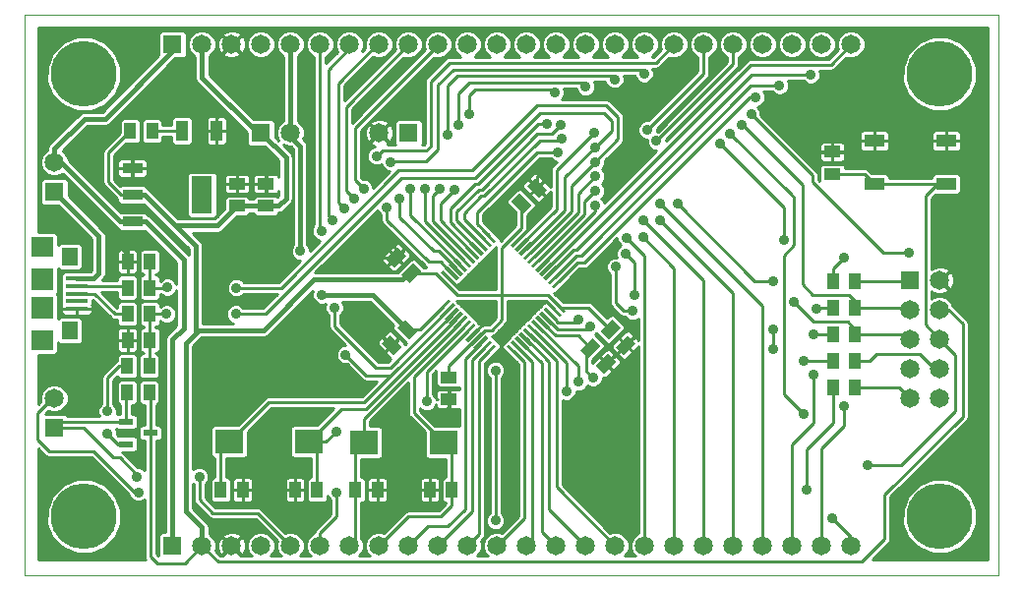
<source format=gtl>
%FSLAX34Y34*%
G04 Gerber Fmt 3.4, Leading zero omitted, Abs format*
G04 (created by PCBNEW (2013-10-23 BZR 4410)-product) date Thu 24 Oct 2013 09:27:40 PM EDT*
%MOIN*%
G01*
G70*
G90*
G04 APERTURE LIST*
%ADD10C,0.005906*%
%ADD11C,0.003937*%
%ADD12R,0.057087X0.039370*%
%ADD13R,0.039370X0.057087*%
%ADD14R,0.041339X0.068898*%
%ADD15C,0.222441*%
%ADD16R,0.064961X0.064961*%
%ADD17C,0.064961*%
%ADD18R,0.070866X0.043307*%
%ADD19R,0.051181X0.023622*%
%ADD20R,0.070866X0.035433*%
%ADD21R,0.070866X0.125984*%
%ADD22R,0.096457X0.082677*%
%ADD23R,0.074803X0.015748*%
%ADD24R,0.055118X0.062992*%
%ADD25R,0.074803X0.070866*%
%ADD26R,0.074803X0.074803*%
%ADD27C,0.035000*%
%ADD28C,0.010000*%
%ADD29C,0.018000*%
G04 APERTURE END LIST*
G54D10*
G54D11*
X82000Y-19000D02*
X49000Y-19000D01*
X82000Y-38000D02*
X82000Y-19000D01*
X49000Y-38000D02*
X82000Y-38000D01*
X49000Y-19000D02*
X49000Y-38000D01*
G54D12*
X76362Y-24393D03*
X76362Y-23645D03*
G54D13*
X53228Y-30019D03*
X52480Y-30019D03*
X53228Y-27362D03*
X52480Y-27362D03*
G54D12*
X63370Y-31283D03*
X63370Y-32031D03*
G54D10*
G36*
X65884Y-25727D02*
X65481Y-25323D01*
X65759Y-25045D01*
X66163Y-25449D01*
X65884Y-25727D01*
X65884Y-25727D01*
G37*
G36*
X66413Y-25198D02*
X66010Y-24794D01*
X66288Y-24516D01*
X66692Y-24920D01*
X66413Y-25198D01*
X66413Y-25198D01*
G37*
G36*
X62440Y-27686D02*
X62036Y-28089D01*
X61758Y-27811D01*
X62161Y-27407D01*
X62440Y-27686D01*
X62440Y-27686D01*
G37*
G36*
X61911Y-27157D02*
X61507Y-27560D01*
X61229Y-27282D01*
X61632Y-26878D01*
X61911Y-27157D01*
X61911Y-27157D01*
G37*
G54D13*
X55633Y-35102D03*
X56381Y-35102D03*
X60200Y-35102D03*
X60948Y-35102D03*
G54D10*
G36*
X68492Y-29723D02*
X68896Y-29319D01*
X69174Y-29598D01*
X68771Y-30001D01*
X68492Y-29723D01*
X68492Y-29723D01*
G37*
G36*
X69021Y-30252D02*
X69425Y-29848D01*
X69703Y-30127D01*
X69300Y-30530D01*
X69021Y-30252D01*
X69021Y-30252D01*
G37*
G36*
X61898Y-29319D02*
X62302Y-29723D01*
X62023Y-30001D01*
X61620Y-29598D01*
X61898Y-29319D01*
X61898Y-29319D01*
G37*
G36*
X61369Y-29848D02*
X61773Y-30252D01*
X61495Y-30530D01*
X61091Y-30127D01*
X61369Y-29848D01*
X61369Y-29848D01*
G37*
G54D13*
X58901Y-35102D03*
X58153Y-35102D03*
X63468Y-35102D03*
X62720Y-35102D03*
G54D12*
X57169Y-25476D03*
X57169Y-24728D03*
X56185Y-25476D03*
X56185Y-24728D03*
G54D14*
X54314Y-22937D03*
X55496Y-22937D03*
G54D15*
X80000Y-21000D03*
X80000Y-36000D03*
X51000Y-36000D03*
X51000Y-21000D03*
G54D16*
X50000Y-33000D03*
G54D17*
X50000Y-32000D03*
G54D16*
X57000Y-23000D03*
G54D17*
X58000Y-23000D03*
G54D16*
X50000Y-25000D03*
G54D17*
X50000Y-24000D03*
G54D16*
X62000Y-23000D03*
G54D17*
X61000Y-23000D03*
G54D16*
X79000Y-28000D03*
G54D17*
X80000Y-28000D03*
X79000Y-29000D03*
X80000Y-29000D03*
X79000Y-30000D03*
X80000Y-30000D03*
X79000Y-31000D03*
X80000Y-31000D03*
X79000Y-32000D03*
X80000Y-32000D03*
G54D16*
X54000Y-20000D03*
G54D17*
X55000Y-20000D03*
X56000Y-20000D03*
X57000Y-20000D03*
X58000Y-20000D03*
X59000Y-20000D03*
X60000Y-20000D03*
X61000Y-20000D03*
X62000Y-20000D03*
X63000Y-20000D03*
X64000Y-20000D03*
X65000Y-20000D03*
X66000Y-20000D03*
X67000Y-20000D03*
X68000Y-20000D03*
X69000Y-20000D03*
X70000Y-20000D03*
X71000Y-20000D03*
X72000Y-20000D03*
X73000Y-20000D03*
X74000Y-20000D03*
X75000Y-20000D03*
X76000Y-20000D03*
X77000Y-20000D03*
G54D16*
X54000Y-37000D03*
G54D17*
X55000Y-37000D03*
X56000Y-37000D03*
X57000Y-37000D03*
X58000Y-37000D03*
X59000Y-37000D03*
X60000Y-37000D03*
X61000Y-37000D03*
X62000Y-37000D03*
X63000Y-37000D03*
X64000Y-37000D03*
X65000Y-37000D03*
X66000Y-37000D03*
X67000Y-37000D03*
X68000Y-37000D03*
X69000Y-37000D03*
X70000Y-37000D03*
X71000Y-37000D03*
X72000Y-37000D03*
X73000Y-37000D03*
X74000Y-37000D03*
X75000Y-37000D03*
X76000Y-37000D03*
X77000Y-37000D03*
G54D13*
X52480Y-29133D03*
X53228Y-29133D03*
X52480Y-28248D03*
X53228Y-28248D03*
X52464Y-31795D03*
X53212Y-31795D03*
X53212Y-30909D03*
X52464Y-30909D03*
G54D10*
G36*
X67823Y-30353D02*
X68227Y-29949D01*
X68505Y-30228D01*
X68102Y-30631D01*
X67823Y-30353D01*
X67823Y-30353D01*
G37*
G36*
X68352Y-30882D02*
X68756Y-30478D01*
X69034Y-30756D01*
X68630Y-31160D01*
X68352Y-30882D01*
X68352Y-30882D01*
G37*
G54D13*
X76381Y-29826D03*
X77129Y-29826D03*
X76381Y-28015D03*
X77129Y-28015D03*
X76381Y-31637D03*
X77129Y-31637D03*
X76381Y-28921D03*
X77129Y-28921D03*
X76381Y-30732D03*
X77129Y-30732D03*
X53311Y-22937D03*
X52562Y-22937D03*
G54D18*
X77779Y-23271D03*
X80220Y-23271D03*
X77779Y-24728D03*
X80220Y-24728D03*
G54D19*
X52425Y-32799D03*
X52425Y-33547D03*
X53251Y-33173D03*
G54D20*
X52641Y-24196D03*
X52641Y-25102D03*
X52641Y-26007D03*
G54D21*
X55003Y-25102D03*
G54D10*
G36*
X63032Y-29109D02*
X62949Y-29026D01*
X63353Y-28622D01*
X63436Y-28706D01*
X63032Y-29109D01*
X63032Y-29109D01*
G37*
G36*
X63172Y-29249D02*
X63088Y-29165D01*
X63492Y-28762D01*
X63575Y-28845D01*
X63172Y-29249D01*
X63172Y-29249D01*
G37*
G36*
X63311Y-29388D02*
X63227Y-29304D01*
X63631Y-28901D01*
X63714Y-28984D01*
X63311Y-29388D01*
X63311Y-29388D01*
G37*
G36*
X63450Y-29527D02*
X63367Y-29444D01*
X63770Y-29040D01*
X63854Y-29123D01*
X63450Y-29527D01*
X63450Y-29527D01*
G37*
G36*
X63589Y-29666D02*
X63506Y-29583D01*
X63909Y-29179D01*
X63993Y-29263D01*
X63589Y-29666D01*
X63589Y-29666D01*
G37*
G36*
X63728Y-29805D02*
X63645Y-29722D01*
X64049Y-29318D01*
X64132Y-29402D01*
X63728Y-29805D01*
X63728Y-29805D01*
G37*
G36*
X63868Y-29945D02*
X63784Y-29861D01*
X64188Y-29457D01*
X64271Y-29541D01*
X63868Y-29945D01*
X63868Y-29945D01*
G37*
G36*
X64007Y-30084D02*
X63923Y-30000D01*
X64327Y-29597D01*
X64410Y-29680D01*
X64007Y-30084D01*
X64007Y-30084D01*
G37*
G36*
X64146Y-30223D02*
X64062Y-30140D01*
X64466Y-29736D01*
X64550Y-29819D01*
X64146Y-30223D01*
X64146Y-30223D01*
G37*
G36*
X64285Y-30362D02*
X64202Y-30279D01*
X64605Y-29875D01*
X64689Y-29959D01*
X64285Y-30362D01*
X64285Y-30362D01*
G37*
G36*
X64424Y-30501D02*
X64341Y-30418D01*
X64745Y-30014D01*
X64828Y-30098D01*
X64424Y-30501D01*
X64424Y-30501D01*
G37*
G36*
X64564Y-30641D02*
X64480Y-30557D01*
X64884Y-30153D01*
X64967Y-30237D01*
X64564Y-30641D01*
X64564Y-30641D01*
G37*
G36*
X65719Y-30641D02*
X65315Y-30237D01*
X65399Y-30153D01*
X65802Y-30557D01*
X65719Y-30641D01*
X65719Y-30641D01*
G37*
G36*
X65858Y-30501D02*
X65454Y-30098D01*
X65538Y-30014D01*
X65942Y-30418D01*
X65858Y-30501D01*
X65858Y-30501D01*
G37*
G36*
X65997Y-30362D02*
X65594Y-29959D01*
X65677Y-29875D01*
X66081Y-30279D01*
X65997Y-30362D01*
X65997Y-30362D01*
G37*
G36*
X66136Y-30223D02*
X65733Y-29819D01*
X65816Y-29736D01*
X66220Y-30140D01*
X66136Y-30223D01*
X66136Y-30223D01*
G37*
G36*
X66276Y-30084D02*
X65872Y-29680D01*
X65956Y-29597D01*
X66359Y-30000D01*
X66276Y-30084D01*
X66276Y-30084D01*
G37*
G36*
X66415Y-29945D02*
X66011Y-29541D01*
X66095Y-29457D01*
X66498Y-29861D01*
X66415Y-29945D01*
X66415Y-29945D01*
G37*
G36*
X66554Y-29805D02*
X66150Y-29402D01*
X66234Y-29318D01*
X66638Y-29722D01*
X66554Y-29805D01*
X66554Y-29805D01*
G37*
G36*
X66693Y-29666D02*
X66290Y-29263D01*
X66373Y-29179D01*
X66777Y-29583D01*
X66693Y-29666D01*
X66693Y-29666D01*
G37*
G36*
X66832Y-29527D02*
X66429Y-29123D01*
X66512Y-29040D01*
X66916Y-29444D01*
X66832Y-29527D01*
X66832Y-29527D01*
G37*
G36*
X66972Y-29388D02*
X66568Y-28984D01*
X66651Y-28901D01*
X67055Y-29304D01*
X66972Y-29388D01*
X66972Y-29388D01*
G37*
G36*
X67111Y-29249D02*
X66707Y-28845D01*
X66791Y-28762D01*
X67194Y-29165D01*
X67111Y-29249D01*
X67111Y-29249D01*
G37*
G36*
X67250Y-29109D02*
X66846Y-28706D01*
X66930Y-28622D01*
X67334Y-29026D01*
X67250Y-29109D01*
X67250Y-29109D01*
G37*
G36*
X66930Y-28274D02*
X66846Y-28191D01*
X67250Y-27787D01*
X67334Y-27871D01*
X66930Y-28274D01*
X66930Y-28274D01*
G37*
G36*
X66791Y-28135D02*
X66707Y-28052D01*
X67111Y-27648D01*
X67194Y-27731D01*
X66791Y-28135D01*
X66791Y-28135D01*
G37*
G36*
X66651Y-27996D02*
X66568Y-27912D01*
X66972Y-27509D01*
X67055Y-27592D01*
X66651Y-27996D01*
X66651Y-27996D01*
G37*
G36*
X66512Y-27857D02*
X66429Y-27773D01*
X66832Y-27370D01*
X66916Y-27453D01*
X66512Y-27857D01*
X66512Y-27857D01*
G37*
G36*
X66373Y-27718D02*
X66290Y-27634D01*
X66693Y-27230D01*
X66777Y-27314D01*
X66373Y-27718D01*
X66373Y-27718D01*
G37*
G36*
X66234Y-27578D02*
X66150Y-27495D01*
X66554Y-27091D01*
X66638Y-27175D01*
X66234Y-27578D01*
X66234Y-27578D01*
G37*
G36*
X66095Y-27439D02*
X66011Y-27356D01*
X66415Y-26952D01*
X66498Y-27035D01*
X66095Y-27439D01*
X66095Y-27439D01*
G37*
G36*
X65956Y-27300D02*
X65872Y-27216D01*
X66276Y-26813D01*
X66359Y-26896D01*
X65956Y-27300D01*
X65956Y-27300D01*
G37*
G36*
X65816Y-27161D02*
X65733Y-27077D01*
X66136Y-26674D01*
X66220Y-26757D01*
X65816Y-27161D01*
X65816Y-27161D01*
G37*
G36*
X65677Y-27022D02*
X65594Y-26938D01*
X65997Y-26534D01*
X66081Y-26618D01*
X65677Y-27022D01*
X65677Y-27022D01*
G37*
G36*
X65538Y-26882D02*
X65454Y-26799D01*
X65858Y-26395D01*
X65942Y-26479D01*
X65538Y-26882D01*
X65538Y-26882D01*
G37*
G36*
X65399Y-26743D02*
X65315Y-26660D01*
X65719Y-26256D01*
X65802Y-26340D01*
X65399Y-26743D01*
X65399Y-26743D01*
G37*
G36*
X64884Y-26743D02*
X64480Y-26340D01*
X64564Y-26256D01*
X64967Y-26660D01*
X64884Y-26743D01*
X64884Y-26743D01*
G37*
G36*
X64745Y-26882D02*
X64341Y-26479D01*
X64424Y-26395D01*
X64828Y-26799D01*
X64745Y-26882D01*
X64745Y-26882D01*
G37*
G36*
X64605Y-27022D02*
X64202Y-26618D01*
X64285Y-26534D01*
X64689Y-26938D01*
X64605Y-27022D01*
X64605Y-27022D01*
G37*
G36*
X64466Y-27161D02*
X64062Y-26757D01*
X64146Y-26674D01*
X64550Y-27077D01*
X64466Y-27161D01*
X64466Y-27161D01*
G37*
G36*
X64327Y-27300D02*
X63923Y-26896D01*
X64007Y-26813D01*
X64410Y-27216D01*
X64327Y-27300D01*
X64327Y-27300D01*
G37*
G36*
X64188Y-27439D02*
X63784Y-27035D01*
X63868Y-26952D01*
X64271Y-27356D01*
X64188Y-27439D01*
X64188Y-27439D01*
G37*
G36*
X64049Y-27578D02*
X63645Y-27175D01*
X63728Y-27091D01*
X64132Y-27495D01*
X64049Y-27578D01*
X64049Y-27578D01*
G37*
G36*
X63909Y-27718D02*
X63506Y-27314D01*
X63589Y-27230D01*
X63993Y-27634D01*
X63909Y-27718D01*
X63909Y-27718D01*
G37*
G36*
X63770Y-27857D02*
X63367Y-27453D01*
X63450Y-27370D01*
X63854Y-27773D01*
X63770Y-27857D01*
X63770Y-27857D01*
G37*
G36*
X63631Y-27996D02*
X63227Y-27592D01*
X63311Y-27509D01*
X63714Y-27912D01*
X63631Y-27996D01*
X63631Y-27996D01*
G37*
G36*
X63492Y-28135D02*
X63088Y-27731D01*
X63172Y-27648D01*
X63575Y-28052D01*
X63492Y-28135D01*
X63492Y-28135D01*
G37*
G36*
X63353Y-28274D02*
X62949Y-27871D01*
X63032Y-27787D01*
X63436Y-28191D01*
X63353Y-28274D01*
X63353Y-28274D01*
G37*
G54D22*
X58606Y-33468D03*
X55929Y-33468D03*
X63173Y-33488D03*
X60496Y-33488D03*
G54D23*
X50751Y-27937D03*
X50751Y-28192D03*
X50751Y-28448D03*
X50751Y-28704D03*
X50751Y-28960D03*
G54D24*
X50515Y-27188D03*
X50515Y-29708D03*
G54D25*
X49590Y-26874D03*
X49590Y-30023D03*
G54D26*
X49590Y-27976D03*
X49590Y-28921D03*
G54D27*
X64944Y-36145D03*
X64944Y-31047D03*
X62070Y-24905D03*
X66677Y-22681D03*
X73606Y-22366D03*
X78960Y-27070D03*
X67070Y-23665D03*
X72543Y-23350D03*
X74708Y-26637D03*
X67188Y-23192D03*
X72897Y-23015D03*
X75377Y-32543D03*
X67169Y-22720D03*
X73271Y-22720D03*
X71106Y-25397D03*
X68291Y-22996D03*
X74354Y-28015D03*
X75062Y-28724D03*
X68330Y-24472D03*
X69964Y-25968D03*
X68330Y-23980D03*
X70535Y-25968D03*
X56165Y-28251D03*
X53822Y-28232D03*
X68311Y-23488D03*
X70535Y-25397D03*
X56145Y-29137D03*
X53803Y-29137D03*
X75732Y-29826D03*
X75732Y-31204D03*
X76755Y-27228D03*
X76755Y-32267D03*
X75496Y-35102D03*
X76362Y-36047D03*
X52838Y-35181D03*
X68330Y-25476D03*
X69393Y-26559D03*
X68330Y-24964D03*
X69944Y-26539D03*
X60141Y-25220D03*
X67346Y-31755D03*
X67759Y-31440D03*
X60476Y-24885D03*
X68153Y-29551D03*
X70082Y-22897D03*
X70397Y-23271D03*
X67740Y-29314D03*
X73763Y-21795D03*
X74570Y-21401D03*
X75633Y-21027D03*
X68251Y-31303D03*
X69590Y-29039D03*
X69019Y-27543D03*
X75811Y-28960D03*
X74354Y-29669D03*
X69354Y-27090D03*
X69649Y-28488D03*
X74354Y-30338D03*
X75377Y-30732D03*
X66952Y-21637D03*
X64059Y-22366D03*
X63547Y-24925D03*
X67996Y-21440D03*
X63685Y-22740D03*
X63055Y-24905D03*
X68980Y-21185D03*
X63330Y-23055D03*
X62562Y-24885D03*
X69984Y-20988D03*
X61401Y-23980D03*
X61677Y-25220D03*
X60909Y-23783D03*
X61263Y-25515D03*
X59492Y-28921D03*
X59039Y-26322D03*
X59866Y-30515D03*
X59433Y-25968D03*
X59551Y-33114D03*
X59807Y-25574D03*
X52799Y-34649D03*
X54905Y-34649D03*
X58330Y-27011D03*
X59059Y-28488D03*
X77543Y-34275D03*
X59551Y-35181D03*
X62622Y-32110D03*
X56637Y-26874D03*
X56204Y-23763D03*
X52700Y-35968D03*
X51480Y-29157D03*
X51874Y-30023D03*
X52031Y-26677D03*
X59157Y-27602D03*
X64649Y-29354D03*
X65161Y-29807D03*
X66204Y-25929D03*
X66618Y-24196D03*
X61283Y-26618D03*
X69196Y-31322D03*
X63015Y-32661D03*
X57307Y-35102D03*
X61736Y-35102D03*
X64196Y-28173D03*
X66007Y-28822D03*
X60929Y-29728D03*
X51795Y-33192D03*
X51795Y-32444D03*
G54D28*
X80000Y-29000D02*
X80299Y-29000D01*
X55543Y-37543D02*
X55000Y-37000D01*
X77346Y-37543D02*
X55543Y-37543D01*
X78133Y-36755D02*
X77346Y-37543D01*
X78133Y-35259D02*
X78133Y-36755D01*
X80771Y-32622D02*
X78133Y-35259D01*
X80771Y-29472D02*
X80771Y-32622D01*
X80299Y-29000D02*
X80771Y-29472D01*
X68833Y-29660D02*
X68094Y-28921D01*
X67145Y-28921D02*
X67090Y-28866D01*
X68094Y-28921D02*
X67145Y-28921D01*
X64306Y-29979D02*
X64299Y-29979D01*
X63370Y-30909D02*
X63370Y-31283D01*
X64299Y-29979D02*
X63370Y-30909D01*
X64306Y-29979D02*
X64306Y-29972D01*
X65161Y-29334D02*
X65161Y-28488D01*
X64807Y-29688D02*
X65161Y-29334D01*
X64590Y-29688D02*
X64807Y-29688D01*
X64306Y-29972D02*
X64590Y-29688D01*
G54D29*
X62099Y-27748D02*
X62022Y-27748D01*
X54885Y-29688D02*
X54787Y-29787D01*
X57090Y-29688D02*
X54885Y-29688D01*
X58803Y-27976D02*
X57090Y-29688D01*
X61795Y-27976D02*
X58803Y-27976D01*
X62022Y-27748D02*
X61795Y-27976D01*
G54D28*
X65559Y-26500D02*
X65555Y-26500D01*
X65555Y-26500D02*
X65161Y-26893D01*
X65161Y-26893D02*
X65161Y-28488D01*
X63193Y-28031D02*
X63193Y-28035D01*
X63645Y-28488D02*
X65161Y-28488D01*
X63193Y-28035D02*
X63645Y-28488D01*
X66712Y-28488D02*
X67090Y-28866D01*
X65161Y-28488D02*
X66712Y-28488D01*
X63193Y-28031D02*
X63188Y-28031D01*
X62906Y-27748D02*
X62099Y-27748D01*
X63188Y-28031D02*
X62906Y-27748D01*
X53251Y-33173D02*
X53251Y-37346D01*
X54417Y-37582D02*
X55000Y-37000D01*
X53488Y-37582D02*
X54417Y-37582D01*
X53251Y-37346D02*
X53488Y-37582D01*
X53251Y-33173D02*
X53251Y-31834D01*
X53251Y-31834D02*
X53212Y-31795D01*
G54D29*
X55000Y-37000D02*
X55000Y-36377D01*
X54452Y-30122D02*
X54787Y-29787D01*
X54452Y-35830D02*
X54452Y-30122D01*
X55000Y-36377D02*
X54452Y-35830D01*
X54787Y-29787D02*
X54787Y-26834D01*
X54787Y-26834D02*
X54098Y-26145D01*
G54D28*
X52641Y-25102D02*
X52267Y-25102D01*
X51834Y-23665D02*
X52562Y-22937D01*
X51834Y-24669D02*
X51834Y-23665D01*
X52267Y-25102D02*
X51834Y-24669D01*
G54D29*
X57000Y-23000D02*
X56877Y-23000D01*
X55000Y-21122D02*
X55000Y-20000D01*
X56877Y-23000D02*
X55000Y-21122D01*
X57169Y-25476D02*
X57582Y-25476D01*
X57838Y-23838D02*
X57000Y-23000D01*
X57838Y-25220D02*
X57838Y-23838D01*
X57582Y-25476D02*
X57838Y-25220D01*
X56185Y-25476D02*
X57169Y-25476D01*
X52641Y-25102D02*
X53055Y-25102D01*
X55515Y-26145D02*
X56185Y-25476D01*
X54098Y-26145D02*
X55515Y-26145D01*
X53055Y-25102D02*
X54098Y-26145D01*
G54D28*
X65559Y-26500D02*
X65559Y-26495D01*
X65822Y-26232D02*
X65822Y-25386D01*
X65559Y-26495D02*
X65822Y-26232D01*
G54D29*
X54000Y-37000D02*
X54000Y-30003D01*
X53094Y-26007D02*
X52641Y-26007D01*
X54374Y-27287D02*
X53094Y-26007D01*
X54374Y-29629D02*
X54374Y-27287D01*
X54000Y-30003D02*
X54374Y-29629D01*
X50000Y-24000D02*
X50000Y-23531D01*
X54000Y-20240D02*
X54000Y-20000D01*
X51716Y-22523D02*
X54000Y-20240D01*
X51007Y-22523D02*
X51716Y-22523D01*
X50000Y-23531D02*
X51007Y-22523D01*
X52641Y-26007D02*
X52228Y-26007D01*
X50220Y-24000D02*
X50000Y-24000D01*
X52228Y-26007D02*
X50220Y-24000D01*
G54D28*
X64944Y-32425D02*
X64944Y-36145D01*
X64944Y-31047D02*
X64944Y-32425D01*
X63749Y-27474D02*
X63749Y-27470D01*
X62070Y-25791D02*
X62070Y-24905D01*
X63749Y-27470D02*
X62070Y-25791D01*
X73606Y-22366D02*
X73625Y-22366D01*
X64255Y-24728D02*
X63409Y-25574D01*
X63409Y-25574D02*
X63409Y-26027D01*
X64299Y-26917D02*
X63409Y-26027D01*
X64354Y-24728D02*
X66401Y-22681D01*
X66401Y-22681D02*
X66677Y-22681D01*
X64306Y-26917D02*
X64299Y-26917D01*
X64354Y-24728D02*
X64255Y-24728D01*
X78094Y-27070D02*
X78960Y-27070D01*
X75692Y-24669D02*
X78094Y-27070D01*
X75692Y-24433D02*
X75692Y-24669D01*
X73625Y-22366D02*
X75692Y-24433D01*
X77129Y-30732D02*
X77622Y-30732D01*
X79818Y-31000D02*
X80000Y-31000D01*
X79314Y-30496D02*
X79818Y-31000D01*
X77858Y-30496D02*
X79314Y-30496D01*
X77622Y-30732D02*
X77858Y-30496D01*
X72543Y-23350D02*
X72543Y-23370D01*
X64724Y-26476D02*
X64334Y-26086D01*
X64334Y-26086D02*
X64334Y-25692D01*
X64334Y-25692D02*
X66362Y-23665D01*
X66362Y-23665D02*
X67070Y-23665D01*
X64724Y-26500D02*
X64724Y-26476D01*
X74708Y-25535D02*
X74708Y-26637D01*
X72543Y-23370D02*
X74708Y-25535D01*
X77129Y-28015D02*
X78984Y-28015D01*
X78984Y-28015D02*
X79000Y-28000D01*
X72897Y-23015D02*
X74944Y-25062D01*
X64584Y-26632D02*
X63881Y-25928D01*
X63881Y-25928D02*
X63881Y-25713D01*
X63881Y-25713D02*
X64452Y-25141D01*
X64452Y-25141D02*
X64570Y-25141D01*
X64570Y-25141D02*
X66460Y-23251D01*
X66460Y-23251D02*
X67129Y-23251D01*
X67129Y-23251D02*
X67188Y-23192D01*
X64584Y-26639D02*
X64584Y-26632D01*
X74708Y-31874D02*
X75377Y-32543D01*
X74708Y-27149D02*
X74708Y-31874D01*
X75062Y-26795D02*
X74708Y-27149D01*
X75062Y-25181D02*
X75062Y-26795D01*
X74944Y-25062D02*
X75062Y-25181D01*
X77129Y-31637D02*
X78637Y-31637D01*
X78637Y-31637D02*
X79000Y-32000D01*
X73271Y-22720D02*
X73311Y-22720D01*
X64435Y-26778D02*
X63625Y-25968D01*
X63625Y-25968D02*
X63625Y-25673D01*
X63625Y-25673D02*
X64374Y-24925D01*
X64374Y-24925D02*
X64472Y-24925D01*
X64472Y-24925D02*
X66362Y-23035D01*
X66362Y-23035D02*
X66854Y-23035D01*
X66854Y-23035D02*
X67169Y-22720D01*
X64445Y-26778D02*
X64435Y-26778D01*
X77129Y-28704D02*
X77129Y-28921D01*
X76913Y-28488D02*
X77129Y-28704D01*
X75692Y-28488D02*
X76913Y-28488D01*
X75338Y-28133D02*
X75692Y-28488D01*
X75338Y-24748D02*
X75338Y-28133D01*
X73311Y-22720D02*
X75338Y-24748D01*
X77129Y-28921D02*
X78921Y-28921D01*
X78921Y-28921D02*
X79000Y-29000D01*
X77129Y-29826D02*
X77129Y-29649D01*
X65837Y-26768D02*
X67011Y-25594D01*
X67011Y-25594D02*
X67011Y-24275D01*
X67011Y-24275D02*
X68291Y-22996D01*
X65837Y-26768D02*
X65837Y-26778D01*
X73724Y-28015D02*
X71106Y-25397D01*
X73763Y-28015D02*
X73724Y-28015D01*
X73842Y-28015D02*
X73763Y-28015D01*
X74354Y-28015D02*
X73842Y-28015D01*
X75732Y-29393D02*
X75062Y-28724D01*
X76874Y-29393D02*
X75732Y-29393D01*
X77129Y-29649D02*
X76874Y-29393D01*
X77129Y-29826D02*
X78826Y-29826D01*
X78826Y-29826D02*
X79000Y-30000D01*
X64445Y-30119D02*
X64445Y-30129D01*
X62657Y-36342D02*
X62000Y-37000D01*
X63330Y-36342D02*
X62657Y-36342D01*
X63921Y-35751D02*
X63330Y-36342D01*
X63921Y-30653D02*
X63921Y-35751D01*
X64445Y-30129D02*
X63921Y-30653D01*
X64584Y-30258D02*
X64584Y-30265D01*
X64157Y-35842D02*
X63000Y-37000D01*
X64157Y-30692D02*
X64157Y-35842D01*
X64584Y-30265D02*
X64157Y-30692D01*
X66256Y-27196D02*
X67740Y-25712D01*
X67740Y-25712D02*
X67740Y-25062D01*
X67740Y-25062D02*
X68330Y-24472D01*
X66255Y-27196D02*
X66256Y-27196D01*
X72000Y-28003D02*
X72000Y-37000D01*
X69964Y-25968D02*
X72000Y-28003D01*
X73000Y-28433D02*
X73000Y-37000D01*
X70535Y-25968D02*
X73000Y-28433D01*
X53228Y-28248D02*
X53807Y-28248D01*
X57685Y-28248D02*
X61657Y-24275D01*
X61657Y-24275D02*
X64157Y-24275D01*
X64157Y-24275D02*
X66362Y-22070D01*
X66362Y-22070D02*
X68704Y-22070D01*
X68704Y-22070D02*
X69098Y-22464D01*
X69098Y-22464D02*
X69098Y-23212D01*
X69098Y-23212D02*
X68330Y-23980D01*
X56169Y-28248D02*
X57685Y-28248D01*
X56165Y-28251D02*
X56169Y-28248D01*
X53807Y-28248D02*
X53822Y-28232D01*
X53228Y-28248D02*
X53228Y-27362D01*
X66116Y-27056D02*
X66120Y-27056D01*
X67523Y-24787D02*
X68330Y-23980D01*
X67523Y-25653D02*
X67523Y-24787D01*
X66120Y-27056D02*
X67523Y-25653D01*
X74000Y-28862D02*
X74000Y-37000D01*
X70535Y-25397D02*
X74000Y-28862D01*
X53228Y-29133D02*
X53799Y-29133D01*
X57153Y-29133D02*
X61755Y-24531D01*
X61755Y-24531D02*
X64255Y-24531D01*
X64255Y-24531D02*
X66460Y-22326D01*
X66460Y-22326D02*
X68625Y-22326D01*
X68625Y-22326D02*
X68881Y-22582D01*
X68881Y-22582D02*
X68881Y-22917D01*
X68881Y-22917D02*
X68311Y-23488D01*
X56149Y-29133D02*
X57153Y-29133D01*
X56145Y-29137D02*
X56149Y-29133D01*
X53799Y-29133D02*
X53803Y-29137D01*
X53212Y-30909D02*
X53212Y-30035D01*
X53212Y-30035D02*
X53228Y-30019D01*
X53228Y-29133D02*
X53228Y-30019D01*
X65976Y-26917D02*
X65983Y-26917D01*
X67287Y-24511D02*
X68311Y-23488D01*
X67287Y-25614D02*
X67287Y-24511D01*
X65983Y-26917D02*
X67287Y-25614D01*
X75000Y-37000D02*
X75000Y-33551D01*
X75732Y-29826D02*
X76381Y-29826D01*
X75732Y-32818D02*
X75732Y-31204D01*
X75000Y-33551D02*
X75732Y-32818D01*
X76000Y-37000D02*
X76000Y-33692D01*
X76381Y-27602D02*
X76381Y-28015D01*
X76755Y-27228D02*
X76381Y-27602D01*
X76755Y-32937D02*
X76755Y-32267D01*
X76000Y-33692D02*
X76755Y-32937D01*
X77000Y-37000D02*
X77000Y-36685D01*
X76381Y-32838D02*
X76381Y-31637D01*
X75496Y-33724D02*
X76381Y-32838D01*
X75496Y-35102D02*
X75496Y-33724D01*
X77000Y-36685D02*
X76362Y-36047D01*
X64724Y-30397D02*
X64724Y-30401D01*
X64393Y-36606D02*
X64000Y-37000D01*
X64393Y-30732D02*
X64393Y-36606D01*
X64724Y-30401D02*
X64393Y-30732D01*
X65559Y-30397D02*
X65559Y-30401D01*
X65929Y-36070D02*
X65000Y-37000D01*
X65929Y-30771D02*
X65929Y-36070D01*
X65559Y-30401D02*
X65929Y-30771D01*
X65698Y-30258D02*
X65698Y-30265D01*
X66204Y-36795D02*
X66000Y-37000D01*
X66204Y-30771D02*
X66204Y-36795D01*
X65698Y-30265D02*
X66204Y-30771D01*
X65837Y-30119D02*
X65837Y-30129D01*
X66519Y-36519D02*
X67000Y-37000D01*
X66519Y-30811D02*
X66519Y-36519D01*
X65837Y-30129D02*
X66519Y-30811D01*
X65976Y-29979D02*
X65983Y-29979D01*
X66755Y-35755D02*
X68000Y-37000D01*
X66755Y-30751D02*
X66755Y-35755D01*
X65983Y-29979D02*
X66755Y-30751D01*
X66116Y-29840D02*
X66120Y-29840D01*
X67011Y-35011D02*
X69000Y-37000D01*
X67011Y-30732D02*
X67011Y-35011D01*
X66120Y-29840D02*
X67011Y-30732D01*
X50000Y-32000D02*
X49917Y-32000D01*
X52720Y-35181D02*
X52838Y-35181D01*
X51322Y-33783D02*
X52720Y-35181D01*
X49807Y-33783D02*
X51322Y-33783D01*
X49433Y-33409D02*
X49807Y-33783D01*
X49433Y-32484D02*
X49433Y-33409D01*
X49917Y-32000D02*
X49433Y-32484D01*
X66533Y-27470D02*
X68330Y-25673D01*
X68330Y-25673D02*
X68330Y-25476D01*
X66533Y-27474D02*
X66533Y-27470D01*
X70003Y-36996D02*
X70000Y-37000D01*
X70003Y-27169D02*
X70003Y-36996D01*
X69393Y-26559D02*
X70003Y-27169D01*
X66394Y-27333D02*
X67956Y-25771D01*
X67956Y-25771D02*
X67956Y-25338D01*
X67956Y-25338D02*
X68330Y-24964D01*
X66394Y-27335D02*
X66394Y-27333D01*
X71000Y-27594D02*
X71000Y-37000D01*
X69944Y-26539D02*
X71000Y-27594D01*
X66255Y-29701D02*
X66256Y-29701D01*
X59885Y-22114D02*
X62000Y-20000D01*
X59885Y-24964D02*
X59885Y-22114D01*
X60141Y-25220D02*
X59885Y-24964D01*
X67346Y-30791D02*
X67346Y-31755D01*
X66256Y-29701D02*
X67346Y-30791D01*
X67740Y-30909D02*
X67740Y-31421D01*
X63000Y-20000D02*
X63000Y-20019D01*
X60181Y-24590D02*
X60476Y-24885D01*
X60181Y-22838D02*
X60181Y-24590D01*
X63000Y-20019D02*
X60181Y-22838D01*
X67740Y-30909D02*
X66394Y-29563D01*
X67740Y-31421D02*
X67759Y-31440D01*
X66394Y-29562D02*
X66394Y-29563D01*
X66394Y-29562D02*
X66394Y-29563D01*
X66672Y-29290D02*
X67051Y-29669D01*
X67051Y-29669D02*
X68035Y-29669D01*
X68035Y-29669D02*
X68153Y-29551D01*
X66672Y-29283D02*
X66672Y-29290D01*
X72000Y-20980D02*
X72000Y-20000D01*
X70082Y-22897D02*
X72000Y-20980D01*
X66812Y-29154D02*
X67070Y-29413D01*
X67070Y-29413D02*
X67641Y-29413D01*
X67641Y-29413D02*
X67740Y-29314D01*
X66812Y-29144D02*
X66812Y-29154D01*
X73000Y-20669D02*
X73000Y-20000D01*
X70397Y-23271D02*
X73000Y-20669D01*
X67090Y-28031D02*
X67094Y-28031D01*
X73566Y-21795D02*
X73763Y-21795D01*
X67956Y-27405D02*
X73566Y-21795D01*
X67720Y-27405D02*
X67956Y-27405D01*
X67094Y-28031D02*
X67720Y-27405D01*
X66951Y-27892D02*
X66958Y-27892D01*
X73586Y-21401D02*
X74570Y-21401D01*
X67838Y-27149D02*
X73586Y-21401D01*
X67700Y-27149D02*
X67838Y-27149D01*
X66958Y-27892D02*
X67700Y-27149D01*
X66812Y-27752D02*
X66812Y-27743D01*
X73625Y-21027D02*
X75633Y-21027D01*
X67700Y-26952D02*
X73625Y-21027D01*
X67602Y-26952D02*
X67700Y-26952D01*
X66812Y-27743D02*
X67602Y-26952D01*
X66672Y-27613D02*
X66672Y-27606D01*
X76307Y-20692D02*
X77000Y-20000D01*
X73586Y-20692D02*
X76307Y-20692D01*
X66672Y-27606D02*
X73586Y-20692D01*
X68035Y-30419D02*
X68164Y-30290D01*
X68035Y-31086D02*
X68035Y-30419D01*
X68251Y-31303D02*
X68035Y-31086D01*
X66533Y-29423D02*
X66533Y-29427D01*
X67740Y-29866D02*
X68164Y-30290D01*
X66972Y-29866D02*
X67740Y-29866D01*
X66533Y-29427D02*
X66972Y-29866D01*
X76381Y-28921D02*
X75850Y-28921D01*
X69295Y-29039D02*
X69590Y-29039D01*
X69019Y-28763D02*
X69295Y-29039D01*
X69019Y-27543D02*
X69019Y-28763D01*
X75850Y-28921D02*
X75811Y-28960D01*
X76381Y-30732D02*
X75377Y-30732D01*
X69354Y-27090D02*
X69649Y-27385D01*
X69649Y-27385D02*
X69649Y-28488D01*
X74354Y-30338D02*
X74354Y-29669D01*
X64167Y-27056D02*
X64163Y-27056D01*
X66854Y-21539D02*
X66952Y-21637D01*
X64255Y-21539D02*
X66854Y-21539D01*
X64059Y-21736D02*
X64255Y-21539D01*
X64059Y-22366D02*
X64059Y-21736D01*
X63074Y-25397D02*
X63547Y-24925D01*
X63074Y-25968D02*
X63074Y-25397D01*
X64163Y-27056D02*
X63074Y-25968D01*
X64028Y-27196D02*
X64026Y-27196D01*
X67858Y-21303D02*
X67996Y-21440D01*
X64039Y-21303D02*
X67858Y-21303D01*
X63685Y-21657D02*
X64039Y-21303D01*
X63685Y-22740D02*
X63685Y-21657D01*
X62818Y-25141D02*
X63055Y-24905D01*
X62818Y-25988D02*
X62818Y-25141D01*
X64026Y-27196D02*
X62818Y-25988D01*
X63888Y-27335D02*
X63888Y-27333D01*
X68862Y-21066D02*
X68980Y-21185D01*
X63665Y-21066D02*
X68862Y-21066D01*
X63330Y-21401D02*
X63665Y-21066D01*
X63330Y-21775D02*
X63330Y-21401D01*
X63330Y-23055D02*
X63330Y-21775D01*
X62562Y-26007D02*
X62562Y-24885D01*
X63888Y-27333D02*
X62562Y-26007D01*
X63610Y-27613D02*
X63610Y-27606D01*
X69846Y-20850D02*
X69984Y-20988D01*
X63507Y-20850D02*
X69846Y-20850D01*
X62996Y-21362D02*
X63507Y-20850D01*
X62996Y-23566D02*
X62996Y-21362D01*
X62602Y-23960D02*
X62996Y-23566D01*
X61421Y-23960D02*
X62602Y-23960D01*
X61401Y-23980D02*
X61421Y-23960D01*
X61677Y-25850D02*
X61677Y-25220D01*
X62838Y-27011D02*
X61677Y-25850D01*
X63015Y-27011D02*
X62838Y-27011D01*
X63610Y-27606D02*
X63015Y-27011D01*
X63471Y-27752D02*
X63461Y-27752D01*
X70385Y-20614D02*
X71000Y-20000D01*
X63389Y-20614D02*
X70385Y-20614D01*
X62740Y-21263D02*
X63389Y-20614D01*
X62740Y-23448D02*
X62740Y-21263D01*
X62602Y-23586D02*
X62740Y-23448D01*
X61106Y-23586D02*
X62602Y-23586D01*
X60909Y-23783D02*
X61106Y-23586D01*
X61263Y-25948D02*
X61263Y-25515D01*
X62681Y-27366D02*
X61263Y-25948D01*
X63074Y-27366D02*
X62681Y-27366D01*
X63461Y-27752D02*
X63074Y-27366D01*
X59000Y-20000D02*
X59000Y-26283D01*
X63325Y-29005D02*
X61381Y-30948D01*
X61381Y-30948D02*
X60968Y-30948D01*
X63325Y-29005D02*
X63332Y-29005D01*
X60889Y-30948D02*
X60968Y-30948D01*
X59492Y-29551D02*
X60889Y-30948D01*
X59492Y-28921D02*
X59492Y-29551D01*
X59000Y-26283D02*
X59039Y-26322D01*
X60000Y-20000D02*
X60000Y-20125D01*
X61421Y-31225D02*
X61421Y-31204D01*
X61410Y-31215D02*
X61421Y-31225D01*
X60565Y-31215D02*
X61410Y-31215D01*
X59866Y-30515D02*
X60565Y-31215D01*
X59275Y-25811D02*
X59433Y-25968D01*
X59275Y-20850D02*
X59275Y-25811D01*
X60000Y-20125D02*
X59275Y-20850D01*
X55633Y-35102D02*
X55633Y-33763D01*
X55633Y-33763D02*
X55929Y-33468D01*
X63471Y-29144D02*
X63471Y-29154D01*
X57267Y-32129D02*
X55929Y-33468D01*
X60496Y-32129D02*
X57267Y-32129D01*
X63471Y-29154D02*
X61421Y-31204D01*
X61421Y-31204D02*
X60496Y-32129D01*
X61000Y-20000D02*
X60933Y-20000D01*
X59196Y-33468D02*
X58606Y-33468D01*
X59551Y-33114D02*
X59196Y-33468D01*
X59610Y-25377D02*
X59807Y-25574D01*
X59610Y-21322D02*
X59610Y-25377D01*
X60933Y-20000D02*
X59610Y-21322D01*
X58901Y-35102D02*
X58901Y-33763D01*
X58901Y-33763D02*
X58606Y-33468D01*
X63610Y-29283D02*
X63610Y-29290D01*
X59728Y-32346D02*
X58606Y-33468D01*
X60555Y-32346D02*
X59728Y-32346D01*
X63610Y-29290D02*
X60555Y-32346D01*
X60200Y-35102D02*
X60200Y-36799D01*
X60200Y-36799D02*
X60000Y-37000D01*
X60200Y-35102D02*
X60200Y-33783D01*
X60200Y-33783D02*
X60496Y-33488D01*
X63749Y-29423D02*
X63749Y-29427D01*
X60496Y-32681D02*
X60496Y-33488D01*
X63749Y-29427D02*
X60496Y-32681D01*
X63468Y-35102D02*
X63468Y-35633D01*
X61992Y-36007D02*
X61000Y-37000D01*
X63094Y-36007D02*
X61992Y-36007D01*
X63468Y-35633D02*
X63094Y-36007D01*
X63468Y-35102D02*
X63468Y-33783D01*
X63468Y-33783D02*
X63173Y-33488D01*
X63888Y-29562D02*
X63888Y-29563D01*
X62188Y-32503D02*
X63173Y-33488D01*
X62188Y-31263D02*
X62188Y-32503D01*
X63888Y-29563D02*
X62188Y-31263D01*
X52799Y-34649D02*
X52799Y-34590D01*
X54905Y-34649D02*
X54905Y-35437D01*
X54905Y-35437D02*
X55358Y-35889D01*
X55358Y-35889D02*
X56889Y-35889D01*
X58000Y-37000D02*
X56889Y-35889D01*
X50972Y-33000D02*
X50000Y-33000D01*
X51972Y-34000D02*
X50972Y-33000D01*
X52208Y-34000D02*
X51972Y-34000D01*
X52799Y-34590D02*
X52208Y-34000D01*
X50000Y-33000D02*
X50007Y-33000D01*
X52425Y-32799D02*
X52425Y-31834D01*
X52425Y-31834D02*
X52464Y-31795D01*
X52425Y-32799D02*
X50200Y-32799D01*
X50200Y-32799D02*
X50000Y-33000D01*
X50751Y-28192D02*
X52425Y-28192D01*
X52425Y-28192D02*
X52480Y-28248D01*
X50751Y-28448D02*
X51362Y-28448D01*
X52047Y-29133D02*
X52480Y-29133D01*
X51362Y-28448D02*
X52047Y-29133D01*
G54D29*
X61961Y-29660D02*
X61944Y-29660D01*
X58000Y-23118D02*
X58000Y-23000D01*
X58330Y-23448D02*
X58000Y-23118D01*
X58330Y-23901D02*
X58330Y-23448D01*
X58330Y-27011D02*
X58330Y-23901D01*
X60771Y-28488D02*
X59059Y-28488D01*
X61944Y-29660D02*
X60771Y-28488D01*
X58000Y-20000D02*
X58000Y-23000D01*
G54D28*
X63193Y-28866D02*
X63188Y-28866D01*
X63188Y-28866D02*
X62394Y-29660D01*
X62394Y-29660D02*
X61961Y-29660D01*
G54D29*
X50751Y-27937D02*
X51322Y-27937D01*
X51500Y-26500D02*
X50000Y-25000D01*
X51500Y-27759D02*
X51500Y-26500D01*
X51322Y-27937D02*
X51500Y-27759D01*
G54D28*
X80535Y-30535D02*
X80000Y-30000D01*
X80535Y-32425D02*
X80535Y-30535D01*
X78685Y-34275D02*
X80535Y-32425D01*
X78488Y-34275D02*
X78685Y-34275D01*
X78251Y-34275D02*
X78488Y-34275D01*
X77543Y-34275D02*
X78251Y-34275D01*
X80000Y-30000D02*
X79511Y-29511D01*
X79511Y-29511D02*
X79511Y-28685D01*
X79511Y-28685D02*
X79511Y-26165D01*
X79511Y-26165D02*
X79511Y-25141D01*
X79511Y-25141D02*
X79925Y-24728D01*
X79925Y-24728D02*
X80220Y-24728D01*
X59000Y-36559D02*
X59000Y-37000D01*
X59551Y-36007D02*
X59000Y-36559D01*
X59551Y-35181D02*
X59551Y-36007D01*
X64028Y-29701D02*
X64026Y-29701D01*
X62622Y-31106D02*
X62622Y-32110D01*
X64026Y-29701D02*
X62622Y-31106D01*
X77779Y-24728D02*
X80220Y-24728D01*
X76362Y-24393D02*
X77444Y-24393D01*
X77444Y-24393D02*
X77779Y-24728D01*
X56185Y-24728D02*
X56185Y-23783D01*
X56185Y-23783D02*
X56204Y-23763D01*
X50751Y-28960D02*
X51283Y-28960D01*
X51283Y-28960D02*
X51480Y-29157D01*
X52480Y-30019D02*
X51877Y-30019D01*
X51877Y-30019D02*
X51874Y-30023D01*
X52480Y-27362D02*
X52480Y-27125D01*
X52480Y-27125D02*
X52031Y-26677D01*
X61570Y-27219D02*
X59540Y-27219D01*
X59540Y-27219D02*
X59157Y-27602D01*
X64167Y-29836D02*
X64649Y-29354D01*
X64167Y-29840D02*
X64167Y-29836D01*
X65698Y-26639D02*
X65698Y-26632D01*
X66204Y-26125D02*
X66204Y-25929D01*
X65698Y-26632D02*
X66204Y-26125D01*
X66351Y-24857D02*
X66351Y-24463D01*
X66351Y-24463D02*
X66618Y-24196D01*
X61570Y-27219D02*
X61570Y-26904D01*
X61570Y-26904D02*
X61283Y-26618D01*
X68693Y-30819D02*
X69196Y-31322D01*
X63370Y-32031D02*
X63370Y-32307D01*
X63370Y-32307D02*
X63015Y-32661D01*
X58153Y-35102D02*
X57307Y-35102D01*
X60948Y-35102D02*
X61736Y-35102D01*
X63332Y-27892D02*
X63332Y-27899D01*
X64118Y-28251D02*
X64196Y-28173D01*
X63685Y-28251D02*
X64118Y-28251D01*
X63332Y-27899D02*
X63685Y-28251D01*
X66951Y-29005D02*
X66951Y-29001D01*
X66125Y-28704D02*
X66007Y-28822D01*
X66654Y-28704D02*
X66125Y-28704D01*
X66951Y-29001D02*
X66654Y-28704D01*
X61432Y-30189D02*
X61390Y-30189D01*
X61390Y-30189D02*
X60929Y-29728D01*
X53311Y-22937D02*
X54314Y-22937D01*
X52464Y-30909D02*
X52188Y-30909D01*
X52149Y-33547D02*
X52425Y-33547D01*
X51795Y-33192D02*
X52149Y-33547D01*
X51795Y-31303D02*
X51795Y-32444D01*
X52188Y-30909D02*
X51795Y-31303D01*
G54D10*
G36*
X53087Y-37453D02*
X52262Y-37453D01*
X52262Y-35750D01*
X52070Y-35285D01*
X51715Y-34930D01*
X51252Y-34738D01*
X50750Y-34737D01*
X50285Y-34929D01*
X49930Y-35284D01*
X49738Y-35747D01*
X49737Y-36249D01*
X49929Y-36714D01*
X50284Y-37069D01*
X50747Y-37261D01*
X51249Y-37262D01*
X51714Y-37070D01*
X52069Y-36715D01*
X52261Y-36252D01*
X52262Y-35750D01*
X52262Y-37453D01*
X49443Y-37453D01*
X49443Y-33702D01*
X49665Y-33924D01*
X49730Y-33968D01*
X49807Y-33983D01*
X51239Y-33983D01*
X52521Y-35265D01*
X52562Y-35364D01*
X52654Y-35456D01*
X52773Y-35506D01*
X52902Y-35506D01*
X53022Y-35456D01*
X53051Y-35427D01*
X53051Y-37346D01*
X53067Y-37422D01*
X53087Y-37453D01*
X53087Y-37453D01*
G37*
G54D28*
X53087Y-37453D02*
X52262Y-37453D01*
X52262Y-35750D01*
X52070Y-35285D01*
X51715Y-34930D01*
X51252Y-34738D01*
X50750Y-34737D01*
X50285Y-34929D01*
X49930Y-35284D01*
X49738Y-35747D01*
X49737Y-36249D01*
X49929Y-36714D01*
X50284Y-37069D01*
X50747Y-37261D01*
X51249Y-37262D01*
X51714Y-37070D01*
X52069Y-36715D01*
X52261Y-36252D01*
X52262Y-35750D01*
X52262Y-37453D01*
X49443Y-37453D01*
X49443Y-33702D01*
X49665Y-33924D01*
X49730Y-33968D01*
X49807Y-33983D01*
X51239Y-33983D01*
X52521Y-35265D01*
X52562Y-35364D01*
X52654Y-35456D01*
X52773Y-35506D01*
X52902Y-35506D01*
X53022Y-35456D01*
X53051Y-35427D01*
X53051Y-37346D01*
X53067Y-37422D01*
X53087Y-37453D01*
G54D10*
G36*
X57671Y-37343D02*
X57328Y-37343D01*
X57402Y-37269D01*
X57474Y-37094D01*
X57474Y-36905D01*
X57402Y-36731D01*
X57269Y-36597D01*
X57094Y-36525D01*
X56905Y-36525D01*
X56731Y-36597D01*
X56597Y-36730D01*
X56525Y-36905D01*
X56525Y-37094D01*
X56597Y-37268D01*
X56671Y-37343D01*
X56477Y-37343D01*
X56477Y-36919D01*
X56410Y-36742D01*
X56394Y-36719D01*
X56319Y-36687D01*
X56312Y-36694D01*
X56312Y-36680D01*
X56280Y-36605D01*
X56108Y-36528D01*
X55919Y-36522D01*
X55742Y-36589D01*
X55719Y-36605D01*
X55687Y-36680D01*
X56000Y-36992D01*
X56312Y-36680D01*
X56312Y-36694D01*
X56007Y-37000D01*
X56319Y-37312D01*
X56394Y-37280D01*
X56471Y-37108D01*
X56477Y-36919D01*
X56477Y-37343D01*
X56302Y-37343D01*
X56312Y-37319D01*
X56000Y-37007D01*
X55992Y-37014D01*
X55992Y-37000D01*
X55680Y-36687D01*
X55605Y-36719D01*
X55528Y-36891D01*
X55522Y-37080D01*
X55589Y-37257D01*
X55605Y-37280D01*
X55680Y-37312D01*
X55992Y-37000D01*
X55992Y-37014D01*
X55687Y-37319D01*
X55697Y-37343D01*
X55626Y-37343D01*
X55446Y-37163D01*
X55474Y-37094D01*
X55474Y-36905D01*
X55402Y-36731D01*
X55269Y-36597D01*
X55240Y-36585D01*
X55240Y-36377D01*
X55221Y-36286D01*
X55169Y-36208D01*
X54692Y-35731D01*
X54692Y-34896D01*
X54705Y-34909D01*
X54705Y-35437D01*
X54720Y-35513D01*
X54764Y-35578D01*
X55216Y-36031D01*
X55281Y-36074D01*
X55358Y-36089D01*
X56806Y-36089D01*
X57553Y-36836D01*
X57525Y-36905D01*
X57525Y-37094D01*
X57597Y-37268D01*
X57671Y-37343D01*
X57671Y-37343D01*
G37*
G54D28*
X57671Y-37343D02*
X57328Y-37343D01*
X57402Y-37269D01*
X57474Y-37094D01*
X57474Y-36905D01*
X57402Y-36731D01*
X57269Y-36597D01*
X57094Y-36525D01*
X56905Y-36525D01*
X56731Y-36597D01*
X56597Y-36730D01*
X56525Y-36905D01*
X56525Y-37094D01*
X56597Y-37268D01*
X56671Y-37343D01*
X56477Y-37343D01*
X56477Y-36919D01*
X56410Y-36742D01*
X56394Y-36719D01*
X56319Y-36687D01*
X56312Y-36694D01*
X56312Y-36680D01*
X56280Y-36605D01*
X56108Y-36528D01*
X55919Y-36522D01*
X55742Y-36589D01*
X55719Y-36605D01*
X55687Y-36680D01*
X56000Y-36992D01*
X56312Y-36680D01*
X56312Y-36694D01*
X56007Y-37000D01*
X56319Y-37312D01*
X56394Y-37280D01*
X56471Y-37108D01*
X56477Y-36919D01*
X56477Y-37343D01*
X56302Y-37343D01*
X56312Y-37319D01*
X56000Y-37007D01*
X55992Y-37014D01*
X55992Y-37000D01*
X55680Y-36687D01*
X55605Y-36719D01*
X55528Y-36891D01*
X55522Y-37080D01*
X55589Y-37257D01*
X55605Y-37280D01*
X55680Y-37312D01*
X55992Y-37000D01*
X55992Y-37014D01*
X55687Y-37319D01*
X55697Y-37343D01*
X55626Y-37343D01*
X55446Y-37163D01*
X55474Y-37094D01*
X55474Y-36905D01*
X55402Y-36731D01*
X55269Y-36597D01*
X55240Y-36585D01*
X55240Y-36377D01*
X55221Y-36286D01*
X55169Y-36208D01*
X54692Y-35731D01*
X54692Y-34896D01*
X54705Y-34909D01*
X54705Y-35437D01*
X54720Y-35513D01*
X54764Y-35578D01*
X55216Y-36031D01*
X55281Y-36074D01*
X55358Y-36089D01*
X56806Y-36089D01*
X57553Y-36836D01*
X57525Y-36905D01*
X57525Y-37094D01*
X57597Y-37268D01*
X57671Y-37343D01*
G54D10*
G36*
X58313Y-27336D02*
X57602Y-28048D01*
X56420Y-28048D01*
X56349Y-27976D01*
X56230Y-27927D01*
X56100Y-27926D01*
X55981Y-27976D01*
X55889Y-28067D01*
X55840Y-28187D01*
X55840Y-28316D01*
X55889Y-28435D01*
X55981Y-28527D01*
X56100Y-28576D01*
X56229Y-28577D01*
X56349Y-28527D01*
X56428Y-28448D01*
X57556Y-28448D01*
X57070Y-28933D01*
X56401Y-28933D01*
X56330Y-28862D01*
X56210Y-28812D01*
X56081Y-28812D01*
X55961Y-28862D01*
X55870Y-28953D01*
X55820Y-29072D01*
X55820Y-29202D01*
X55869Y-29321D01*
X55961Y-29413D01*
X56047Y-29448D01*
X55027Y-29448D01*
X55027Y-26834D01*
X55009Y-26742D01*
X54957Y-26664D01*
X54677Y-26385D01*
X55515Y-26385D01*
X55607Y-26367D01*
X55685Y-26315D01*
X56177Y-25823D01*
X56500Y-25823D01*
X56555Y-25800D01*
X56597Y-25758D01*
X56614Y-25716D01*
X56739Y-25716D01*
X56756Y-25758D01*
X56798Y-25800D01*
X56854Y-25823D01*
X56913Y-25823D01*
X57484Y-25823D01*
X57539Y-25800D01*
X57581Y-25758D01*
X57600Y-25712D01*
X57674Y-25698D01*
X57752Y-25646D01*
X58008Y-25390D01*
X58060Y-25312D01*
X58078Y-25220D01*
X58078Y-23838D01*
X58060Y-23746D01*
X58008Y-23668D01*
X57749Y-23410D01*
X57905Y-23474D01*
X58017Y-23474D01*
X58090Y-23548D01*
X58090Y-23901D01*
X58090Y-26792D01*
X58055Y-26827D01*
X58005Y-26946D01*
X58005Y-27076D01*
X58055Y-27195D01*
X58146Y-27287D01*
X58265Y-27336D01*
X58313Y-27336D01*
X58313Y-27336D01*
G37*
G54D28*
X58313Y-27336D02*
X57602Y-28048D01*
X56420Y-28048D01*
X56349Y-27976D01*
X56230Y-27927D01*
X56100Y-27926D01*
X55981Y-27976D01*
X55889Y-28067D01*
X55840Y-28187D01*
X55840Y-28316D01*
X55889Y-28435D01*
X55981Y-28527D01*
X56100Y-28576D01*
X56229Y-28577D01*
X56349Y-28527D01*
X56428Y-28448D01*
X57556Y-28448D01*
X57070Y-28933D01*
X56401Y-28933D01*
X56330Y-28862D01*
X56210Y-28812D01*
X56081Y-28812D01*
X55961Y-28862D01*
X55870Y-28953D01*
X55820Y-29072D01*
X55820Y-29202D01*
X55869Y-29321D01*
X55961Y-29413D01*
X56047Y-29448D01*
X55027Y-29448D01*
X55027Y-26834D01*
X55009Y-26742D01*
X54957Y-26664D01*
X54677Y-26385D01*
X55515Y-26385D01*
X55607Y-26367D01*
X55685Y-26315D01*
X56177Y-25823D01*
X56500Y-25823D01*
X56555Y-25800D01*
X56597Y-25758D01*
X56614Y-25716D01*
X56739Y-25716D01*
X56756Y-25758D01*
X56798Y-25800D01*
X56854Y-25823D01*
X56913Y-25823D01*
X57484Y-25823D01*
X57539Y-25800D01*
X57581Y-25758D01*
X57600Y-25712D01*
X57674Y-25698D01*
X57752Y-25646D01*
X58008Y-25390D01*
X58060Y-25312D01*
X58078Y-25220D01*
X58078Y-23838D01*
X58060Y-23746D01*
X58008Y-23668D01*
X57749Y-23410D01*
X57905Y-23474D01*
X58017Y-23474D01*
X58090Y-23548D01*
X58090Y-23901D01*
X58090Y-26792D01*
X58055Y-26827D01*
X58005Y-26946D01*
X58005Y-27076D01*
X58055Y-27195D01*
X58146Y-27287D01*
X58265Y-27336D01*
X58313Y-27336D01*
G54D10*
G36*
X60927Y-31415D02*
X60413Y-31929D01*
X57267Y-31929D01*
X57191Y-31945D01*
X57126Y-31988D01*
X56209Y-32905D01*
X55417Y-32905D01*
X55361Y-32927D01*
X55319Y-32970D01*
X55296Y-33025D01*
X55296Y-33084D01*
X55296Y-33911D01*
X55319Y-33966D01*
X55361Y-34009D01*
X55417Y-34031D01*
X55433Y-34031D01*
X55433Y-34666D01*
X55407Y-34666D01*
X55352Y-34689D01*
X55309Y-34731D01*
X55287Y-34787D01*
X55287Y-34846D01*
X55287Y-35417D01*
X55309Y-35472D01*
X55352Y-35514D01*
X55407Y-35537D01*
X55466Y-35537D01*
X55860Y-35537D01*
X55915Y-35514D01*
X55957Y-35472D01*
X55980Y-35417D01*
X55980Y-35357D01*
X55980Y-34787D01*
X55957Y-34731D01*
X55915Y-34689D01*
X55860Y-34666D01*
X55833Y-34666D01*
X55833Y-34031D01*
X56441Y-34031D01*
X56496Y-34009D01*
X56538Y-33966D01*
X56561Y-33911D01*
X56561Y-33852D01*
X56561Y-33119D01*
X57350Y-32329D01*
X59462Y-32329D01*
X58886Y-32905D01*
X58094Y-32905D01*
X58039Y-32927D01*
X57996Y-32970D01*
X57974Y-33025D01*
X57974Y-33084D01*
X57974Y-33911D01*
X57996Y-33966D01*
X58039Y-34009D01*
X58094Y-34031D01*
X58153Y-34031D01*
X58701Y-34031D01*
X58701Y-34666D01*
X58674Y-34666D01*
X58619Y-34689D01*
X58577Y-34731D01*
X58554Y-34787D01*
X58554Y-34846D01*
X58554Y-35417D01*
X58577Y-35472D01*
X58619Y-35514D01*
X58674Y-35537D01*
X58734Y-35537D01*
X59128Y-35537D01*
X59183Y-35514D01*
X59225Y-35472D01*
X59248Y-35417D01*
X59248Y-35357D01*
X59248Y-35299D01*
X59275Y-35364D01*
X59351Y-35440D01*
X59351Y-35925D01*
X58858Y-36417D01*
X58815Y-36482D01*
X58800Y-36559D01*
X58800Y-36568D01*
X58731Y-36597D01*
X58597Y-36730D01*
X58525Y-36905D01*
X58525Y-37094D01*
X58597Y-37268D01*
X58671Y-37343D01*
X58500Y-37343D01*
X58500Y-35417D01*
X58500Y-35357D01*
X58500Y-35144D01*
X58500Y-35059D01*
X58500Y-34846D01*
X58500Y-34787D01*
X58477Y-34731D01*
X58435Y-34689D01*
X58380Y-34666D01*
X58196Y-34666D01*
X58158Y-34704D01*
X58158Y-35097D01*
X58462Y-35097D01*
X58500Y-35059D01*
X58500Y-35144D01*
X58462Y-35107D01*
X58158Y-35107D01*
X58158Y-35500D01*
X58196Y-35537D01*
X58380Y-35537D01*
X58435Y-35514D01*
X58477Y-35472D01*
X58500Y-35417D01*
X58500Y-37343D01*
X58328Y-37343D01*
X58402Y-37269D01*
X58474Y-37094D01*
X58474Y-36905D01*
X58402Y-36731D01*
X58269Y-36597D01*
X58148Y-36547D01*
X58148Y-35500D01*
X58148Y-35107D01*
X58148Y-35097D01*
X58148Y-34704D01*
X58111Y-34666D01*
X57926Y-34666D01*
X57871Y-34689D01*
X57829Y-34731D01*
X57806Y-34787D01*
X57806Y-34846D01*
X57806Y-35059D01*
X57844Y-35097D01*
X58148Y-35097D01*
X58148Y-35107D01*
X57844Y-35107D01*
X57806Y-35144D01*
X57806Y-35357D01*
X57806Y-35417D01*
X57829Y-35472D01*
X57871Y-35514D01*
X57926Y-35537D01*
X58111Y-35537D01*
X58148Y-35500D01*
X58148Y-36547D01*
X58094Y-36525D01*
X57905Y-36525D01*
X57836Y-36553D01*
X57031Y-35748D01*
X56966Y-35704D01*
X56889Y-35689D01*
X56728Y-35689D01*
X56728Y-35417D01*
X56728Y-35357D01*
X56728Y-35144D01*
X56728Y-35059D01*
X56728Y-34846D01*
X56728Y-34787D01*
X56705Y-34731D01*
X56663Y-34689D01*
X56608Y-34666D01*
X56424Y-34666D01*
X56386Y-34704D01*
X56386Y-35097D01*
X56691Y-35097D01*
X56728Y-35059D01*
X56728Y-35144D01*
X56691Y-35107D01*
X56386Y-35107D01*
X56386Y-35500D01*
X56424Y-35537D01*
X56608Y-35537D01*
X56663Y-35514D01*
X56705Y-35472D01*
X56728Y-35417D01*
X56728Y-35689D01*
X56376Y-35689D01*
X56376Y-35500D01*
X56376Y-35107D01*
X56376Y-35097D01*
X56376Y-34704D01*
X56339Y-34666D01*
X56155Y-34666D01*
X56100Y-34689D01*
X56057Y-34731D01*
X56035Y-34787D01*
X56035Y-34846D01*
X56035Y-35059D01*
X56072Y-35097D01*
X56376Y-35097D01*
X56376Y-35107D01*
X56072Y-35107D01*
X56035Y-35144D01*
X56035Y-35357D01*
X56035Y-35417D01*
X56057Y-35472D01*
X56100Y-35514D01*
X56155Y-35537D01*
X56339Y-35537D01*
X56376Y-35500D01*
X56376Y-35689D01*
X55441Y-35689D01*
X55105Y-35354D01*
X55105Y-34909D01*
X55180Y-34833D01*
X55230Y-34714D01*
X55230Y-34585D01*
X55181Y-34465D01*
X55089Y-34374D01*
X54970Y-34324D01*
X54841Y-34324D01*
X54721Y-34373D01*
X54692Y-34402D01*
X54692Y-30221D01*
X54957Y-29957D01*
X54957Y-29957D01*
X54957Y-29957D01*
X54985Y-29928D01*
X57090Y-29928D01*
X57182Y-29910D01*
X57260Y-29858D01*
X58761Y-28357D01*
X58734Y-28423D01*
X58733Y-28552D01*
X58783Y-28672D01*
X58874Y-28763D01*
X58994Y-28813D01*
X59123Y-28813D01*
X59197Y-28782D01*
X59167Y-28856D01*
X59167Y-28985D01*
X59216Y-29105D01*
X59292Y-29180D01*
X59292Y-29551D01*
X59307Y-29627D01*
X59350Y-29692D01*
X59848Y-30190D01*
X59801Y-30190D01*
X59682Y-30240D01*
X59590Y-30331D01*
X59541Y-30450D01*
X59541Y-30580D01*
X59590Y-30699D01*
X59681Y-30791D01*
X59801Y-30840D01*
X59908Y-30840D01*
X60424Y-31356D01*
X60489Y-31400D01*
X60565Y-31415D01*
X60927Y-31415D01*
X60927Y-31415D01*
G37*
G54D28*
X60927Y-31415D02*
X60413Y-31929D01*
X57267Y-31929D01*
X57191Y-31945D01*
X57126Y-31988D01*
X56209Y-32905D01*
X55417Y-32905D01*
X55361Y-32927D01*
X55319Y-32970D01*
X55296Y-33025D01*
X55296Y-33084D01*
X55296Y-33911D01*
X55319Y-33966D01*
X55361Y-34009D01*
X55417Y-34031D01*
X55433Y-34031D01*
X55433Y-34666D01*
X55407Y-34666D01*
X55352Y-34689D01*
X55309Y-34731D01*
X55287Y-34787D01*
X55287Y-34846D01*
X55287Y-35417D01*
X55309Y-35472D01*
X55352Y-35514D01*
X55407Y-35537D01*
X55466Y-35537D01*
X55860Y-35537D01*
X55915Y-35514D01*
X55957Y-35472D01*
X55980Y-35417D01*
X55980Y-35357D01*
X55980Y-34787D01*
X55957Y-34731D01*
X55915Y-34689D01*
X55860Y-34666D01*
X55833Y-34666D01*
X55833Y-34031D01*
X56441Y-34031D01*
X56496Y-34009D01*
X56538Y-33966D01*
X56561Y-33911D01*
X56561Y-33852D01*
X56561Y-33119D01*
X57350Y-32329D01*
X59462Y-32329D01*
X58886Y-32905D01*
X58094Y-32905D01*
X58039Y-32927D01*
X57996Y-32970D01*
X57974Y-33025D01*
X57974Y-33084D01*
X57974Y-33911D01*
X57996Y-33966D01*
X58039Y-34009D01*
X58094Y-34031D01*
X58153Y-34031D01*
X58701Y-34031D01*
X58701Y-34666D01*
X58674Y-34666D01*
X58619Y-34689D01*
X58577Y-34731D01*
X58554Y-34787D01*
X58554Y-34846D01*
X58554Y-35417D01*
X58577Y-35472D01*
X58619Y-35514D01*
X58674Y-35537D01*
X58734Y-35537D01*
X59128Y-35537D01*
X59183Y-35514D01*
X59225Y-35472D01*
X59248Y-35417D01*
X59248Y-35357D01*
X59248Y-35299D01*
X59275Y-35364D01*
X59351Y-35440D01*
X59351Y-35925D01*
X58858Y-36417D01*
X58815Y-36482D01*
X58800Y-36559D01*
X58800Y-36568D01*
X58731Y-36597D01*
X58597Y-36730D01*
X58525Y-36905D01*
X58525Y-37094D01*
X58597Y-37268D01*
X58671Y-37343D01*
X58500Y-37343D01*
X58500Y-35417D01*
X58500Y-35357D01*
X58500Y-35144D01*
X58500Y-35059D01*
X58500Y-34846D01*
X58500Y-34787D01*
X58477Y-34731D01*
X58435Y-34689D01*
X58380Y-34666D01*
X58196Y-34666D01*
X58158Y-34704D01*
X58158Y-35097D01*
X58462Y-35097D01*
X58500Y-35059D01*
X58500Y-35144D01*
X58462Y-35107D01*
X58158Y-35107D01*
X58158Y-35500D01*
X58196Y-35537D01*
X58380Y-35537D01*
X58435Y-35514D01*
X58477Y-35472D01*
X58500Y-35417D01*
X58500Y-37343D01*
X58328Y-37343D01*
X58402Y-37269D01*
X58474Y-37094D01*
X58474Y-36905D01*
X58402Y-36731D01*
X58269Y-36597D01*
X58148Y-36547D01*
X58148Y-35500D01*
X58148Y-35107D01*
X58148Y-35097D01*
X58148Y-34704D01*
X58111Y-34666D01*
X57926Y-34666D01*
X57871Y-34689D01*
X57829Y-34731D01*
X57806Y-34787D01*
X57806Y-34846D01*
X57806Y-35059D01*
X57844Y-35097D01*
X58148Y-35097D01*
X58148Y-35107D01*
X57844Y-35107D01*
X57806Y-35144D01*
X57806Y-35357D01*
X57806Y-35417D01*
X57829Y-35472D01*
X57871Y-35514D01*
X57926Y-35537D01*
X58111Y-35537D01*
X58148Y-35500D01*
X58148Y-36547D01*
X58094Y-36525D01*
X57905Y-36525D01*
X57836Y-36553D01*
X57031Y-35748D01*
X56966Y-35704D01*
X56889Y-35689D01*
X56728Y-35689D01*
X56728Y-35417D01*
X56728Y-35357D01*
X56728Y-35144D01*
X56728Y-35059D01*
X56728Y-34846D01*
X56728Y-34787D01*
X56705Y-34731D01*
X56663Y-34689D01*
X56608Y-34666D01*
X56424Y-34666D01*
X56386Y-34704D01*
X56386Y-35097D01*
X56691Y-35097D01*
X56728Y-35059D01*
X56728Y-35144D01*
X56691Y-35107D01*
X56386Y-35107D01*
X56386Y-35500D01*
X56424Y-35537D01*
X56608Y-35537D01*
X56663Y-35514D01*
X56705Y-35472D01*
X56728Y-35417D01*
X56728Y-35689D01*
X56376Y-35689D01*
X56376Y-35500D01*
X56376Y-35107D01*
X56376Y-35097D01*
X56376Y-34704D01*
X56339Y-34666D01*
X56155Y-34666D01*
X56100Y-34689D01*
X56057Y-34731D01*
X56035Y-34787D01*
X56035Y-34846D01*
X56035Y-35059D01*
X56072Y-35097D01*
X56376Y-35097D01*
X56376Y-35107D01*
X56072Y-35107D01*
X56035Y-35144D01*
X56035Y-35357D01*
X56035Y-35417D01*
X56057Y-35472D01*
X56100Y-35514D01*
X56155Y-35537D01*
X56339Y-35537D01*
X56376Y-35500D01*
X56376Y-35689D01*
X55441Y-35689D01*
X55105Y-35354D01*
X55105Y-34909D01*
X55180Y-34833D01*
X55230Y-34714D01*
X55230Y-34585D01*
X55181Y-34465D01*
X55089Y-34374D01*
X54970Y-34324D01*
X54841Y-34324D01*
X54721Y-34373D01*
X54692Y-34402D01*
X54692Y-30221D01*
X54957Y-29957D01*
X54957Y-29957D01*
X54957Y-29957D01*
X54985Y-29928D01*
X57090Y-29928D01*
X57182Y-29910D01*
X57260Y-29858D01*
X58761Y-28357D01*
X58734Y-28423D01*
X58733Y-28552D01*
X58783Y-28672D01*
X58874Y-28763D01*
X58994Y-28813D01*
X59123Y-28813D01*
X59197Y-28782D01*
X59167Y-28856D01*
X59167Y-28985D01*
X59216Y-29105D01*
X59292Y-29180D01*
X59292Y-29551D01*
X59307Y-29627D01*
X59350Y-29692D01*
X59848Y-30190D01*
X59801Y-30190D01*
X59682Y-30240D01*
X59590Y-30331D01*
X59541Y-30450D01*
X59541Y-30580D01*
X59590Y-30699D01*
X59681Y-30791D01*
X59801Y-30840D01*
X59908Y-30840D01*
X60424Y-31356D01*
X60489Y-31400D01*
X60565Y-31415D01*
X60927Y-31415D01*
G54D10*
G36*
X61928Y-30118D02*
X61890Y-30157D01*
X61858Y-30125D01*
X61707Y-29974D01*
X61654Y-29974D01*
X61647Y-29981D01*
X61647Y-29967D01*
X61647Y-29914D01*
X61496Y-29763D01*
X61454Y-29721D01*
X61399Y-29698D01*
X61339Y-29698D01*
X61284Y-29721D01*
X61154Y-29851D01*
X61154Y-29904D01*
X61432Y-30182D01*
X61647Y-29967D01*
X61647Y-29981D01*
X61439Y-30189D01*
X61445Y-30195D01*
X61437Y-30202D01*
X61432Y-30196D01*
X61425Y-30203D01*
X61425Y-30189D01*
X61147Y-29911D01*
X61094Y-29911D01*
X60964Y-30042D01*
X60941Y-30097D01*
X60941Y-30156D01*
X60964Y-30211D01*
X61006Y-30254D01*
X61157Y-30404D01*
X61210Y-30404D01*
X61425Y-30189D01*
X61425Y-30203D01*
X61217Y-30411D01*
X61217Y-30464D01*
X61367Y-30615D01*
X61400Y-30647D01*
X61299Y-30748D01*
X60972Y-30748D01*
X59692Y-29468D01*
X59692Y-29180D01*
X59767Y-29105D01*
X59817Y-28986D01*
X59817Y-28856D01*
X59767Y-28737D01*
X59758Y-28728D01*
X60672Y-28728D01*
X61482Y-29538D01*
X61470Y-29568D01*
X61470Y-29627D01*
X61493Y-29683D01*
X61535Y-29725D01*
X61928Y-30118D01*
X61928Y-30118D01*
G37*
G54D28*
X61928Y-30118D02*
X61890Y-30157D01*
X61858Y-30125D01*
X61707Y-29974D01*
X61654Y-29974D01*
X61647Y-29981D01*
X61647Y-29967D01*
X61647Y-29914D01*
X61496Y-29763D01*
X61454Y-29721D01*
X61399Y-29698D01*
X61339Y-29698D01*
X61284Y-29721D01*
X61154Y-29851D01*
X61154Y-29904D01*
X61432Y-30182D01*
X61647Y-29967D01*
X61647Y-29981D01*
X61439Y-30189D01*
X61445Y-30195D01*
X61437Y-30202D01*
X61432Y-30196D01*
X61425Y-30203D01*
X61425Y-30189D01*
X61147Y-29911D01*
X61094Y-29911D01*
X60964Y-30042D01*
X60941Y-30097D01*
X60941Y-30156D01*
X60964Y-30211D01*
X61006Y-30254D01*
X61157Y-30404D01*
X61210Y-30404D01*
X61425Y-30189D01*
X61425Y-30203D01*
X61217Y-30411D01*
X61217Y-30464D01*
X61367Y-30615D01*
X61400Y-30647D01*
X61299Y-30748D01*
X60972Y-30748D01*
X59692Y-29468D01*
X59692Y-29180D01*
X59767Y-29105D01*
X59817Y-28986D01*
X59817Y-28856D01*
X59767Y-28737D01*
X59758Y-28728D01*
X60672Y-28728D01*
X61482Y-29538D01*
X61470Y-29568D01*
X61470Y-29627D01*
X61493Y-29683D01*
X61535Y-29725D01*
X61928Y-30118D01*
G54D10*
G36*
X62601Y-27548D02*
X62514Y-27548D01*
X62246Y-27280D01*
X62191Y-27257D01*
X62131Y-27257D01*
X62076Y-27280D01*
X62061Y-27296D01*
X62061Y-27186D01*
X62061Y-27127D01*
X62038Y-27072D01*
X61908Y-26941D01*
X61855Y-26941D01*
X61848Y-26949D01*
X61848Y-26934D01*
X61848Y-26881D01*
X61717Y-26751D01*
X61662Y-26728D01*
X61602Y-26728D01*
X61547Y-26751D01*
X61505Y-26793D01*
X61354Y-26944D01*
X61354Y-26997D01*
X61570Y-27212D01*
X61848Y-26934D01*
X61848Y-26949D01*
X61577Y-27219D01*
X61792Y-27434D01*
X61845Y-27434D01*
X61996Y-27284D01*
X62038Y-27242D01*
X62061Y-27186D01*
X62061Y-27296D01*
X62034Y-27322D01*
X61785Y-27571D01*
X61785Y-27495D01*
X61785Y-27442D01*
X61570Y-27226D01*
X61563Y-27233D01*
X61563Y-27219D01*
X61347Y-27004D01*
X61294Y-27004D01*
X61144Y-27155D01*
X61101Y-27197D01*
X61079Y-27252D01*
X61079Y-27312D01*
X61101Y-27367D01*
X61232Y-27497D01*
X61285Y-27497D01*
X61563Y-27219D01*
X61563Y-27233D01*
X61292Y-27504D01*
X61292Y-27557D01*
X61422Y-27687D01*
X61477Y-27710D01*
X61537Y-27710D01*
X61592Y-27687D01*
X61634Y-27645D01*
X61785Y-27495D01*
X61785Y-27571D01*
X61630Y-27726D01*
X61626Y-27736D01*
X58833Y-27736D01*
X60953Y-25616D01*
X60988Y-25699D01*
X61063Y-25775D01*
X61063Y-25948D01*
X61079Y-26025D01*
X61122Y-26090D01*
X62539Y-27507D01*
X62601Y-27548D01*
X62601Y-27548D01*
G37*
G54D28*
X62601Y-27548D02*
X62514Y-27548D01*
X62246Y-27280D01*
X62191Y-27257D01*
X62131Y-27257D01*
X62076Y-27280D01*
X62061Y-27296D01*
X62061Y-27186D01*
X62061Y-27127D01*
X62038Y-27072D01*
X61908Y-26941D01*
X61855Y-26941D01*
X61848Y-26949D01*
X61848Y-26934D01*
X61848Y-26881D01*
X61717Y-26751D01*
X61662Y-26728D01*
X61602Y-26728D01*
X61547Y-26751D01*
X61505Y-26793D01*
X61354Y-26944D01*
X61354Y-26997D01*
X61570Y-27212D01*
X61848Y-26934D01*
X61848Y-26949D01*
X61577Y-27219D01*
X61792Y-27434D01*
X61845Y-27434D01*
X61996Y-27284D01*
X62038Y-27242D01*
X62061Y-27186D01*
X62061Y-27296D01*
X62034Y-27322D01*
X61785Y-27571D01*
X61785Y-27495D01*
X61785Y-27442D01*
X61570Y-27226D01*
X61563Y-27233D01*
X61563Y-27219D01*
X61347Y-27004D01*
X61294Y-27004D01*
X61144Y-27155D01*
X61101Y-27197D01*
X61079Y-27252D01*
X61079Y-27312D01*
X61101Y-27367D01*
X61232Y-27497D01*
X61285Y-27497D01*
X61563Y-27219D01*
X61563Y-27233D01*
X61292Y-27504D01*
X61292Y-27557D01*
X61422Y-27687D01*
X61477Y-27710D01*
X61537Y-27710D01*
X61592Y-27687D01*
X61634Y-27645D01*
X61785Y-27495D01*
X61785Y-27571D01*
X61630Y-27726D01*
X61626Y-27736D01*
X58833Y-27736D01*
X60953Y-25616D01*
X60988Y-25699D01*
X61063Y-25775D01*
X61063Y-25948D01*
X61079Y-26025D01*
X61122Y-26090D01*
X62539Y-27507D01*
X62601Y-27548D01*
G54D10*
G36*
X63268Y-35551D02*
X63067Y-35752D01*
X63067Y-35417D01*
X63067Y-35357D01*
X63067Y-35144D01*
X63067Y-35059D01*
X63067Y-34846D01*
X63067Y-34787D01*
X63044Y-34731D01*
X63002Y-34689D01*
X62947Y-34666D01*
X62762Y-34666D01*
X62725Y-34704D01*
X62725Y-35097D01*
X63029Y-35097D01*
X63067Y-35059D01*
X63067Y-35144D01*
X63029Y-35107D01*
X62725Y-35107D01*
X62725Y-35500D01*
X62762Y-35537D01*
X62947Y-35537D01*
X63002Y-35514D01*
X63044Y-35472D01*
X63067Y-35417D01*
X63067Y-35752D01*
X63011Y-35807D01*
X62715Y-35807D01*
X62715Y-35500D01*
X62715Y-35107D01*
X62715Y-35097D01*
X62715Y-34704D01*
X62677Y-34666D01*
X62493Y-34666D01*
X62438Y-34689D01*
X62396Y-34731D01*
X62373Y-34787D01*
X62373Y-34846D01*
X62373Y-35059D01*
X62411Y-35097D01*
X62715Y-35097D01*
X62715Y-35107D01*
X62411Y-35107D01*
X62373Y-35144D01*
X62373Y-35357D01*
X62373Y-35417D01*
X62396Y-35472D01*
X62438Y-35514D01*
X62493Y-35537D01*
X62677Y-35537D01*
X62715Y-35500D01*
X62715Y-35807D01*
X61992Y-35807D01*
X61915Y-35823D01*
X61850Y-35866D01*
X61295Y-36421D01*
X61295Y-35417D01*
X61295Y-35357D01*
X61295Y-35144D01*
X61295Y-35059D01*
X61295Y-34846D01*
X61295Y-34787D01*
X61272Y-34731D01*
X61230Y-34689D01*
X61175Y-34666D01*
X60991Y-34666D01*
X60953Y-34704D01*
X60953Y-35097D01*
X61258Y-35097D01*
X61295Y-35059D01*
X61295Y-35144D01*
X61258Y-35107D01*
X60953Y-35107D01*
X60953Y-35500D01*
X60991Y-35537D01*
X61175Y-35537D01*
X61230Y-35514D01*
X61272Y-35472D01*
X61295Y-35417D01*
X61295Y-36421D01*
X61163Y-36553D01*
X61094Y-36525D01*
X60943Y-36525D01*
X60943Y-35500D01*
X60943Y-35107D01*
X60943Y-35097D01*
X60943Y-34704D01*
X60906Y-34666D01*
X60722Y-34666D01*
X60667Y-34689D01*
X60624Y-34731D01*
X60601Y-34787D01*
X60601Y-34846D01*
X60601Y-35059D01*
X60639Y-35097D01*
X60943Y-35097D01*
X60943Y-35107D01*
X60639Y-35107D01*
X60601Y-35144D01*
X60601Y-35357D01*
X60601Y-35417D01*
X60624Y-35472D01*
X60667Y-35514D01*
X60722Y-35537D01*
X60906Y-35537D01*
X60943Y-35500D01*
X60943Y-36525D01*
X60905Y-36525D01*
X60731Y-36597D01*
X60597Y-36730D01*
X60525Y-36905D01*
X60525Y-37094D01*
X60597Y-37268D01*
X60671Y-37343D01*
X60328Y-37343D01*
X60402Y-37269D01*
X60474Y-37094D01*
X60474Y-36905D01*
X60402Y-36731D01*
X60400Y-36729D01*
X60400Y-35537D01*
X60427Y-35537D01*
X60482Y-35514D01*
X60524Y-35472D01*
X60547Y-35417D01*
X60547Y-35357D01*
X60547Y-34787D01*
X60524Y-34731D01*
X60482Y-34689D01*
X60427Y-34666D01*
X60400Y-34666D01*
X60400Y-34051D01*
X61008Y-34051D01*
X61063Y-34028D01*
X61105Y-33986D01*
X61128Y-33931D01*
X61128Y-33871D01*
X61128Y-33044D01*
X61105Y-32989D01*
X61063Y-32947D01*
X61008Y-32924D01*
X60948Y-32924D01*
X60696Y-32924D01*
X60696Y-32763D01*
X61988Y-31471D01*
X61988Y-32503D01*
X62004Y-32580D01*
X62047Y-32645D01*
X62540Y-33138D01*
X62540Y-33931D01*
X62563Y-33986D01*
X62605Y-34028D01*
X62661Y-34051D01*
X62720Y-34051D01*
X63268Y-34051D01*
X63268Y-34666D01*
X63241Y-34666D01*
X63186Y-34689D01*
X63144Y-34731D01*
X63121Y-34787D01*
X63121Y-34846D01*
X63121Y-35417D01*
X63144Y-35472D01*
X63186Y-35514D01*
X63241Y-35537D01*
X63268Y-35537D01*
X63268Y-35551D01*
X63268Y-35551D01*
G37*
G54D28*
X63268Y-35551D02*
X63067Y-35752D01*
X63067Y-35417D01*
X63067Y-35357D01*
X63067Y-35144D01*
X63067Y-35059D01*
X63067Y-34846D01*
X63067Y-34787D01*
X63044Y-34731D01*
X63002Y-34689D01*
X62947Y-34666D01*
X62762Y-34666D01*
X62725Y-34704D01*
X62725Y-35097D01*
X63029Y-35097D01*
X63067Y-35059D01*
X63067Y-35144D01*
X63029Y-35107D01*
X62725Y-35107D01*
X62725Y-35500D01*
X62762Y-35537D01*
X62947Y-35537D01*
X63002Y-35514D01*
X63044Y-35472D01*
X63067Y-35417D01*
X63067Y-35752D01*
X63011Y-35807D01*
X62715Y-35807D01*
X62715Y-35500D01*
X62715Y-35107D01*
X62715Y-35097D01*
X62715Y-34704D01*
X62677Y-34666D01*
X62493Y-34666D01*
X62438Y-34689D01*
X62396Y-34731D01*
X62373Y-34787D01*
X62373Y-34846D01*
X62373Y-35059D01*
X62411Y-35097D01*
X62715Y-35097D01*
X62715Y-35107D01*
X62411Y-35107D01*
X62373Y-35144D01*
X62373Y-35357D01*
X62373Y-35417D01*
X62396Y-35472D01*
X62438Y-35514D01*
X62493Y-35537D01*
X62677Y-35537D01*
X62715Y-35500D01*
X62715Y-35807D01*
X61992Y-35807D01*
X61915Y-35823D01*
X61850Y-35866D01*
X61295Y-36421D01*
X61295Y-35417D01*
X61295Y-35357D01*
X61295Y-35144D01*
X61295Y-35059D01*
X61295Y-34846D01*
X61295Y-34787D01*
X61272Y-34731D01*
X61230Y-34689D01*
X61175Y-34666D01*
X60991Y-34666D01*
X60953Y-34704D01*
X60953Y-35097D01*
X61258Y-35097D01*
X61295Y-35059D01*
X61295Y-35144D01*
X61258Y-35107D01*
X60953Y-35107D01*
X60953Y-35500D01*
X60991Y-35537D01*
X61175Y-35537D01*
X61230Y-35514D01*
X61272Y-35472D01*
X61295Y-35417D01*
X61295Y-36421D01*
X61163Y-36553D01*
X61094Y-36525D01*
X60943Y-36525D01*
X60943Y-35500D01*
X60943Y-35107D01*
X60943Y-35097D01*
X60943Y-34704D01*
X60906Y-34666D01*
X60722Y-34666D01*
X60667Y-34689D01*
X60624Y-34731D01*
X60601Y-34787D01*
X60601Y-34846D01*
X60601Y-35059D01*
X60639Y-35097D01*
X60943Y-35097D01*
X60943Y-35107D01*
X60639Y-35107D01*
X60601Y-35144D01*
X60601Y-35357D01*
X60601Y-35417D01*
X60624Y-35472D01*
X60667Y-35514D01*
X60722Y-35537D01*
X60906Y-35537D01*
X60943Y-35500D01*
X60943Y-36525D01*
X60905Y-36525D01*
X60731Y-36597D01*
X60597Y-36730D01*
X60525Y-36905D01*
X60525Y-37094D01*
X60597Y-37268D01*
X60671Y-37343D01*
X60328Y-37343D01*
X60402Y-37269D01*
X60474Y-37094D01*
X60474Y-36905D01*
X60402Y-36731D01*
X60400Y-36729D01*
X60400Y-35537D01*
X60427Y-35537D01*
X60482Y-35514D01*
X60524Y-35472D01*
X60547Y-35417D01*
X60547Y-35357D01*
X60547Y-34787D01*
X60524Y-34731D01*
X60482Y-34689D01*
X60427Y-34666D01*
X60400Y-34666D01*
X60400Y-34051D01*
X61008Y-34051D01*
X61063Y-34028D01*
X61105Y-33986D01*
X61128Y-33931D01*
X61128Y-33871D01*
X61128Y-33044D01*
X61105Y-32989D01*
X61063Y-32947D01*
X61008Y-32924D01*
X60948Y-32924D01*
X60696Y-32924D01*
X60696Y-32763D01*
X61988Y-31471D01*
X61988Y-32503D01*
X62004Y-32580D01*
X62047Y-32645D01*
X62540Y-33138D01*
X62540Y-33931D01*
X62563Y-33986D01*
X62605Y-34028D01*
X62661Y-34051D01*
X62720Y-34051D01*
X63268Y-34051D01*
X63268Y-34666D01*
X63241Y-34666D01*
X63186Y-34689D01*
X63144Y-34731D01*
X63121Y-34787D01*
X63121Y-34846D01*
X63121Y-35417D01*
X63144Y-35472D01*
X63186Y-35514D01*
X63241Y-35537D01*
X63268Y-35537D01*
X63268Y-35551D01*
G54D10*
G36*
X63721Y-32939D02*
X63685Y-32924D01*
X63625Y-32924D01*
X62892Y-32924D01*
X62388Y-32421D01*
X62388Y-32336D01*
X62437Y-32385D01*
X62557Y-32435D01*
X62686Y-32435D01*
X62805Y-32385D01*
X62897Y-32294D01*
X62934Y-32204D01*
X62934Y-32258D01*
X62957Y-32313D01*
X62999Y-32355D01*
X63054Y-32378D01*
X63114Y-32378D01*
X63327Y-32378D01*
X63365Y-32340D01*
X63365Y-32036D01*
X63357Y-32036D01*
X63357Y-32026D01*
X63365Y-32026D01*
X63365Y-31722D01*
X63327Y-31684D01*
X63114Y-31684D01*
X63054Y-31684D01*
X62999Y-31707D01*
X62957Y-31749D01*
X62934Y-31804D01*
X62934Y-31988D01*
X62972Y-32026D01*
X62939Y-32026D01*
X62897Y-31926D01*
X62822Y-31850D01*
X62822Y-31189D01*
X62934Y-31076D01*
X62934Y-31116D01*
X62934Y-31510D01*
X62957Y-31565D01*
X62999Y-31607D01*
X63054Y-31630D01*
X63114Y-31630D01*
X63685Y-31630D01*
X63721Y-31615D01*
X63721Y-31699D01*
X63685Y-31684D01*
X63625Y-31684D01*
X63412Y-31684D01*
X63375Y-31722D01*
X63375Y-32026D01*
X63382Y-32026D01*
X63382Y-32036D01*
X63375Y-32036D01*
X63375Y-32340D01*
X63412Y-32378D01*
X63625Y-32378D01*
X63685Y-32378D01*
X63721Y-32363D01*
X63721Y-32939D01*
X63721Y-32939D01*
G37*
G54D28*
X63721Y-32939D02*
X63685Y-32924D01*
X63625Y-32924D01*
X62892Y-32924D01*
X62388Y-32421D01*
X62388Y-32336D01*
X62437Y-32385D01*
X62557Y-32435D01*
X62686Y-32435D01*
X62805Y-32385D01*
X62897Y-32294D01*
X62934Y-32204D01*
X62934Y-32258D01*
X62957Y-32313D01*
X62999Y-32355D01*
X63054Y-32378D01*
X63114Y-32378D01*
X63327Y-32378D01*
X63365Y-32340D01*
X63365Y-32036D01*
X63357Y-32036D01*
X63357Y-32026D01*
X63365Y-32026D01*
X63365Y-31722D01*
X63327Y-31684D01*
X63114Y-31684D01*
X63054Y-31684D01*
X62999Y-31707D01*
X62957Y-31749D01*
X62934Y-31804D01*
X62934Y-31988D01*
X62972Y-32026D01*
X62939Y-32026D01*
X62897Y-31926D01*
X62822Y-31850D01*
X62822Y-31189D01*
X62934Y-31076D01*
X62934Y-31116D01*
X62934Y-31510D01*
X62957Y-31565D01*
X62999Y-31607D01*
X63054Y-31630D01*
X63114Y-31630D01*
X63685Y-31630D01*
X63721Y-31615D01*
X63721Y-31699D01*
X63685Y-31684D01*
X63625Y-31684D01*
X63412Y-31684D01*
X63375Y-31722D01*
X63375Y-32026D01*
X63382Y-32026D01*
X63382Y-32036D01*
X63375Y-32036D01*
X63375Y-32340D01*
X63412Y-32378D01*
X63625Y-32378D01*
X63685Y-32378D01*
X63721Y-32363D01*
X63721Y-32939D01*
G54D10*
G36*
X64961Y-29251D02*
X64724Y-29488D01*
X64590Y-29488D01*
X64514Y-29504D01*
X64473Y-29531D01*
X64471Y-29529D01*
X64462Y-29538D01*
X64449Y-29547D01*
X64445Y-29551D01*
X64445Y-29502D01*
X64412Y-29470D01*
X64402Y-29466D01*
X64398Y-29456D01*
X64356Y-29414D01*
X64273Y-29330D01*
X64263Y-29326D01*
X64259Y-29317D01*
X64217Y-29275D01*
X64134Y-29191D01*
X64124Y-29187D01*
X64120Y-29178D01*
X64078Y-29135D01*
X63994Y-29052D01*
X63985Y-29048D01*
X63981Y-29038D01*
X63939Y-28996D01*
X63855Y-28913D01*
X63846Y-28909D01*
X63842Y-28899D01*
X63799Y-28857D01*
X63716Y-28774D01*
X63706Y-28770D01*
X63702Y-28760D01*
X63660Y-28718D01*
X63626Y-28684D01*
X63645Y-28688D01*
X64961Y-28688D01*
X64961Y-29251D01*
X64961Y-29251D01*
G37*
G54D28*
X64961Y-29251D02*
X64724Y-29488D01*
X64590Y-29488D01*
X64514Y-29504D01*
X64473Y-29531D01*
X64471Y-29529D01*
X64462Y-29538D01*
X64449Y-29547D01*
X64445Y-29551D01*
X64445Y-29502D01*
X64412Y-29470D01*
X64402Y-29466D01*
X64398Y-29456D01*
X64356Y-29414D01*
X64273Y-29330D01*
X64263Y-29326D01*
X64259Y-29317D01*
X64217Y-29275D01*
X64134Y-29191D01*
X64124Y-29187D01*
X64120Y-29178D01*
X64078Y-29135D01*
X63994Y-29052D01*
X63985Y-29048D01*
X63981Y-29038D01*
X63939Y-28996D01*
X63855Y-28913D01*
X63846Y-28909D01*
X63842Y-28899D01*
X63799Y-28857D01*
X63716Y-28774D01*
X63706Y-28770D01*
X63702Y-28760D01*
X63660Y-28718D01*
X63626Y-28684D01*
X63645Y-28688D01*
X64961Y-28688D01*
X64961Y-29251D01*
G54D10*
G36*
X64965Y-26872D02*
X64961Y-26893D01*
X64961Y-28288D01*
X63728Y-28288D01*
X63640Y-28199D01*
X63643Y-28196D01*
X63617Y-28169D01*
X63670Y-28169D01*
X63702Y-28137D01*
X63706Y-28127D01*
X63716Y-28123D01*
X63758Y-28081D01*
X63842Y-27997D01*
X63846Y-27988D01*
X63855Y-27984D01*
X63897Y-27942D01*
X63981Y-27858D01*
X63985Y-27849D01*
X63994Y-27845D01*
X64037Y-27803D01*
X64120Y-27719D01*
X64124Y-27709D01*
X64134Y-27706D01*
X64176Y-27663D01*
X64259Y-27580D01*
X64263Y-27570D01*
X64273Y-27566D01*
X64315Y-27524D01*
X64398Y-27441D01*
X64402Y-27431D01*
X64412Y-27427D01*
X64454Y-27385D01*
X64538Y-27301D01*
X64542Y-27292D01*
X64551Y-27288D01*
X64593Y-27246D01*
X64677Y-27162D01*
X64681Y-27153D01*
X64690Y-27149D01*
X64732Y-27107D01*
X64816Y-27023D01*
X64820Y-27013D01*
X64829Y-27010D01*
X64872Y-26967D01*
X64955Y-26884D01*
X64959Y-26874D01*
X64965Y-26872D01*
X64965Y-26872D01*
G37*
G54D28*
X64965Y-26872D02*
X64961Y-26893D01*
X64961Y-28288D01*
X63728Y-28288D01*
X63640Y-28199D01*
X63643Y-28196D01*
X63617Y-28169D01*
X63670Y-28169D01*
X63702Y-28137D01*
X63706Y-28127D01*
X63716Y-28123D01*
X63758Y-28081D01*
X63842Y-27997D01*
X63846Y-27988D01*
X63855Y-27984D01*
X63897Y-27942D01*
X63981Y-27858D01*
X63985Y-27849D01*
X63994Y-27845D01*
X64037Y-27803D01*
X64120Y-27719D01*
X64124Y-27709D01*
X64134Y-27706D01*
X64176Y-27663D01*
X64259Y-27580D01*
X64263Y-27570D01*
X64273Y-27566D01*
X64315Y-27524D01*
X64398Y-27441D01*
X64402Y-27431D01*
X64412Y-27427D01*
X64454Y-27385D01*
X64538Y-27301D01*
X64542Y-27292D01*
X64551Y-27288D01*
X64593Y-27246D01*
X64677Y-27162D01*
X64681Y-27153D01*
X64690Y-27149D01*
X64732Y-27107D01*
X64816Y-27023D01*
X64820Y-27013D01*
X64829Y-27010D01*
X64872Y-26967D01*
X64955Y-26884D01*
X64959Y-26874D01*
X64965Y-26872D01*
G54D10*
G36*
X66666Y-28727D02*
X66613Y-28727D01*
X66580Y-28760D01*
X66576Y-28770D01*
X66567Y-28774D01*
X66524Y-28816D01*
X66441Y-28899D01*
X66437Y-28909D01*
X66427Y-28913D01*
X66385Y-28955D01*
X66302Y-29038D01*
X66298Y-29048D01*
X66288Y-29052D01*
X66246Y-29094D01*
X66162Y-29178D01*
X66158Y-29187D01*
X66149Y-29191D01*
X66107Y-29233D01*
X66023Y-29317D01*
X66019Y-29326D01*
X66010Y-29330D01*
X65968Y-29373D01*
X65884Y-29456D01*
X65880Y-29466D01*
X65871Y-29470D01*
X65828Y-29512D01*
X65745Y-29595D01*
X65741Y-29605D01*
X65731Y-29609D01*
X65689Y-29651D01*
X65606Y-29734D01*
X65602Y-29744D01*
X65592Y-29748D01*
X65550Y-29790D01*
X65466Y-29874D01*
X65463Y-29883D01*
X65453Y-29887D01*
X65411Y-29929D01*
X65327Y-30013D01*
X65323Y-30022D01*
X65314Y-30026D01*
X65272Y-30068D01*
X65188Y-30152D01*
X65165Y-30207D01*
X65165Y-30267D01*
X65188Y-30322D01*
X65230Y-30364D01*
X65634Y-30768D01*
X65648Y-30774D01*
X65729Y-30854D01*
X65729Y-35988D01*
X65269Y-36447D01*
X65269Y-36081D01*
X65220Y-35961D01*
X65144Y-35885D01*
X65144Y-32425D01*
X65144Y-31306D01*
X65220Y-31231D01*
X65269Y-31112D01*
X65269Y-30982D01*
X65220Y-30863D01*
X65129Y-30771D01*
X65009Y-30722D01*
X64880Y-30722D01*
X64761Y-30771D01*
X64669Y-30862D01*
X64619Y-30982D01*
X64619Y-31111D01*
X64669Y-31231D01*
X64744Y-31306D01*
X64744Y-32425D01*
X64744Y-35886D01*
X64669Y-35961D01*
X64619Y-36080D01*
X64619Y-36210D01*
X64669Y-36329D01*
X64760Y-36421D01*
X64879Y-36470D01*
X65009Y-36470D01*
X65128Y-36421D01*
X65220Y-36330D01*
X65269Y-36210D01*
X65269Y-36081D01*
X65269Y-36447D01*
X65163Y-36553D01*
X65094Y-36525D01*
X64905Y-36525D01*
X64731Y-36597D01*
X64597Y-36730D01*
X64525Y-36905D01*
X64525Y-37094D01*
X64597Y-37268D01*
X64671Y-37343D01*
X64328Y-37343D01*
X64402Y-37269D01*
X64474Y-37094D01*
X64474Y-36905D01*
X64446Y-36836D01*
X64535Y-36747D01*
X64535Y-36747D01*
X64578Y-36682D01*
X64593Y-36606D01*
X64593Y-30815D01*
X64634Y-30774D01*
X64649Y-30768D01*
X64691Y-30726D01*
X65094Y-30322D01*
X65117Y-30267D01*
X65117Y-30207D01*
X65094Y-30152D01*
X65052Y-30110D01*
X64969Y-30026D01*
X64959Y-30022D01*
X64955Y-30013D01*
X64913Y-29971D01*
X64829Y-29887D01*
X64824Y-29885D01*
X64883Y-29873D01*
X64948Y-29830D01*
X65302Y-29476D01*
X65346Y-29411D01*
X65346Y-29411D01*
X65361Y-29334D01*
X65361Y-28688D01*
X66629Y-28688D01*
X66641Y-28699D01*
X66639Y-28701D01*
X66666Y-28727D01*
X66666Y-28727D01*
G37*
G54D28*
X66666Y-28727D02*
X66613Y-28727D01*
X66580Y-28760D01*
X66576Y-28770D01*
X66567Y-28774D01*
X66524Y-28816D01*
X66441Y-28899D01*
X66437Y-28909D01*
X66427Y-28913D01*
X66385Y-28955D01*
X66302Y-29038D01*
X66298Y-29048D01*
X66288Y-29052D01*
X66246Y-29094D01*
X66162Y-29178D01*
X66158Y-29187D01*
X66149Y-29191D01*
X66107Y-29233D01*
X66023Y-29317D01*
X66019Y-29326D01*
X66010Y-29330D01*
X65968Y-29373D01*
X65884Y-29456D01*
X65880Y-29466D01*
X65871Y-29470D01*
X65828Y-29512D01*
X65745Y-29595D01*
X65741Y-29605D01*
X65731Y-29609D01*
X65689Y-29651D01*
X65606Y-29734D01*
X65602Y-29744D01*
X65592Y-29748D01*
X65550Y-29790D01*
X65466Y-29874D01*
X65463Y-29883D01*
X65453Y-29887D01*
X65411Y-29929D01*
X65327Y-30013D01*
X65323Y-30022D01*
X65314Y-30026D01*
X65272Y-30068D01*
X65188Y-30152D01*
X65165Y-30207D01*
X65165Y-30267D01*
X65188Y-30322D01*
X65230Y-30364D01*
X65634Y-30768D01*
X65648Y-30774D01*
X65729Y-30854D01*
X65729Y-35988D01*
X65269Y-36447D01*
X65269Y-36081D01*
X65220Y-35961D01*
X65144Y-35885D01*
X65144Y-32425D01*
X65144Y-31306D01*
X65220Y-31231D01*
X65269Y-31112D01*
X65269Y-30982D01*
X65220Y-30863D01*
X65129Y-30771D01*
X65009Y-30722D01*
X64880Y-30722D01*
X64761Y-30771D01*
X64669Y-30862D01*
X64619Y-30982D01*
X64619Y-31111D01*
X64669Y-31231D01*
X64744Y-31306D01*
X64744Y-32425D01*
X64744Y-35886D01*
X64669Y-35961D01*
X64619Y-36080D01*
X64619Y-36210D01*
X64669Y-36329D01*
X64760Y-36421D01*
X64879Y-36470D01*
X65009Y-36470D01*
X65128Y-36421D01*
X65220Y-36330D01*
X65269Y-36210D01*
X65269Y-36081D01*
X65269Y-36447D01*
X65163Y-36553D01*
X65094Y-36525D01*
X64905Y-36525D01*
X64731Y-36597D01*
X64597Y-36730D01*
X64525Y-36905D01*
X64525Y-37094D01*
X64597Y-37268D01*
X64671Y-37343D01*
X64328Y-37343D01*
X64402Y-37269D01*
X64474Y-37094D01*
X64474Y-36905D01*
X64446Y-36836D01*
X64535Y-36747D01*
X64535Y-36747D01*
X64578Y-36682D01*
X64593Y-36606D01*
X64593Y-30815D01*
X64634Y-30774D01*
X64649Y-30768D01*
X64691Y-30726D01*
X65094Y-30322D01*
X65117Y-30267D01*
X65117Y-30207D01*
X65094Y-30152D01*
X65052Y-30110D01*
X64969Y-30026D01*
X64959Y-30022D01*
X64955Y-30013D01*
X64913Y-29971D01*
X64829Y-29887D01*
X64824Y-29885D01*
X64883Y-29873D01*
X64948Y-29830D01*
X65302Y-29476D01*
X65346Y-29411D01*
X65346Y-29411D01*
X65361Y-29334D01*
X65361Y-28688D01*
X66629Y-28688D01*
X66641Y-28699D01*
X66639Y-28701D01*
X66666Y-28727D01*
G54D10*
G36*
X67014Y-23990D02*
X66870Y-24134D01*
X66827Y-24199D01*
X66811Y-24275D01*
X66811Y-24827D01*
X66777Y-24793D01*
X66626Y-24642D01*
X66573Y-24642D01*
X66566Y-24649D01*
X66566Y-24635D01*
X66566Y-24582D01*
X66415Y-24431D01*
X66373Y-24389D01*
X66318Y-24366D01*
X66258Y-24366D01*
X66203Y-24389D01*
X66073Y-24519D01*
X66073Y-24572D01*
X66351Y-24850D01*
X66566Y-24635D01*
X66566Y-24649D01*
X66358Y-24857D01*
X66635Y-25135D01*
X66689Y-25135D01*
X66811Y-25012D01*
X66811Y-25511D01*
X66628Y-25694D01*
X66628Y-25195D01*
X66628Y-25142D01*
X66351Y-24864D01*
X66344Y-24871D01*
X66344Y-24857D01*
X66066Y-24579D01*
X66013Y-24579D01*
X65882Y-24709D01*
X65860Y-24765D01*
X65860Y-24824D01*
X65882Y-24879D01*
X65925Y-24922D01*
X66075Y-25072D01*
X66128Y-25072D01*
X66344Y-24857D01*
X66344Y-24871D01*
X66135Y-25079D01*
X66135Y-25132D01*
X66286Y-25283D01*
X66328Y-25325D01*
X66383Y-25348D01*
X66443Y-25348D01*
X66498Y-25325D01*
X66628Y-25195D01*
X66628Y-25694D01*
X65992Y-26330D01*
X66006Y-26309D01*
X66006Y-26309D01*
X66009Y-26296D01*
X66022Y-26232D01*
X66022Y-26232D01*
X66022Y-25802D01*
X66290Y-25534D01*
X66313Y-25478D01*
X66313Y-25419D01*
X66290Y-25364D01*
X66248Y-25321D01*
X65844Y-24918D01*
X65789Y-24895D01*
X65729Y-24895D01*
X65674Y-24918D01*
X65632Y-24960D01*
X65353Y-25238D01*
X65331Y-25294D01*
X65331Y-25353D01*
X65353Y-25408D01*
X65396Y-25451D01*
X65622Y-25677D01*
X65622Y-26141D01*
X65592Y-26171D01*
X65188Y-26575D01*
X65182Y-26589D01*
X65117Y-26654D01*
X65117Y-26630D01*
X65094Y-26575D01*
X65052Y-26533D01*
X64888Y-26368D01*
X64865Y-26334D01*
X64534Y-26003D01*
X64534Y-25775D01*
X66445Y-23865D01*
X66811Y-23865D01*
X66886Y-23940D01*
X67005Y-23990D01*
X67014Y-23990D01*
X67014Y-23990D01*
G37*
G54D28*
X67014Y-23990D02*
X66870Y-24134D01*
X66827Y-24199D01*
X66811Y-24275D01*
X66811Y-24827D01*
X66777Y-24793D01*
X66626Y-24642D01*
X66573Y-24642D01*
X66566Y-24649D01*
X66566Y-24635D01*
X66566Y-24582D01*
X66415Y-24431D01*
X66373Y-24389D01*
X66318Y-24366D01*
X66258Y-24366D01*
X66203Y-24389D01*
X66073Y-24519D01*
X66073Y-24572D01*
X66351Y-24850D01*
X66566Y-24635D01*
X66566Y-24649D01*
X66358Y-24857D01*
X66635Y-25135D01*
X66689Y-25135D01*
X66811Y-25012D01*
X66811Y-25511D01*
X66628Y-25694D01*
X66628Y-25195D01*
X66628Y-25142D01*
X66351Y-24864D01*
X66344Y-24871D01*
X66344Y-24857D01*
X66066Y-24579D01*
X66013Y-24579D01*
X65882Y-24709D01*
X65860Y-24765D01*
X65860Y-24824D01*
X65882Y-24879D01*
X65925Y-24922D01*
X66075Y-25072D01*
X66128Y-25072D01*
X66344Y-24857D01*
X66344Y-24871D01*
X66135Y-25079D01*
X66135Y-25132D01*
X66286Y-25283D01*
X66328Y-25325D01*
X66383Y-25348D01*
X66443Y-25348D01*
X66498Y-25325D01*
X66628Y-25195D01*
X66628Y-25694D01*
X65992Y-26330D01*
X66006Y-26309D01*
X66006Y-26309D01*
X66009Y-26296D01*
X66022Y-26232D01*
X66022Y-26232D01*
X66022Y-25802D01*
X66290Y-25534D01*
X66313Y-25478D01*
X66313Y-25419D01*
X66290Y-25364D01*
X66248Y-25321D01*
X65844Y-24918D01*
X65789Y-24895D01*
X65729Y-24895D01*
X65674Y-24918D01*
X65632Y-24960D01*
X65353Y-25238D01*
X65331Y-25294D01*
X65331Y-25353D01*
X65353Y-25408D01*
X65396Y-25451D01*
X65622Y-25677D01*
X65622Y-26141D01*
X65592Y-26171D01*
X65188Y-26575D01*
X65182Y-26589D01*
X65117Y-26654D01*
X65117Y-26630D01*
X65094Y-26575D01*
X65052Y-26533D01*
X64888Y-26368D01*
X64865Y-26334D01*
X64534Y-26003D01*
X64534Y-25775D01*
X66445Y-23865D01*
X66811Y-23865D01*
X66886Y-23940D01*
X67005Y-23990D01*
X67014Y-23990D01*
G54D10*
G36*
X69803Y-36567D02*
X69731Y-36597D01*
X69597Y-36730D01*
X69578Y-36777D01*
X69578Y-30464D01*
X69578Y-30411D01*
X69362Y-30196D01*
X69355Y-30203D01*
X69355Y-30189D01*
X69140Y-29974D01*
X69087Y-29974D01*
X68936Y-30125D01*
X68894Y-30167D01*
X68871Y-30222D01*
X68871Y-30282D01*
X68894Y-30337D01*
X69024Y-30467D01*
X69077Y-30467D01*
X69355Y-30189D01*
X69355Y-30203D01*
X69085Y-30474D01*
X69085Y-30527D01*
X69215Y-30657D01*
X69270Y-30680D01*
X69330Y-30680D01*
X69385Y-30657D01*
X69427Y-30615D01*
X69578Y-30464D01*
X69578Y-36777D01*
X69525Y-36905D01*
X69525Y-37094D01*
X69597Y-37268D01*
X69671Y-37343D01*
X69328Y-37343D01*
X69402Y-37269D01*
X69474Y-37094D01*
X69474Y-36905D01*
X69402Y-36731D01*
X69269Y-36597D01*
X69184Y-36562D01*
X69184Y-30786D01*
X69184Y-30727D01*
X69161Y-30671D01*
X69031Y-30541D01*
X68978Y-30541D01*
X68971Y-30548D01*
X68971Y-30534D01*
X68971Y-30481D01*
X68841Y-30351D01*
X68786Y-30328D01*
X68726Y-30328D01*
X68671Y-30351D01*
X68629Y-30393D01*
X68478Y-30544D01*
X68478Y-30597D01*
X68693Y-30812D01*
X68971Y-30534D01*
X68971Y-30548D01*
X68700Y-30819D01*
X68915Y-31034D01*
X68968Y-31034D01*
X69119Y-30884D01*
X69161Y-30841D01*
X69184Y-30786D01*
X69184Y-36562D01*
X69094Y-36525D01*
X68905Y-36525D01*
X68836Y-36553D01*
X67211Y-34928D01*
X67211Y-32051D01*
X67281Y-32080D01*
X67410Y-32080D01*
X67530Y-32031D01*
X67621Y-31940D01*
X67671Y-31820D01*
X67671Y-31756D01*
X67694Y-31765D01*
X67824Y-31766D01*
X67943Y-31716D01*
X68035Y-31625D01*
X68058Y-31569D01*
X68067Y-31578D01*
X68187Y-31628D01*
X68316Y-31628D01*
X68435Y-31578D01*
X68527Y-31487D01*
X68576Y-31368D01*
X68576Y-31300D01*
X68601Y-31310D01*
X68660Y-31310D01*
X68715Y-31287D01*
X68758Y-31245D01*
X68908Y-31094D01*
X68908Y-31041D01*
X68693Y-30826D01*
X68688Y-30832D01*
X68680Y-30825D01*
X68686Y-30819D01*
X68471Y-30604D01*
X68418Y-30604D01*
X68267Y-30755D01*
X68235Y-30787D01*
X68235Y-30710D01*
X68632Y-30312D01*
X68655Y-30257D01*
X68655Y-30198D01*
X68632Y-30143D01*
X68590Y-30100D01*
X68322Y-29832D01*
X68337Y-29826D01*
X68362Y-29801D01*
X68365Y-29808D01*
X68407Y-29850D01*
X68686Y-30128D01*
X68741Y-30151D01*
X68801Y-30151D01*
X68856Y-30128D01*
X68898Y-30086D01*
X69302Y-29683D01*
X69324Y-29627D01*
X69324Y-29568D01*
X69302Y-29513D01*
X69259Y-29470D01*
X68981Y-29192D01*
X68926Y-29169D01*
X68866Y-29169D01*
X68811Y-29192D01*
X68769Y-29234D01*
X68730Y-29274D01*
X68235Y-28779D01*
X68171Y-28736D01*
X68094Y-28721D01*
X67240Y-28721D01*
X67015Y-28495D01*
X66993Y-28486D01*
X66931Y-28424D01*
X66960Y-28424D01*
X67015Y-28401D01*
X67057Y-28359D01*
X67461Y-27956D01*
X67467Y-27941D01*
X67803Y-27605D01*
X67956Y-27605D01*
X68033Y-27590D01*
X68098Y-27546D01*
X69068Y-26576D01*
X69068Y-26623D01*
X69118Y-26742D01*
X69184Y-26809D01*
X69170Y-26814D01*
X69078Y-26906D01*
X69029Y-27025D01*
X69029Y-27154D01*
X69055Y-27218D01*
X68955Y-27218D01*
X68835Y-27267D01*
X68744Y-27358D01*
X68694Y-27478D01*
X68694Y-27607D01*
X68744Y-27727D01*
X68819Y-27802D01*
X68819Y-28763D01*
X68834Y-28840D01*
X68878Y-28905D01*
X69153Y-29180D01*
X69153Y-29180D01*
X69197Y-29209D01*
X69218Y-29224D01*
X69218Y-29224D01*
X69295Y-29239D01*
X69330Y-29239D01*
X69406Y-29314D01*
X69525Y-29364D01*
X69654Y-29364D01*
X69774Y-29315D01*
X69803Y-29285D01*
X69803Y-30014D01*
X69700Y-29911D01*
X69647Y-29911D01*
X69640Y-29918D01*
X69640Y-29904D01*
X69640Y-29851D01*
X69510Y-29721D01*
X69455Y-29698D01*
X69395Y-29698D01*
X69340Y-29721D01*
X69298Y-29763D01*
X69147Y-29914D01*
X69147Y-29967D01*
X69362Y-30182D01*
X69640Y-29904D01*
X69640Y-29918D01*
X69369Y-30189D01*
X69585Y-30404D01*
X69638Y-30404D01*
X69788Y-30254D01*
X69803Y-30239D01*
X69803Y-36567D01*
X69803Y-36567D01*
G37*
G54D28*
X69803Y-36567D02*
X69731Y-36597D01*
X69597Y-36730D01*
X69578Y-36777D01*
X69578Y-30464D01*
X69578Y-30411D01*
X69362Y-30196D01*
X69355Y-30203D01*
X69355Y-30189D01*
X69140Y-29974D01*
X69087Y-29974D01*
X68936Y-30125D01*
X68894Y-30167D01*
X68871Y-30222D01*
X68871Y-30282D01*
X68894Y-30337D01*
X69024Y-30467D01*
X69077Y-30467D01*
X69355Y-30189D01*
X69355Y-30203D01*
X69085Y-30474D01*
X69085Y-30527D01*
X69215Y-30657D01*
X69270Y-30680D01*
X69330Y-30680D01*
X69385Y-30657D01*
X69427Y-30615D01*
X69578Y-30464D01*
X69578Y-36777D01*
X69525Y-36905D01*
X69525Y-37094D01*
X69597Y-37268D01*
X69671Y-37343D01*
X69328Y-37343D01*
X69402Y-37269D01*
X69474Y-37094D01*
X69474Y-36905D01*
X69402Y-36731D01*
X69269Y-36597D01*
X69184Y-36562D01*
X69184Y-30786D01*
X69184Y-30727D01*
X69161Y-30671D01*
X69031Y-30541D01*
X68978Y-30541D01*
X68971Y-30548D01*
X68971Y-30534D01*
X68971Y-30481D01*
X68841Y-30351D01*
X68786Y-30328D01*
X68726Y-30328D01*
X68671Y-30351D01*
X68629Y-30393D01*
X68478Y-30544D01*
X68478Y-30597D01*
X68693Y-30812D01*
X68971Y-30534D01*
X68971Y-30548D01*
X68700Y-30819D01*
X68915Y-31034D01*
X68968Y-31034D01*
X69119Y-30884D01*
X69161Y-30841D01*
X69184Y-30786D01*
X69184Y-36562D01*
X69094Y-36525D01*
X68905Y-36525D01*
X68836Y-36553D01*
X67211Y-34928D01*
X67211Y-32051D01*
X67281Y-32080D01*
X67410Y-32080D01*
X67530Y-32031D01*
X67621Y-31940D01*
X67671Y-31820D01*
X67671Y-31756D01*
X67694Y-31765D01*
X67824Y-31766D01*
X67943Y-31716D01*
X68035Y-31625D01*
X68058Y-31569D01*
X68067Y-31578D01*
X68187Y-31628D01*
X68316Y-31628D01*
X68435Y-31578D01*
X68527Y-31487D01*
X68576Y-31368D01*
X68576Y-31300D01*
X68601Y-31310D01*
X68660Y-31310D01*
X68715Y-31287D01*
X68758Y-31245D01*
X68908Y-31094D01*
X68908Y-31041D01*
X68693Y-30826D01*
X68688Y-30832D01*
X68680Y-30825D01*
X68686Y-30819D01*
X68471Y-30604D01*
X68418Y-30604D01*
X68267Y-30755D01*
X68235Y-30787D01*
X68235Y-30710D01*
X68632Y-30312D01*
X68655Y-30257D01*
X68655Y-30198D01*
X68632Y-30143D01*
X68590Y-30100D01*
X68322Y-29832D01*
X68337Y-29826D01*
X68362Y-29801D01*
X68365Y-29808D01*
X68407Y-29850D01*
X68686Y-30128D01*
X68741Y-30151D01*
X68801Y-30151D01*
X68856Y-30128D01*
X68898Y-30086D01*
X69302Y-29683D01*
X69324Y-29627D01*
X69324Y-29568D01*
X69302Y-29513D01*
X69259Y-29470D01*
X68981Y-29192D01*
X68926Y-29169D01*
X68866Y-29169D01*
X68811Y-29192D01*
X68769Y-29234D01*
X68730Y-29274D01*
X68235Y-28779D01*
X68171Y-28736D01*
X68094Y-28721D01*
X67240Y-28721D01*
X67015Y-28495D01*
X66993Y-28486D01*
X66931Y-28424D01*
X66960Y-28424D01*
X67015Y-28401D01*
X67057Y-28359D01*
X67461Y-27956D01*
X67467Y-27941D01*
X67803Y-27605D01*
X67956Y-27605D01*
X68033Y-27590D01*
X68098Y-27546D01*
X69068Y-26576D01*
X69068Y-26623D01*
X69118Y-26742D01*
X69184Y-26809D01*
X69170Y-26814D01*
X69078Y-26906D01*
X69029Y-27025D01*
X69029Y-27154D01*
X69055Y-27218D01*
X68955Y-27218D01*
X68835Y-27267D01*
X68744Y-27358D01*
X68694Y-27478D01*
X68694Y-27607D01*
X68744Y-27727D01*
X68819Y-27802D01*
X68819Y-28763D01*
X68834Y-28840D01*
X68878Y-28905D01*
X69153Y-29180D01*
X69153Y-29180D01*
X69197Y-29209D01*
X69218Y-29224D01*
X69218Y-29224D01*
X69295Y-29239D01*
X69330Y-29239D01*
X69406Y-29314D01*
X69525Y-29364D01*
X69654Y-29364D01*
X69774Y-29315D01*
X69803Y-29285D01*
X69803Y-30014D01*
X69700Y-29911D01*
X69647Y-29911D01*
X69640Y-29918D01*
X69640Y-29904D01*
X69640Y-29851D01*
X69510Y-29721D01*
X69455Y-29698D01*
X69395Y-29698D01*
X69340Y-29721D01*
X69298Y-29763D01*
X69147Y-29914D01*
X69147Y-29967D01*
X69362Y-30182D01*
X69640Y-29904D01*
X69640Y-29918D01*
X69369Y-30189D01*
X69585Y-30404D01*
X69638Y-30404D01*
X69788Y-30254D01*
X69803Y-30239D01*
X69803Y-36567D01*
G54D10*
G36*
X81627Y-37453D02*
X81262Y-37453D01*
X81262Y-35750D01*
X81262Y-20750D01*
X81070Y-20285D01*
X80715Y-19930D01*
X80252Y-19738D01*
X79750Y-19737D01*
X79285Y-19929D01*
X78930Y-20284D01*
X78738Y-20747D01*
X78737Y-21249D01*
X78929Y-21714D01*
X79284Y-22069D01*
X79747Y-22261D01*
X80249Y-22262D01*
X80714Y-22070D01*
X81069Y-21715D01*
X81261Y-21252D01*
X81262Y-20750D01*
X81262Y-35750D01*
X81070Y-35285D01*
X80715Y-34930D01*
X80252Y-34738D01*
X79750Y-34737D01*
X79285Y-34929D01*
X78930Y-35284D01*
X78738Y-35747D01*
X78737Y-36249D01*
X78929Y-36714D01*
X79284Y-37069D01*
X79747Y-37261D01*
X80249Y-37262D01*
X80714Y-37070D01*
X81069Y-36715D01*
X81261Y-36252D01*
X81262Y-35750D01*
X81262Y-37453D01*
X77718Y-37453D01*
X78275Y-36897D01*
X78318Y-36832D01*
X78318Y-36832D01*
X78333Y-36755D01*
X78333Y-35342D01*
X80913Y-32763D01*
X80956Y-32698D01*
X80971Y-32622D01*
X80971Y-29472D01*
X80958Y-29408D01*
X80956Y-29395D01*
X80956Y-29395D01*
X80913Y-29331D01*
X80477Y-28895D01*
X80477Y-27919D01*
X80410Y-27742D01*
X80394Y-27719D01*
X80319Y-27687D01*
X80007Y-28000D01*
X80319Y-28312D01*
X80394Y-28280D01*
X80471Y-28108D01*
X80477Y-27919D01*
X80477Y-28895D01*
X80465Y-28883D01*
X80402Y-28731D01*
X80269Y-28597D01*
X80094Y-28525D01*
X79905Y-28525D01*
X79731Y-28597D01*
X79711Y-28616D01*
X79711Y-28376D01*
X79719Y-28394D01*
X79891Y-28471D01*
X80080Y-28477D01*
X80257Y-28410D01*
X80280Y-28394D01*
X80312Y-28319D01*
X80000Y-28007D01*
X79994Y-28012D01*
X79987Y-28005D01*
X79992Y-28000D01*
X79987Y-27994D01*
X79994Y-27987D01*
X80000Y-27992D01*
X80312Y-27680D01*
X80280Y-27605D01*
X80108Y-27528D01*
X79919Y-27522D01*
X79742Y-27589D01*
X79719Y-27605D01*
X79711Y-27623D01*
X79711Y-26165D01*
X79711Y-25224D01*
X79841Y-25094D01*
X79895Y-25094D01*
X80604Y-25094D01*
X80659Y-25072D01*
X80701Y-25029D01*
X80724Y-24974D01*
X80724Y-24915D01*
X80724Y-24481D01*
X80724Y-23518D01*
X80724Y-23458D01*
X80724Y-23314D01*
X80724Y-23229D01*
X80724Y-23084D01*
X80724Y-23025D01*
X80701Y-22970D01*
X80659Y-22927D01*
X80604Y-22905D01*
X80262Y-22905D01*
X80225Y-22942D01*
X80225Y-23266D01*
X80687Y-23266D01*
X80724Y-23229D01*
X80724Y-23314D01*
X80687Y-23276D01*
X80225Y-23276D01*
X80225Y-23600D01*
X80262Y-23638D01*
X80604Y-23638D01*
X80659Y-23615D01*
X80701Y-23573D01*
X80724Y-23518D01*
X80724Y-24481D01*
X80701Y-24426D01*
X80659Y-24384D01*
X80604Y-24361D01*
X80544Y-24361D01*
X80215Y-24361D01*
X80215Y-23600D01*
X80215Y-23276D01*
X80215Y-23266D01*
X80215Y-22942D01*
X80177Y-22905D01*
X79836Y-22905D01*
X79781Y-22927D01*
X79738Y-22970D01*
X79716Y-23025D01*
X79716Y-23084D01*
X79716Y-23229D01*
X79753Y-23266D01*
X80215Y-23266D01*
X80215Y-23276D01*
X79753Y-23276D01*
X79716Y-23314D01*
X79716Y-23458D01*
X79716Y-23518D01*
X79738Y-23573D01*
X79781Y-23615D01*
X79836Y-23638D01*
X80177Y-23638D01*
X80215Y-23600D01*
X80215Y-24361D01*
X79836Y-24361D01*
X79781Y-24384D01*
X79738Y-24426D01*
X79716Y-24481D01*
X79716Y-24528D01*
X78283Y-24528D01*
X78283Y-24481D01*
X78283Y-23518D01*
X78283Y-23458D01*
X78283Y-23314D01*
X78283Y-23229D01*
X78283Y-23084D01*
X78283Y-23025D01*
X78261Y-22970D01*
X78218Y-22927D01*
X78163Y-22905D01*
X77822Y-22905D01*
X77784Y-22942D01*
X77784Y-23266D01*
X78246Y-23266D01*
X78283Y-23229D01*
X78283Y-23314D01*
X78246Y-23276D01*
X77784Y-23276D01*
X77784Y-23600D01*
X77822Y-23638D01*
X78163Y-23638D01*
X78218Y-23615D01*
X78261Y-23573D01*
X78283Y-23518D01*
X78283Y-24481D01*
X78261Y-24426D01*
X78218Y-24384D01*
X78163Y-24361D01*
X78104Y-24361D01*
X77774Y-24361D01*
X77774Y-23600D01*
X77774Y-23276D01*
X77774Y-23266D01*
X77774Y-22942D01*
X77737Y-22905D01*
X77395Y-22905D01*
X77340Y-22927D01*
X77298Y-22970D01*
X77275Y-23025D01*
X77275Y-23084D01*
X77275Y-23229D01*
X77312Y-23266D01*
X77774Y-23266D01*
X77774Y-23276D01*
X77312Y-23276D01*
X77275Y-23314D01*
X77275Y-23458D01*
X77275Y-23518D01*
X77298Y-23573D01*
X77340Y-23615D01*
X77395Y-23638D01*
X77737Y-23638D01*
X77774Y-23600D01*
X77774Y-24361D01*
X77695Y-24361D01*
X77586Y-24252D01*
X77521Y-24208D01*
X77444Y-24193D01*
X76797Y-24193D01*
X76797Y-24167D01*
X76797Y-23872D01*
X76797Y-23688D01*
X76797Y-23603D01*
X76797Y-23418D01*
X76774Y-23363D01*
X76732Y-23321D01*
X76677Y-23298D01*
X76617Y-23298D01*
X76404Y-23298D01*
X76367Y-23336D01*
X76367Y-23640D01*
X76760Y-23640D01*
X76797Y-23603D01*
X76797Y-23688D01*
X76760Y-23650D01*
X76367Y-23650D01*
X76367Y-23955D01*
X76404Y-23992D01*
X76617Y-23992D01*
X76677Y-23992D01*
X76732Y-23969D01*
X76774Y-23927D01*
X76797Y-23872D01*
X76797Y-24167D01*
X76774Y-24111D01*
X76732Y-24069D01*
X76677Y-24046D01*
X76617Y-24046D01*
X76357Y-24046D01*
X76357Y-23955D01*
X76357Y-23650D01*
X76357Y-23640D01*
X76357Y-23336D01*
X76319Y-23298D01*
X76106Y-23298D01*
X76046Y-23298D01*
X75991Y-23321D01*
X75949Y-23363D01*
X75926Y-23418D01*
X75926Y-23603D01*
X75964Y-23640D01*
X76357Y-23640D01*
X76357Y-23650D01*
X75964Y-23650D01*
X75926Y-23688D01*
X75926Y-23872D01*
X75949Y-23927D01*
X75991Y-23969D01*
X76046Y-23992D01*
X76106Y-23992D01*
X76319Y-23992D01*
X76357Y-23955D01*
X76357Y-24046D01*
X76046Y-24046D01*
X75991Y-24069D01*
X75949Y-24111D01*
X75926Y-24167D01*
X75926Y-24226D01*
X75926Y-24620D01*
X75892Y-24586D01*
X75892Y-24433D01*
X75877Y-24356D01*
X75877Y-24356D01*
X75834Y-24291D01*
X73931Y-22388D01*
X73931Y-22301D01*
X73881Y-22182D01*
X73820Y-22120D01*
X73828Y-22120D01*
X73947Y-22070D01*
X74039Y-21979D01*
X74088Y-21860D01*
X74088Y-21730D01*
X74039Y-21611D01*
X74029Y-21601D01*
X74311Y-21601D01*
X74386Y-21676D01*
X74505Y-21726D01*
X74635Y-21726D01*
X74754Y-21677D01*
X74846Y-21585D01*
X74895Y-21466D01*
X74895Y-21337D01*
X74850Y-21227D01*
X75374Y-21227D01*
X75449Y-21302D01*
X75568Y-21352D01*
X75698Y-21352D01*
X75817Y-21303D01*
X75909Y-21211D01*
X75958Y-21092D01*
X75958Y-20963D01*
X75929Y-20892D01*
X76307Y-20892D01*
X76383Y-20877D01*
X76448Y-20834D01*
X76836Y-20446D01*
X76905Y-20474D01*
X77094Y-20474D01*
X77268Y-20402D01*
X77402Y-20269D01*
X77474Y-20094D01*
X77474Y-19905D01*
X77402Y-19731D01*
X77269Y-19597D01*
X77094Y-19525D01*
X76905Y-19525D01*
X76731Y-19597D01*
X76597Y-19730D01*
X76525Y-19905D01*
X76525Y-20094D01*
X76553Y-20163D01*
X76474Y-20242D01*
X76474Y-19905D01*
X76402Y-19731D01*
X76269Y-19597D01*
X76094Y-19525D01*
X75905Y-19525D01*
X75731Y-19597D01*
X75597Y-19730D01*
X75525Y-19905D01*
X75525Y-20094D01*
X75597Y-20268D01*
X75730Y-20402D01*
X75905Y-20474D01*
X76094Y-20474D01*
X76268Y-20402D01*
X76402Y-20269D01*
X76474Y-20094D01*
X76474Y-19905D01*
X76474Y-20242D01*
X76224Y-20492D01*
X75474Y-20492D01*
X75474Y-19905D01*
X75402Y-19731D01*
X75269Y-19597D01*
X75094Y-19525D01*
X74905Y-19525D01*
X74731Y-19597D01*
X74597Y-19730D01*
X74525Y-19905D01*
X74525Y-20094D01*
X74597Y-20268D01*
X74730Y-20402D01*
X74905Y-20474D01*
X75094Y-20474D01*
X75268Y-20402D01*
X75402Y-20269D01*
X75474Y-20094D01*
X75474Y-19905D01*
X75474Y-20492D01*
X74474Y-20492D01*
X74474Y-19905D01*
X74402Y-19731D01*
X74269Y-19597D01*
X74094Y-19525D01*
X73905Y-19525D01*
X73731Y-19597D01*
X73597Y-19730D01*
X73525Y-19905D01*
X73525Y-20094D01*
X73597Y-20268D01*
X73730Y-20402D01*
X73905Y-20474D01*
X74094Y-20474D01*
X74268Y-20402D01*
X74402Y-20269D01*
X74474Y-20094D01*
X74474Y-19905D01*
X74474Y-20492D01*
X73586Y-20492D01*
X73522Y-20505D01*
X73510Y-20508D01*
X73445Y-20551D01*
X70722Y-23274D01*
X70722Y-23229D01*
X73141Y-20810D01*
X73184Y-20745D01*
X73200Y-20669D01*
X73200Y-20431D01*
X73268Y-20402D01*
X73402Y-20269D01*
X73474Y-20094D01*
X73474Y-19905D01*
X73402Y-19731D01*
X73269Y-19597D01*
X73094Y-19525D01*
X72905Y-19525D01*
X72731Y-19597D01*
X72597Y-19730D01*
X72525Y-19905D01*
X72525Y-20094D01*
X72597Y-20268D01*
X72730Y-20402D01*
X72800Y-20431D01*
X72800Y-20586D01*
X70439Y-22946D01*
X70407Y-22946D01*
X70407Y-22855D01*
X72141Y-21121D01*
X72184Y-21056D01*
X72200Y-20980D01*
X72200Y-20431D01*
X72268Y-20402D01*
X72402Y-20269D01*
X72474Y-20094D01*
X72474Y-19905D01*
X72402Y-19731D01*
X72269Y-19597D01*
X72094Y-19525D01*
X71905Y-19525D01*
X71731Y-19597D01*
X71597Y-19730D01*
X71525Y-19905D01*
X71525Y-20094D01*
X71597Y-20268D01*
X71730Y-20402D01*
X71800Y-20431D01*
X71800Y-20897D01*
X70124Y-22572D01*
X70018Y-22572D01*
X69898Y-22621D01*
X69807Y-22713D01*
X69757Y-22832D01*
X69757Y-22962D01*
X69806Y-23081D01*
X69898Y-23172D01*
X70017Y-23222D01*
X70072Y-23222D01*
X70072Y-23336D01*
X70121Y-23455D01*
X70213Y-23547D01*
X70332Y-23596D01*
X70400Y-23596D01*
X68634Y-25361D01*
X68606Y-25292D01*
X68534Y-25220D01*
X68606Y-25148D01*
X68655Y-25029D01*
X68655Y-24900D01*
X68606Y-24780D01*
X68544Y-24718D01*
X68606Y-24656D01*
X68655Y-24537D01*
X68655Y-24408D01*
X68606Y-24288D01*
X68544Y-24226D01*
X68606Y-24164D01*
X68655Y-24045D01*
X68655Y-23938D01*
X69239Y-23354D01*
X69239Y-23354D01*
X69268Y-23310D01*
X69283Y-23289D01*
X69283Y-23289D01*
X69298Y-23212D01*
X69298Y-23212D01*
X69298Y-22464D01*
X69283Y-22388D01*
X69239Y-22323D01*
X68846Y-21929D01*
X68781Y-21886D01*
X68704Y-21870D01*
X67179Y-21870D01*
X67228Y-21822D01*
X67277Y-21702D01*
X67277Y-21573D01*
X67248Y-21503D01*
X67671Y-21503D01*
X67671Y-21505D01*
X67720Y-21624D01*
X67811Y-21716D01*
X67931Y-21765D01*
X68060Y-21766D01*
X68179Y-21716D01*
X68271Y-21625D01*
X68321Y-21505D01*
X68321Y-21376D01*
X68275Y-21266D01*
X68662Y-21266D01*
X68704Y-21368D01*
X68795Y-21460D01*
X68915Y-21509D01*
X69044Y-21510D01*
X69164Y-21460D01*
X69255Y-21369D01*
X69305Y-21249D01*
X69305Y-21120D01*
X69276Y-21050D01*
X69659Y-21050D01*
X69659Y-21052D01*
X69708Y-21172D01*
X69799Y-21263D01*
X69919Y-21313D01*
X70048Y-21313D01*
X70168Y-21263D01*
X70259Y-21172D01*
X70309Y-21053D01*
X70309Y-20923D01*
X70264Y-20814D01*
X70385Y-20814D01*
X70462Y-20798D01*
X70527Y-20755D01*
X70836Y-20446D01*
X70905Y-20474D01*
X71094Y-20474D01*
X71268Y-20402D01*
X71402Y-20269D01*
X71474Y-20094D01*
X71474Y-19905D01*
X71402Y-19731D01*
X71269Y-19597D01*
X71094Y-19525D01*
X70905Y-19525D01*
X70731Y-19597D01*
X70597Y-19730D01*
X70525Y-19905D01*
X70525Y-20094D01*
X70553Y-20163D01*
X70302Y-20414D01*
X70240Y-20414D01*
X70268Y-20402D01*
X70402Y-20269D01*
X70474Y-20094D01*
X70474Y-19905D01*
X70402Y-19731D01*
X70269Y-19597D01*
X70094Y-19525D01*
X69905Y-19525D01*
X69731Y-19597D01*
X69597Y-19730D01*
X69525Y-19905D01*
X69525Y-20094D01*
X69597Y-20268D01*
X69730Y-20402D01*
X69759Y-20414D01*
X69240Y-20414D01*
X69268Y-20402D01*
X69402Y-20269D01*
X69474Y-20094D01*
X69474Y-19905D01*
X69402Y-19731D01*
X69269Y-19597D01*
X69094Y-19525D01*
X68905Y-19525D01*
X68731Y-19597D01*
X68597Y-19730D01*
X68525Y-19905D01*
X68525Y-20094D01*
X68597Y-20268D01*
X68730Y-20402D01*
X68759Y-20414D01*
X68240Y-20414D01*
X68268Y-20402D01*
X68402Y-20269D01*
X68474Y-20094D01*
X68474Y-19905D01*
X68402Y-19731D01*
X68269Y-19597D01*
X68094Y-19525D01*
X67905Y-19525D01*
X67731Y-19597D01*
X67597Y-19730D01*
X67525Y-19905D01*
X67525Y-20094D01*
X67597Y-20268D01*
X67730Y-20402D01*
X67759Y-20414D01*
X67240Y-20414D01*
X67268Y-20402D01*
X67402Y-20269D01*
X67474Y-20094D01*
X67474Y-19905D01*
X67402Y-19731D01*
X67269Y-19597D01*
X67094Y-19525D01*
X66905Y-19525D01*
X66731Y-19597D01*
X66597Y-19730D01*
X66525Y-19905D01*
X66525Y-20094D01*
X66597Y-20268D01*
X66730Y-20402D01*
X66759Y-20414D01*
X66240Y-20414D01*
X66268Y-20402D01*
X66402Y-20269D01*
X66474Y-20094D01*
X66474Y-19905D01*
X66402Y-19731D01*
X66269Y-19597D01*
X66094Y-19525D01*
X65905Y-19525D01*
X65731Y-19597D01*
X65597Y-19730D01*
X65525Y-19905D01*
X65525Y-20094D01*
X65597Y-20268D01*
X65730Y-20402D01*
X65759Y-20414D01*
X65240Y-20414D01*
X65268Y-20402D01*
X65402Y-20269D01*
X65474Y-20094D01*
X65474Y-19905D01*
X65402Y-19731D01*
X65269Y-19597D01*
X65094Y-19525D01*
X64905Y-19525D01*
X64731Y-19597D01*
X64597Y-19730D01*
X64525Y-19905D01*
X64525Y-20094D01*
X64597Y-20268D01*
X64730Y-20402D01*
X64759Y-20414D01*
X64240Y-20414D01*
X64268Y-20402D01*
X64402Y-20269D01*
X64474Y-20094D01*
X64474Y-19905D01*
X64402Y-19731D01*
X64269Y-19597D01*
X64094Y-19525D01*
X63905Y-19525D01*
X63731Y-19597D01*
X63597Y-19730D01*
X63525Y-19905D01*
X63525Y-20094D01*
X63597Y-20268D01*
X63730Y-20402D01*
X63759Y-20414D01*
X63389Y-20414D01*
X63325Y-20426D01*
X63313Y-20429D01*
X63248Y-20472D01*
X62598Y-21122D01*
X62555Y-21187D01*
X62540Y-21263D01*
X62540Y-23365D01*
X62519Y-23386D01*
X62461Y-23386D01*
X62474Y-23354D01*
X62474Y-23294D01*
X62474Y-22645D01*
X62451Y-22590D01*
X62409Y-22548D01*
X62354Y-22525D01*
X62294Y-22525D01*
X61645Y-22525D01*
X61590Y-22548D01*
X61548Y-22590D01*
X61525Y-22645D01*
X61525Y-22705D01*
X61525Y-23354D01*
X61538Y-23386D01*
X61477Y-23386D01*
X61477Y-22919D01*
X61410Y-22742D01*
X61394Y-22719D01*
X61319Y-22687D01*
X61312Y-22694D01*
X61312Y-22680D01*
X61280Y-22605D01*
X61108Y-22528D01*
X60919Y-22522D01*
X60742Y-22589D01*
X60719Y-22605D01*
X60687Y-22680D01*
X61000Y-22992D01*
X61312Y-22680D01*
X61312Y-22694D01*
X61007Y-23000D01*
X61319Y-23312D01*
X61394Y-23280D01*
X61471Y-23108D01*
X61477Y-22919D01*
X61477Y-23386D01*
X61283Y-23386D01*
X61312Y-23319D01*
X61000Y-23007D01*
X60992Y-23014D01*
X60992Y-23000D01*
X60680Y-22687D01*
X60605Y-22719D01*
X60528Y-22891D01*
X60522Y-23080D01*
X60589Y-23257D01*
X60605Y-23280D01*
X60680Y-23312D01*
X60992Y-23000D01*
X60992Y-23014D01*
X60687Y-23319D01*
X60719Y-23394D01*
X60861Y-23458D01*
X60845Y-23458D01*
X60725Y-23507D01*
X60634Y-23599D01*
X60584Y-23718D01*
X60584Y-23847D01*
X60633Y-23967D01*
X60725Y-24058D01*
X60844Y-24108D01*
X60973Y-24108D01*
X61084Y-24062D01*
X61125Y-24164D01*
X61217Y-24255D01*
X61336Y-24305D01*
X61344Y-24305D01*
X60801Y-24848D01*
X60801Y-24821D01*
X60752Y-24701D01*
X60660Y-24610D01*
X60541Y-24560D01*
X60434Y-24560D01*
X60381Y-24507D01*
X60381Y-22921D01*
X62850Y-20452D01*
X62905Y-20474D01*
X63094Y-20474D01*
X63268Y-20402D01*
X63402Y-20269D01*
X63474Y-20094D01*
X63474Y-19905D01*
X63402Y-19731D01*
X63269Y-19597D01*
X63094Y-19525D01*
X62905Y-19525D01*
X62731Y-19597D01*
X62597Y-19730D01*
X62525Y-19905D01*
X62525Y-20094D01*
X62559Y-20177D01*
X60085Y-22651D01*
X60085Y-22197D01*
X61836Y-20446D01*
X61905Y-20474D01*
X62094Y-20474D01*
X62268Y-20402D01*
X62402Y-20269D01*
X62474Y-20094D01*
X62474Y-19905D01*
X62402Y-19731D01*
X62269Y-19597D01*
X62094Y-19525D01*
X61905Y-19525D01*
X61731Y-19597D01*
X61597Y-19730D01*
X61525Y-19905D01*
X61525Y-20094D01*
X61553Y-20163D01*
X59810Y-21906D01*
X59810Y-21405D01*
X60789Y-20426D01*
X60905Y-20474D01*
X61094Y-20474D01*
X61268Y-20402D01*
X61402Y-20269D01*
X61474Y-20094D01*
X61474Y-19905D01*
X61402Y-19731D01*
X61269Y-19597D01*
X61094Y-19525D01*
X60905Y-19525D01*
X60731Y-19597D01*
X60597Y-19730D01*
X60525Y-19905D01*
X60525Y-20094D01*
X60534Y-20116D01*
X60417Y-20232D01*
X60474Y-20094D01*
X60474Y-19905D01*
X60402Y-19731D01*
X60269Y-19597D01*
X60094Y-19525D01*
X59905Y-19525D01*
X59731Y-19597D01*
X59597Y-19730D01*
X59525Y-19905D01*
X59525Y-20094D01*
X59590Y-20252D01*
X59200Y-20643D01*
X59200Y-20431D01*
X59268Y-20402D01*
X59402Y-20269D01*
X59474Y-20094D01*
X59474Y-19905D01*
X59402Y-19731D01*
X59269Y-19597D01*
X59094Y-19525D01*
X58905Y-19525D01*
X58731Y-19597D01*
X58597Y-19730D01*
X58525Y-19905D01*
X58525Y-20094D01*
X58597Y-20268D01*
X58730Y-20402D01*
X58800Y-20431D01*
X58800Y-26102D01*
X58764Y-26138D01*
X58714Y-26257D01*
X58714Y-26387D01*
X58763Y-26506D01*
X58855Y-26598D01*
X58974Y-26647D01*
X59002Y-26647D01*
X58655Y-26994D01*
X58655Y-26947D01*
X58606Y-26827D01*
X58570Y-26792D01*
X58570Y-23901D01*
X58570Y-23448D01*
X58552Y-23356D01*
X58500Y-23279D01*
X58500Y-23279D01*
X58428Y-23206D01*
X58474Y-23094D01*
X58474Y-22905D01*
X58402Y-22731D01*
X58269Y-22597D01*
X58240Y-22585D01*
X58240Y-20414D01*
X58268Y-20402D01*
X58402Y-20269D01*
X58474Y-20094D01*
X58474Y-19905D01*
X58402Y-19731D01*
X58269Y-19597D01*
X58094Y-19525D01*
X57905Y-19525D01*
X57731Y-19597D01*
X57597Y-19730D01*
X57525Y-19905D01*
X57525Y-20094D01*
X57597Y-20268D01*
X57730Y-20402D01*
X57760Y-20414D01*
X57760Y-22585D01*
X57731Y-22597D01*
X57597Y-22730D01*
X57525Y-22905D01*
X57525Y-23094D01*
X57589Y-23250D01*
X57474Y-23135D01*
X57474Y-19905D01*
X57402Y-19731D01*
X57269Y-19597D01*
X57094Y-19525D01*
X56905Y-19525D01*
X56731Y-19597D01*
X56597Y-19730D01*
X56525Y-19905D01*
X56525Y-20094D01*
X56597Y-20268D01*
X56730Y-20402D01*
X56905Y-20474D01*
X57094Y-20474D01*
X57268Y-20402D01*
X57402Y-20269D01*
X57474Y-20094D01*
X57474Y-19905D01*
X57474Y-23135D01*
X57474Y-23135D01*
X57474Y-22645D01*
X57451Y-22590D01*
X57409Y-22548D01*
X57354Y-22525D01*
X57294Y-22525D01*
X56742Y-22525D01*
X56477Y-22259D01*
X56477Y-19919D01*
X56410Y-19742D01*
X56394Y-19719D01*
X56319Y-19687D01*
X56312Y-19694D01*
X56312Y-19680D01*
X56280Y-19605D01*
X56108Y-19528D01*
X55919Y-19522D01*
X55742Y-19589D01*
X55719Y-19605D01*
X55687Y-19680D01*
X56000Y-19992D01*
X56312Y-19680D01*
X56312Y-19694D01*
X56007Y-20000D01*
X56319Y-20312D01*
X56394Y-20280D01*
X56471Y-20108D01*
X56477Y-19919D01*
X56477Y-22259D01*
X56312Y-22094D01*
X56312Y-20319D01*
X56000Y-20007D01*
X55992Y-20014D01*
X55992Y-20000D01*
X55680Y-19687D01*
X55605Y-19719D01*
X55528Y-19891D01*
X55522Y-20080D01*
X55589Y-20257D01*
X55605Y-20280D01*
X55680Y-20312D01*
X55992Y-20000D01*
X55992Y-20014D01*
X55687Y-20319D01*
X55719Y-20394D01*
X55891Y-20471D01*
X56080Y-20477D01*
X56257Y-20410D01*
X56280Y-20394D01*
X56312Y-20319D01*
X56312Y-22094D01*
X55240Y-21022D01*
X55240Y-20414D01*
X55268Y-20402D01*
X55402Y-20269D01*
X55474Y-20094D01*
X55474Y-19905D01*
X55402Y-19731D01*
X55269Y-19597D01*
X55094Y-19525D01*
X54905Y-19525D01*
X54731Y-19597D01*
X54597Y-19730D01*
X54525Y-19905D01*
X54525Y-20094D01*
X54597Y-20268D01*
X54730Y-20402D01*
X54760Y-20414D01*
X54760Y-21122D01*
X54778Y-21213D01*
X54830Y-21291D01*
X56525Y-22986D01*
X56525Y-23354D01*
X56548Y-23409D01*
X56590Y-23451D01*
X56645Y-23474D01*
X56705Y-23474D01*
X57135Y-23474D01*
X57598Y-23937D01*
X57598Y-24486D01*
X57581Y-24446D01*
X57539Y-24404D01*
X57484Y-24381D01*
X57424Y-24381D01*
X57211Y-24381D01*
X57174Y-24418D01*
X57174Y-24723D01*
X57182Y-24723D01*
X57182Y-24733D01*
X57174Y-24733D01*
X57174Y-25037D01*
X57211Y-25075D01*
X57424Y-25075D01*
X57484Y-25075D01*
X57539Y-25052D01*
X57581Y-25010D01*
X57598Y-24969D01*
X57598Y-25121D01*
X57553Y-25166D01*
X57539Y-25152D01*
X57484Y-25129D01*
X57424Y-25129D01*
X57164Y-25129D01*
X57164Y-25037D01*
X57164Y-24733D01*
X57164Y-24723D01*
X57164Y-24418D01*
X57126Y-24381D01*
X56913Y-24381D01*
X56854Y-24381D01*
X56798Y-24404D01*
X56756Y-24446D01*
X56733Y-24501D01*
X56733Y-24685D01*
X56771Y-24723D01*
X57164Y-24723D01*
X57164Y-24733D01*
X56771Y-24733D01*
X56733Y-24770D01*
X56733Y-24955D01*
X56756Y-25010D01*
X56798Y-25052D01*
X56854Y-25075D01*
X56913Y-25075D01*
X57126Y-25075D01*
X57164Y-25037D01*
X57164Y-25129D01*
X56854Y-25129D01*
X56798Y-25152D01*
X56756Y-25194D01*
X56739Y-25236D01*
X56620Y-25236D01*
X56620Y-24955D01*
X56620Y-24770D01*
X56620Y-24685D01*
X56620Y-24501D01*
X56597Y-24446D01*
X56555Y-24404D01*
X56500Y-24381D01*
X56440Y-24381D01*
X56227Y-24381D01*
X56190Y-24418D01*
X56190Y-24723D01*
X56582Y-24723D01*
X56620Y-24685D01*
X56620Y-24770D01*
X56582Y-24733D01*
X56190Y-24733D01*
X56190Y-25037D01*
X56227Y-25075D01*
X56440Y-25075D01*
X56500Y-25075D01*
X56555Y-25052D01*
X56597Y-25010D01*
X56620Y-24955D01*
X56620Y-25236D01*
X56614Y-25236D01*
X56597Y-25194D01*
X56555Y-25152D01*
X56500Y-25129D01*
X56440Y-25129D01*
X56180Y-25129D01*
X56180Y-25037D01*
X56180Y-24733D01*
X56180Y-24723D01*
X56180Y-24418D01*
X56142Y-24381D01*
X55929Y-24381D01*
X55869Y-24381D01*
X55852Y-24388D01*
X55852Y-23311D01*
X55852Y-23251D01*
X55852Y-22979D01*
X55852Y-22894D01*
X55852Y-22622D01*
X55852Y-22562D01*
X55829Y-22507D01*
X55787Y-22465D01*
X55732Y-22442D01*
X55538Y-22442D01*
X55501Y-22480D01*
X55501Y-22932D01*
X55815Y-22932D01*
X55852Y-22894D01*
X55852Y-22979D01*
X55815Y-22942D01*
X55501Y-22942D01*
X55501Y-23393D01*
X55538Y-23431D01*
X55732Y-23431D01*
X55787Y-23408D01*
X55829Y-23366D01*
X55852Y-23311D01*
X55852Y-24388D01*
X55814Y-24404D01*
X55772Y-24446D01*
X55749Y-24501D01*
X55749Y-24685D01*
X55787Y-24723D01*
X56180Y-24723D01*
X56180Y-24733D01*
X55787Y-24733D01*
X55749Y-24770D01*
X55749Y-24955D01*
X55772Y-25010D01*
X55814Y-25052D01*
X55869Y-25075D01*
X55929Y-25075D01*
X56142Y-25075D01*
X56180Y-25037D01*
X56180Y-25129D01*
X55869Y-25129D01*
X55814Y-25152D01*
X55772Y-25194D01*
X55749Y-25249D01*
X55749Y-25309D01*
X55749Y-25572D01*
X55508Y-25813D01*
X55508Y-25762D01*
X55508Y-25702D01*
X55508Y-24442D01*
X55491Y-24401D01*
X55491Y-23393D01*
X55491Y-22942D01*
X55491Y-22932D01*
X55491Y-22480D01*
X55453Y-22442D01*
X55259Y-22442D01*
X55204Y-22465D01*
X55162Y-22507D01*
X55139Y-22562D01*
X55139Y-22622D01*
X55139Y-22894D01*
X55176Y-22932D01*
X55491Y-22932D01*
X55491Y-22942D01*
X55176Y-22942D01*
X55139Y-22979D01*
X55139Y-23251D01*
X55139Y-23311D01*
X55162Y-23366D01*
X55204Y-23408D01*
X55259Y-23431D01*
X55453Y-23431D01*
X55491Y-23393D01*
X55491Y-24401D01*
X55485Y-24387D01*
X55443Y-24345D01*
X55388Y-24322D01*
X55328Y-24322D01*
X54671Y-24322D01*
X54671Y-23311D01*
X54671Y-23251D01*
X54671Y-22562D01*
X54648Y-22507D01*
X54606Y-22465D01*
X54551Y-22442D01*
X54491Y-22442D01*
X54078Y-22442D01*
X54023Y-22465D01*
X53981Y-22507D01*
X53958Y-22562D01*
X53958Y-22622D01*
X53958Y-22737D01*
X53657Y-22737D01*
X53657Y-22621D01*
X53635Y-22566D01*
X53592Y-22524D01*
X53537Y-22501D01*
X53478Y-22501D01*
X53084Y-22501D01*
X53029Y-22524D01*
X52987Y-22566D01*
X52964Y-22621D01*
X52964Y-22681D01*
X52964Y-23252D01*
X52987Y-23307D01*
X53029Y-23349D01*
X53084Y-23372D01*
X53144Y-23372D01*
X53537Y-23372D01*
X53592Y-23349D01*
X53635Y-23307D01*
X53657Y-23252D01*
X53657Y-23192D01*
X53657Y-23137D01*
X53958Y-23137D01*
X53958Y-23311D01*
X53981Y-23366D01*
X54023Y-23408D01*
X54078Y-23431D01*
X54138Y-23431D01*
X54551Y-23431D01*
X54606Y-23408D01*
X54648Y-23366D01*
X54671Y-23311D01*
X54671Y-24322D01*
X54619Y-24322D01*
X54564Y-24345D01*
X54522Y-24387D01*
X54499Y-24442D01*
X54499Y-24502D01*
X54499Y-25762D01*
X54522Y-25817D01*
X54564Y-25859D01*
X54619Y-25882D01*
X54679Y-25882D01*
X55388Y-25882D01*
X55443Y-25859D01*
X55485Y-25817D01*
X55508Y-25762D01*
X55508Y-25813D01*
X55416Y-25905D01*
X54197Y-25905D01*
X53224Y-24932D01*
X53146Y-24880D01*
X53146Y-24880D01*
X53146Y-24403D01*
X53146Y-24344D01*
X53146Y-24239D01*
X53146Y-24154D01*
X53146Y-24049D01*
X53146Y-23989D01*
X53123Y-23934D01*
X53081Y-23892D01*
X53025Y-23869D01*
X52684Y-23869D01*
X52646Y-23907D01*
X52646Y-24191D01*
X53108Y-24191D01*
X53146Y-24154D01*
X53146Y-24239D01*
X53108Y-24201D01*
X52646Y-24201D01*
X52646Y-24486D01*
X52684Y-24524D01*
X53025Y-24524D01*
X53081Y-24501D01*
X53123Y-24458D01*
X53146Y-24403D01*
X53146Y-24880D01*
X53139Y-24879D01*
X53123Y-24840D01*
X53081Y-24798D01*
X53025Y-24775D01*
X52966Y-24775D01*
X52636Y-24775D01*
X52636Y-24486D01*
X52636Y-24201D01*
X52636Y-24191D01*
X52636Y-23907D01*
X52599Y-23869D01*
X52257Y-23869D01*
X52202Y-23892D01*
X52160Y-23934D01*
X52137Y-23989D01*
X52137Y-24049D01*
X52137Y-24154D01*
X52174Y-24191D01*
X52636Y-24191D01*
X52636Y-24201D01*
X52174Y-24201D01*
X52137Y-24239D01*
X52137Y-24344D01*
X52137Y-24403D01*
X52160Y-24458D01*
X52202Y-24501D01*
X52257Y-24524D01*
X52599Y-24524D01*
X52636Y-24486D01*
X52636Y-24775D01*
X52257Y-24775D01*
X52233Y-24785D01*
X52034Y-24586D01*
X52034Y-23748D01*
X52410Y-23372D01*
X52789Y-23372D01*
X52844Y-23349D01*
X52887Y-23307D01*
X52909Y-23252D01*
X52909Y-23192D01*
X52909Y-22621D01*
X52887Y-22566D01*
X52844Y-22524D01*
X52789Y-22501D01*
X52730Y-22501D01*
X52336Y-22501D01*
X52281Y-22524D01*
X52238Y-22566D01*
X52216Y-22621D01*
X52216Y-22681D01*
X52216Y-23001D01*
X51693Y-23523D01*
X51649Y-23588D01*
X51634Y-23665D01*
X51634Y-24669D01*
X51649Y-24745D01*
X51693Y-24810D01*
X52126Y-25243D01*
X52137Y-25251D01*
X52137Y-25309D01*
X52160Y-25364D01*
X52202Y-25406D01*
X52257Y-25429D01*
X52317Y-25429D01*
X53025Y-25429D01*
X53037Y-25424D01*
X53928Y-26315D01*
X54547Y-26934D01*
X54547Y-27123D01*
X54543Y-27117D01*
X53264Y-25838D01*
X53186Y-25786D01*
X53135Y-25776D01*
X53123Y-25745D01*
X53081Y-25703D01*
X53025Y-25680D01*
X52966Y-25680D01*
X52257Y-25680D01*
X52245Y-25685D01*
X50474Y-23914D01*
X50474Y-23905D01*
X50402Y-23731D01*
X50271Y-23599D01*
X51107Y-22763D01*
X51716Y-22763D01*
X51808Y-22745D01*
X51886Y-22693D01*
X54104Y-20474D01*
X54354Y-20474D01*
X54409Y-20451D01*
X54451Y-20409D01*
X54474Y-20354D01*
X54474Y-20294D01*
X54474Y-19645D01*
X54451Y-19590D01*
X54409Y-19548D01*
X54354Y-19525D01*
X54294Y-19525D01*
X53645Y-19525D01*
X53590Y-19548D01*
X53548Y-19590D01*
X53525Y-19645D01*
X53525Y-19705D01*
X53525Y-20354D01*
X53531Y-20369D01*
X52262Y-21638D01*
X52262Y-20750D01*
X52070Y-20285D01*
X51715Y-19930D01*
X51252Y-19738D01*
X50750Y-19737D01*
X50285Y-19929D01*
X49930Y-20284D01*
X49738Y-20747D01*
X49737Y-21249D01*
X49929Y-21714D01*
X50284Y-22069D01*
X50747Y-22261D01*
X51249Y-22262D01*
X51714Y-22070D01*
X52069Y-21715D01*
X52261Y-21252D01*
X52262Y-20750D01*
X52262Y-21638D01*
X51617Y-22283D01*
X51007Y-22283D01*
X50916Y-22301D01*
X50838Y-22353D01*
X49830Y-23361D01*
X49778Y-23439D01*
X49760Y-23531D01*
X49760Y-23585D01*
X49731Y-23597D01*
X49597Y-23730D01*
X49525Y-23905D01*
X49525Y-24094D01*
X49597Y-24268D01*
X49730Y-24402D01*
X49905Y-24474D01*
X50094Y-24474D01*
X50268Y-24402D01*
X50276Y-24395D01*
X52058Y-26177D01*
X52136Y-26229D01*
X52144Y-26231D01*
X52160Y-26270D01*
X52202Y-26312D01*
X52257Y-26335D01*
X52317Y-26335D01*
X53025Y-26335D01*
X53065Y-26318D01*
X54134Y-27386D01*
X54134Y-28134D01*
X54098Y-28048D01*
X54007Y-27956D01*
X53887Y-27907D01*
X53758Y-27907D01*
X53638Y-27956D01*
X53575Y-28020D01*
X53575Y-27932D01*
X53552Y-27877D01*
X53510Y-27835D01*
X53455Y-27812D01*
X53428Y-27812D01*
X53428Y-27797D01*
X53455Y-27797D01*
X53510Y-27774D01*
X53552Y-27732D01*
X53575Y-27677D01*
X53575Y-27617D01*
X53575Y-27046D01*
X53552Y-26991D01*
X53510Y-26949D01*
X53455Y-26926D01*
X53395Y-26926D01*
X53001Y-26926D01*
X52946Y-26949D01*
X52904Y-26991D01*
X52881Y-27046D01*
X52881Y-27106D01*
X52881Y-27677D01*
X52904Y-27732D01*
X52946Y-27774D01*
X53001Y-27797D01*
X53028Y-27797D01*
X53028Y-27812D01*
X53001Y-27812D01*
X52946Y-27835D01*
X52904Y-27877D01*
X52881Y-27932D01*
X52881Y-27992D01*
X52881Y-28563D01*
X52904Y-28618D01*
X52946Y-28660D01*
X53001Y-28683D01*
X53061Y-28683D01*
X53455Y-28683D01*
X53510Y-28660D01*
X53552Y-28618D01*
X53575Y-28563D01*
X53575Y-28503D01*
X53575Y-28448D01*
X53578Y-28448D01*
X53638Y-28507D01*
X53757Y-28557D01*
X53887Y-28557D01*
X54006Y-28507D01*
X54098Y-28416D01*
X54134Y-28330D01*
X54134Y-29530D01*
X54128Y-29536D01*
X54128Y-29073D01*
X54078Y-28953D01*
X53987Y-28862D01*
X53868Y-28812D01*
X53738Y-28812D01*
X53619Y-28862D01*
X53575Y-28906D01*
X53575Y-28818D01*
X53552Y-28763D01*
X53510Y-28721D01*
X53455Y-28698D01*
X53395Y-28698D01*
X53001Y-28698D01*
X52946Y-28721D01*
X52904Y-28763D01*
X52881Y-28818D01*
X52881Y-28878D01*
X52881Y-29449D01*
X52904Y-29504D01*
X52946Y-29546D01*
X53001Y-29569D01*
X53028Y-29569D01*
X53028Y-29584D01*
X53001Y-29584D01*
X52946Y-29607D01*
X52904Y-29649D01*
X52881Y-29704D01*
X52881Y-29764D01*
X52881Y-30334D01*
X52904Y-30390D01*
X52946Y-30432D01*
X53001Y-30455D01*
X53012Y-30455D01*
X53012Y-30474D01*
X52985Y-30474D01*
X52930Y-30496D01*
X52888Y-30539D01*
X52865Y-30594D01*
X52865Y-30653D01*
X52865Y-31224D01*
X52888Y-31279D01*
X52930Y-31322D01*
X52985Y-31344D01*
X53045Y-31344D01*
X53439Y-31344D01*
X53494Y-31322D01*
X53536Y-31279D01*
X53559Y-31224D01*
X53559Y-31165D01*
X53559Y-30594D01*
X53536Y-30539D01*
X53494Y-30496D01*
X53439Y-30474D01*
X53412Y-30474D01*
X53412Y-30455D01*
X53455Y-30455D01*
X53510Y-30432D01*
X53552Y-30390D01*
X53575Y-30334D01*
X53575Y-30275D01*
X53575Y-29704D01*
X53552Y-29649D01*
X53510Y-29607D01*
X53455Y-29584D01*
X53428Y-29584D01*
X53428Y-29569D01*
X53455Y-29569D01*
X53510Y-29546D01*
X53552Y-29504D01*
X53575Y-29449D01*
X53575Y-29389D01*
X53575Y-29369D01*
X53618Y-29413D01*
X53738Y-29462D01*
X53867Y-29462D01*
X53987Y-29413D01*
X54078Y-29322D01*
X54128Y-29202D01*
X54128Y-29073D01*
X54128Y-29536D01*
X53830Y-29834D01*
X53778Y-29912D01*
X53760Y-30003D01*
X53760Y-36525D01*
X53645Y-36525D01*
X53590Y-36548D01*
X53548Y-36590D01*
X53525Y-36645D01*
X53525Y-36705D01*
X53525Y-37336D01*
X53451Y-37263D01*
X53451Y-33441D01*
X53537Y-33441D01*
X53592Y-33418D01*
X53635Y-33376D01*
X53657Y-33321D01*
X53657Y-33261D01*
X53657Y-33025D01*
X53635Y-32970D01*
X53592Y-32927D01*
X53537Y-32905D01*
X53478Y-32905D01*
X53451Y-32905D01*
X53451Y-32225D01*
X53494Y-32207D01*
X53536Y-32165D01*
X53559Y-32110D01*
X53559Y-32050D01*
X53559Y-31480D01*
X53536Y-31424D01*
X53494Y-31382D01*
X53439Y-31359D01*
X53379Y-31359D01*
X52985Y-31359D01*
X52930Y-31382D01*
X52888Y-31424D01*
X52865Y-31480D01*
X52865Y-31539D01*
X52865Y-32110D01*
X52888Y-32165D01*
X52930Y-32207D01*
X52985Y-32230D01*
X53045Y-32230D01*
X53051Y-32230D01*
X53051Y-32905D01*
X52966Y-32905D01*
X52911Y-32927D01*
X52868Y-32970D01*
X52846Y-33025D01*
X52846Y-33084D01*
X52846Y-33321D01*
X52868Y-33376D01*
X52911Y-33418D01*
X52966Y-33441D01*
X53025Y-33441D01*
X53051Y-33441D01*
X53051Y-34442D01*
X52983Y-34374D01*
X52864Y-34324D01*
X52816Y-34324D01*
X52350Y-33858D01*
X52285Y-33815D01*
X52710Y-33815D01*
X52766Y-33792D01*
X52808Y-33750D01*
X52831Y-33695D01*
X52831Y-33635D01*
X52831Y-33399D01*
X52808Y-33344D01*
X52766Y-33301D01*
X52710Y-33279D01*
X52651Y-33279D01*
X52164Y-33279D01*
X52120Y-33235D01*
X52120Y-33128D01*
X52085Y-33045D01*
X52139Y-33067D01*
X52199Y-33067D01*
X52710Y-33067D01*
X52766Y-33044D01*
X52808Y-33002D01*
X52831Y-32947D01*
X52831Y-32887D01*
X52831Y-32651D01*
X52827Y-32641D01*
X52827Y-30334D01*
X52827Y-30275D01*
X52827Y-30062D01*
X52827Y-29977D01*
X52827Y-29764D01*
X52827Y-29704D01*
X52827Y-29449D01*
X52827Y-29389D01*
X52827Y-28818D01*
X52804Y-28763D01*
X52762Y-28721D01*
X52707Y-28698D01*
X52647Y-28698D01*
X52253Y-28698D01*
X52198Y-28721D01*
X52156Y-28763D01*
X52133Y-28818D01*
X52133Y-28878D01*
X52133Y-28933D01*
X52130Y-28933D01*
X51589Y-28392D01*
X52133Y-28392D01*
X52133Y-28563D01*
X52156Y-28618D01*
X52198Y-28660D01*
X52253Y-28683D01*
X52313Y-28683D01*
X52707Y-28683D01*
X52762Y-28660D01*
X52804Y-28618D01*
X52827Y-28563D01*
X52827Y-28503D01*
X52827Y-27932D01*
X52827Y-27677D01*
X52827Y-27617D01*
X52827Y-27404D01*
X52827Y-27319D01*
X52827Y-27106D01*
X52827Y-27046D01*
X52804Y-26991D01*
X52762Y-26949D01*
X52707Y-26926D01*
X52522Y-26926D01*
X52485Y-26964D01*
X52485Y-27357D01*
X52789Y-27357D01*
X52827Y-27319D01*
X52827Y-27404D01*
X52789Y-27367D01*
X52485Y-27367D01*
X52485Y-27760D01*
X52522Y-27797D01*
X52707Y-27797D01*
X52762Y-27774D01*
X52804Y-27732D01*
X52827Y-27677D01*
X52827Y-27932D01*
X52804Y-27877D01*
X52762Y-27835D01*
X52707Y-27812D01*
X52647Y-27812D01*
X52475Y-27812D01*
X52475Y-27760D01*
X52475Y-27367D01*
X52475Y-27357D01*
X52475Y-26964D01*
X52437Y-26926D01*
X52253Y-26926D01*
X52198Y-26949D01*
X52156Y-26991D01*
X52133Y-27046D01*
X52133Y-27106D01*
X52133Y-27319D01*
X52170Y-27357D01*
X52475Y-27357D01*
X52475Y-27367D01*
X52170Y-27367D01*
X52133Y-27404D01*
X52133Y-27617D01*
X52133Y-27677D01*
X52156Y-27732D01*
X52198Y-27774D01*
X52253Y-27797D01*
X52437Y-27797D01*
X52475Y-27760D01*
X52475Y-27812D01*
X52253Y-27812D01*
X52198Y-27835D01*
X52156Y-27877D01*
X52133Y-27932D01*
X52133Y-27992D01*
X52133Y-27992D01*
X51606Y-27992D01*
X51669Y-27929D01*
X51721Y-27851D01*
X51740Y-27759D01*
X51740Y-26500D01*
X51721Y-26408D01*
X51721Y-26408D01*
X51700Y-26376D01*
X51669Y-26330D01*
X50474Y-25135D01*
X50474Y-24645D01*
X50451Y-24590D01*
X50409Y-24548D01*
X50354Y-24525D01*
X50294Y-24525D01*
X49645Y-24525D01*
X49590Y-24548D01*
X49548Y-24590D01*
X49525Y-24645D01*
X49525Y-24705D01*
X49525Y-25354D01*
X49548Y-25409D01*
X49590Y-25451D01*
X49645Y-25474D01*
X49705Y-25474D01*
X50135Y-25474D01*
X51260Y-26599D01*
X51260Y-27660D01*
X51223Y-27697D01*
X50751Y-27697D01*
X50695Y-27708D01*
X50348Y-27708D01*
X50292Y-27731D01*
X50250Y-27773D01*
X50227Y-27828D01*
X50227Y-27888D01*
X50227Y-28045D01*
X50235Y-28064D01*
X50227Y-28084D01*
X50227Y-28144D01*
X50227Y-28301D01*
X50235Y-28320D01*
X50227Y-28340D01*
X50227Y-28399D01*
X50227Y-28557D01*
X50235Y-28576D01*
X50227Y-28596D01*
X50227Y-28655D01*
X50227Y-28813D01*
X50235Y-28832D01*
X50227Y-28852D01*
X50227Y-28918D01*
X50265Y-28955D01*
X50746Y-28955D01*
X50746Y-28947D01*
X50756Y-28947D01*
X50756Y-28955D01*
X51238Y-28955D01*
X51275Y-28918D01*
X51275Y-28852D01*
X51267Y-28832D01*
X51275Y-28813D01*
X51275Y-28753D01*
X51275Y-28648D01*
X51279Y-28648D01*
X51905Y-29275D01*
X51970Y-29318D01*
X52047Y-29333D01*
X52133Y-29333D01*
X52133Y-29449D01*
X52156Y-29504D01*
X52198Y-29546D01*
X52253Y-29569D01*
X52313Y-29569D01*
X52707Y-29569D01*
X52762Y-29546D01*
X52804Y-29504D01*
X52827Y-29449D01*
X52827Y-29704D01*
X52804Y-29649D01*
X52762Y-29607D01*
X52707Y-29584D01*
X52522Y-29584D01*
X52485Y-29621D01*
X52485Y-30014D01*
X52789Y-30014D01*
X52827Y-29977D01*
X52827Y-30062D01*
X52789Y-30024D01*
X52485Y-30024D01*
X52485Y-30417D01*
X52522Y-30455D01*
X52707Y-30455D01*
X52762Y-30432D01*
X52804Y-30390D01*
X52827Y-30334D01*
X52827Y-32641D01*
X52808Y-32596D01*
X52766Y-32553D01*
X52710Y-32531D01*
X52651Y-32531D01*
X52625Y-32531D01*
X52625Y-32230D01*
X52691Y-32230D01*
X52746Y-32207D01*
X52788Y-32165D01*
X52811Y-32110D01*
X52811Y-32050D01*
X52811Y-31480D01*
X52788Y-31424D01*
X52746Y-31382D01*
X52691Y-31359D01*
X52631Y-31359D01*
X52237Y-31359D01*
X52182Y-31382D01*
X52140Y-31424D01*
X52117Y-31480D01*
X52117Y-31539D01*
X52117Y-32110D01*
X52140Y-32165D01*
X52182Y-32207D01*
X52225Y-32225D01*
X52225Y-32531D01*
X52139Y-32531D01*
X52105Y-32545D01*
X52120Y-32509D01*
X52120Y-32380D01*
X52070Y-32261D01*
X51995Y-32185D01*
X51995Y-31385D01*
X52129Y-31252D01*
X52140Y-31279D01*
X52182Y-31322D01*
X52237Y-31344D01*
X52297Y-31344D01*
X52691Y-31344D01*
X52746Y-31322D01*
X52788Y-31279D01*
X52811Y-31224D01*
X52811Y-31165D01*
X52811Y-30594D01*
X52788Y-30539D01*
X52746Y-30496D01*
X52691Y-30474D01*
X52631Y-30474D01*
X52475Y-30474D01*
X52475Y-30417D01*
X52475Y-30024D01*
X52475Y-30014D01*
X52475Y-29621D01*
X52437Y-29584D01*
X52253Y-29584D01*
X52198Y-29607D01*
X52156Y-29649D01*
X52133Y-29704D01*
X52133Y-29764D01*
X52133Y-29977D01*
X52170Y-30014D01*
X52475Y-30014D01*
X52475Y-30024D01*
X52170Y-30024D01*
X52133Y-30062D01*
X52133Y-30275D01*
X52133Y-30334D01*
X52156Y-30390D01*
X52198Y-30432D01*
X52253Y-30455D01*
X52437Y-30455D01*
X52475Y-30417D01*
X52475Y-30474D01*
X52237Y-30474D01*
X52182Y-30496D01*
X52140Y-30539D01*
X52117Y-30594D01*
X52117Y-30653D01*
X52117Y-30723D01*
X52112Y-30724D01*
X52047Y-30768D01*
X51653Y-31161D01*
X51610Y-31226D01*
X51595Y-31303D01*
X51595Y-32185D01*
X51519Y-32260D01*
X51470Y-32379D01*
X51470Y-32509D01*
X51507Y-32599D01*
X51275Y-32599D01*
X51275Y-29069D01*
X51275Y-29003D01*
X51238Y-28965D01*
X50756Y-28965D01*
X50756Y-29151D01*
X50794Y-29189D01*
X51096Y-29189D01*
X51155Y-29189D01*
X51210Y-29166D01*
X51253Y-29124D01*
X51275Y-29069D01*
X51275Y-32599D01*
X50455Y-32599D01*
X50451Y-32590D01*
X50409Y-32548D01*
X50354Y-32525D01*
X50294Y-32525D01*
X49674Y-32525D01*
X49778Y-32421D01*
X49905Y-32474D01*
X50094Y-32474D01*
X50268Y-32402D01*
X50402Y-32269D01*
X50474Y-32094D01*
X50474Y-31905D01*
X50402Y-31731D01*
X50269Y-31597D01*
X50094Y-31525D01*
X49905Y-31525D01*
X49731Y-31597D01*
X49597Y-31730D01*
X49525Y-31905D01*
X49525Y-32094D01*
X49529Y-32104D01*
X49443Y-32190D01*
X49443Y-30527D01*
X49994Y-30527D01*
X50049Y-30505D01*
X50091Y-30462D01*
X50114Y-30407D01*
X50114Y-30348D01*
X50114Y-30110D01*
X50155Y-30150D01*
X50210Y-30173D01*
X50269Y-30173D01*
X50821Y-30173D01*
X50876Y-30150D01*
X50918Y-30108D01*
X50941Y-30053D01*
X50941Y-29993D01*
X50941Y-29363D01*
X50918Y-29308D01*
X50876Y-29266D01*
X50821Y-29243D01*
X50761Y-29243D01*
X50746Y-29243D01*
X50746Y-29151D01*
X50746Y-28965D01*
X50265Y-28965D01*
X50227Y-29003D01*
X50227Y-29069D01*
X50250Y-29124D01*
X50292Y-29166D01*
X50348Y-29189D01*
X50407Y-29189D01*
X50709Y-29189D01*
X50746Y-29151D01*
X50746Y-29243D01*
X50210Y-29243D01*
X50155Y-29266D01*
X50114Y-29307D01*
X50114Y-29265D01*
X50114Y-28517D01*
X50091Y-28462D01*
X50078Y-28448D01*
X50091Y-28435D01*
X50114Y-28380D01*
X50114Y-28320D01*
X50114Y-27590D01*
X50155Y-27631D01*
X50210Y-27653D01*
X50269Y-27653D01*
X50821Y-27653D01*
X50876Y-27631D01*
X50918Y-27588D01*
X50941Y-27533D01*
X50941Y-27474D01*
X50941Y-26844D01*
X50918Y-26789D01*
X50876Y-26746D01*
X50821Y-26724D01*
X50761Y-26724D01*
X50210Y-26724D01*
X50155Y-26746D01*
X50114Y-26787D01*
X50114Y-26489D01*
X50091Y-26434D01*
X50049Y-26392D01*
X49994Y-26369D01*
X49934Y-26369D01*
X49443Y-26369D01*
X49443Y-19443D01*
X81627Y-19443D01*
X81627Y-37453D01*
X81627Y-37453D01*
G37*
G54D28*
X81627Y-37453D02*
X81262Y-37453D01*
X81262Y-35750D01*
X81262Y-20750D01*
X81070Y-20285D01*
X80715Y-19930D01*
X80252Y-19738D01*
X79750Y-19737D01*
X79285Y-19929D01*
X78930Y-20284D01*
X78738Y-20747D01*
X78737Y-21249D01*
X78929Y-21714D01*
X79284Y-22069D01*
X79747Y-22261D01*
X80249Y-22262D01*
X80714Y-22070D01*
X81069Y-21715D01*
X81261Y-21252D01*
X81262Y-20750D01*
X81262Y-35750D01*
X81070Y-35285D01*
X80715Y-34930D01*
X80252Y-34738D01*
X79750Y-34737D01*
X79285Y-34929D01*
X78930Y-35284D01*
X78738Y-35747D01*
X78737Y-36249D01*
X78929Y-36714D01*
X79284Y-37069D01*
X79747Y-37261D01*
X80249Y-37262D01*
X80714Y-37070D01*
X81069Y-36715D01*
X81261Y-36252D01*
X81262Y-35750D01*
X81262Y-37453D01*
X77718Y-37453D01*
X78275Y-36897D01*
X78318Y-36832D01*
X78318Y-36832D01*
X78333Y-36755D01*
X78333Y-35342D01*
X80913Y-32763D01*
X80956Y-32698D01*
X80971Y-32622D01*
X80971Y-29472D01*
X80958Y-29408D01*
X80956Y-29395D01*
X80956Y-29395D01*
X80913Y-29331D01*
X80477Y-28895D01*
X80477Y-27919D01*
X80410Y-27742D01*
X80394Y-27719D01*
X80319Y-27687D01*
X80007Y-28000D01*
X80319Y-28312D01*
X80394Y-28280D01*
X80471Y-28108D01*
X80477Y-27919D01*
X80477Y-28895D01*
X80465Y-28883D01*
X80402Y-28731D01*
X80269Y-28597D01*
X80094Y-28525D01*
X79905Y-28525D01*
X79731Y-28597D01*
X79711Y-28616D01*
X79711Y-28376D01*
X79719Y-28394D01*
X79891Y-28471D01*
X80080Y-28477D01*
X80257Y-28410D01*
X80280Y-28394D01*
X80312Y-28319D01*
X80000Y-28007D01*
X79994Y-28012D01*
X79987Y-28005D01*
X79992Y-28000D01*
X79987Y-27994D01*
X79994Y-27987D01*
X80000Y-27992D01*
X80312Y-27680D01*
X80280Y-27605D01*
X80108Y-27528D01*
X79919Y-27522D01*
X79742Y-27589D01*
X79719Y-27605D01*
X79711Y-27623D01*
X79711Y-26165D01*
X79711Y-25224D01*
X79841Y-25094D01*
X79895Y-25094D01*
X80604Y-25094D01*
X80659Y-25072D01*
X80701Y-25029D01*
X80724Y-24974D01*
X80724Y-24915D01*
X80724Y-24481D01*
X80724Y-23518D01*
X80724Y-23458D01*
X80724Y-23314D01*
X80724Y-23229D01*
X80724Y-23084D01*
X80724Y-23025D01*
X80701Y-22970D01*
X80659Y-22927D01*
X80604Y-22905D01*
X80262Y-22905D01*
X80225Y-22942D01*
X80225Y-23266D01*
X80687Y-23266D01*
X80724Y-23229D01*
X80724Y-23314D01*
X80687Y-23276D01*
X80225Y-23276D01*
X80225Y-23600D01*
X80262Y-23638D01*
X80604Y-23638D01*
X80659Y-23615D01*
X80701Y-23573D01*
X80724Y-23518D01*
X80724Y-24481D01*
X80701Y-24426D01*
X80659Y-24384D01*
X80604Y-24361D01*
X80544Y-24361D01*
X80215Y-24361D01*
X80215Y-23600D01*
X80215Y-23276D01*
X80215Y-23266D01*
X80215Y-22942D01*
X80177Y-22905D01*
X79836Y-22905D01*
X79781Y-22927D01*
X79738Y-22970D01*
X79716Y-23025D01*
X79716Y-23084D01*
X79716Y-23229D01*
X79753Y-23266D01*
X80215Y-23266D01*
X80215Y-23276D01*
X79753Y-23276D01*
X79716Y-23314D01*
X79716Y-23458D01*
X79716Y-23518D01*
X79738Y-23573D01*
X79781Y-23615D01*
X79836Y-23638D01*
X80177Y-23638D01*
X80215Y-23600D01*
X80215Y-24361D01*
X79836Y-24361D01*
X79781Y-24384D01*
X79738Y-24426D01*
X79716Y-24481D01*
X79716Y-24528D01*
X78283Y-24528D01*
X78283Y-24481D01*
X78283Y-23518D01*
X78283Y-23458D01*
X78283Y-23314D01*
X78283Y-23229D01*
X78283Y-23084D01*
X78283Y-23025D01*
X78261Y-22970D01*
X78218Y-22927D01*
X78163Y-22905D01*
X77822Y-22905D01*
X77784Y-22942D01*
X77784Y-23266D01*
X78246Y-23266D01*
X78283Y-23229D01*
X78283Y-23314D01*
X78246Y-23276D01*
X77784Y-23276D01*
X77784Y-23600D01*
X77822Y-23638D01*
X78163Y-23638D01*
X78218Y-23615D01*
X78261Y-23573D01*
X78283Y-23518D01*
X78283Y-24481D01*
X78261Y-24426D01*
X78218Y-24384D01*
X78163Y-24361D01*
X78104Y-24361D01*
X77774Y-24361D01*
X77774Y-23600D01*
X77774Y-23276D01*
X77774Y-23266D01*
X77774Y-22942D01*
X77737Y-22905D01*
X77395Y-22905D01*
X77340Y-22927D01*
X77298Y-22970D01*
X77275Y-23025D01*
X77275Y-23084D01*
X77275Y-23229D01*
X77312Y-23266D01*
X77774Y-23266D01*
X77774Y-23276D01*
X77312Y-23276D01*
X77275Y-23314D01*
X77275Y-23458D01*
X77275Y-23518D01*
X77298Y-23573D01*
X77340Y-23615D01*
X77395Y-23638D01*
X77737Y-23638D01*
X77774Y-23600D01*
X77774Y-24361D01*
X77695Y-24361D01*
X77586Y-24252D01*
X77521Y-24208D01*
X77444Y-24193D01*
X76797Y-24193D01*
X76797Y-24167D01*
X76797Y-23872D01*
X76797Y-23688D01*
X76797Y-23603D01*
X76797Y-23418D01*
X76774Y-23363D01*
X76732Y-23321D01*
X76677Y-23298D01*
X76617Y-23298D01*
X76404Y-23298D01*
X76367Y-23336D01*
X76367Y-23640D01*
X76760Y-23640D01*
X76797Y-23603D01*
X76797Y-23688D01*
X76760Y-23650D01*
X76367Y-23650D01*
X76367Y-23955D01*
X76404Y-23992D01*
X76617Y-23992D01*
X76677Y-23992D01*
X76732Y-23969D01*
X76774Y-23927D01*
X76797Y-23872D01*
X76797Y-24167D01*
X76774Y-24111D01*
X76732Y-24069D01*
X76677Y-24046D01*
X76617Y-24046D01*
X76357Y-24046D01*
X76357Y-23955D01*
X76357Y-23650D01*
X76357Y-23640D01*
X76357Y-23336D01*
X76319Y-23298D01*
X76106Y-23298D01*
X76046Y-23298D01*
X75991Y-23321D01*
X75949Y-23363D01*
X75926Y-23418D01*
X75926Y-23603D01*
X75964Y-23640D01*
X76357Y-23640D01*
X76357Y-23650D01*
X75964Y-23650D01*
X75926Y-23688D01*
X75926Y-23872D01*
X75949Y-23927D01*
X75991Y-23969D01*
X76046Y-23992D01*
X76106Y-23992D01*
X76319Y-23992D01*
X76357Y-23955D01*
X76357Y-24046D01*
X76046Y-24046D01*
X75991Y-24069D01*
X75949Y-24111D01*
X75926Y-24167D01*
X75926Y-24226D01*
X75926Y-24620D01*
X75892Y-24586D01*
X75892Y-24433D01*
X75877Y-24356D01*
X75877Y-24356D01*
X75834Y-24291D01*
X73931Y-22388D01*
X73931Y-22301D01*
X73881Y-22182D01*
X73820Y-22120D01*
X73828Y-22120D01*
X73947Y-22070D01*
X74039Y-21979D01*
X74088Y-21860D01*
X74088Y-21730D01*
X74039Y-21611D01*
X74029Y-21601D01*
X74311Y-21601D01*
X74386Y-21676D01*
X74505Y-21726D01*
X74635Y-21726D01*
X74754Y-21677D01*
X74846Y-21585D01*
X74895Y-21466D01*
X74895Y-21337D01*
X74850Y-21227D01*
X75374Y-21227D01*
X75449Y-21302D01*
X75568Y-21352D01*
X75698Y-21352D01*
X75817Y-21303D01*
X75909Y-21211D01*
X75958Y-21092D01*
X75958Y-20963D01*
X75929Y-20892D01*
X76307Y-20892D01*
X76383Y-20877D01*
X76448Y-20834D01*
X76836Y-20446D01*
X76905Y-20474D01*
X77094Y-20474D01*
X77268Y-20402D01*
X77402Y-20269D01*
X77474Y-20094D01*
X77474Y-19905D01*
X77402Y-19731D01*
X77269Y-19597D01*
X77094Y-19525D01*
X76905Y-19525D01*
X76731Y-19597D01*
X76597Y-19730D01*
X76525Y-19905D01*
X76525Y-20094D01*
X76553Y-20163D01*
X76474Y-20242D01*
X76474Y-19905D01*
X76402Y-19731D01*
X76269Y-19597D01*
X76094Y-19525D01*
X75905Y-19525D01*
X75731Y-19597D01*
X75597Y-19730D01*
X75525Y-19905D01*
X75525Y-20094D01*
X75597Y-20268D01*
X75730Y-20402D01*
X75905Y-20474D01*
X76094Y-20474D01*
X76268Y-20402D01*
X76402Y-20269D01*
X76474Y-20094D01*
X76474Y-19905D01*
X76474Y-20242D01*
X76224Y-20492D01*
X75474Y-20492D01*
X75474Y-19905D01*
X75402Y-19731D01*
X75269Y-19597D01*
X75094Y-19525D01*
X74905Y-19525D01*
X74731Y-19597D01*
X74597Y-19730D01*
X74525Y-19905D01*
X74525Y-20094D01*
X74597Y-20268D01*
X74730Y-20402D01*
X74905Y-20474D01*
X75094Y-20474D01*
X75268Y-20402D01*
X75402Y-20269D01*
X75474Y-20094D01*
X75474Y-19905D01*
X75474Y-20492D01*
X74474Y-20492D01*
X74474Y-19905D01*
X74402Y-19731D01*
X74269Y-19597D01*
X74094Y-19525D01*
X73905Y-19525D01*
X73731Y-19597D01*
X73597Y-19730D01*
X73525Y-19905D01*
X73525Y-20094D01*
X73597Y-20268D01*
X73730Y-20402D01*
X73905Y-20474D01*
X74094Y-20474D01*
X74268Y-20402D01*
X74402Y-20269D01*
X74474Y-20094D01*
X74474Y-19905D01*
X74474Y-20492D01*
X73586Y-20492D01*
X73522Y-20505D01*
X73510Y-20508D01*
X73445Y-20551D01*
X70722Y-23274D01*
X70722Y-23229D01*
X73141Y-20810D01*
X73184Y-20745D01*
X73200Y-20669D01*
X73200Y-20431D01*
X73268Y-20402D01*
X73402Y-20269D01*
X73474Y-20094D01*
X73474Y-19905D01*
X73402Y-19731D01*
X73269Y-19597D01*
X73094Y-19525D01*
X72905Y-19525D01*
X72731Y-19597D01*
X72597Y-19730D01*
X72525Y-19905D01*
X72525Y-20094D01*
X72597Y-20268D01*
X72730Y-20402D01*
X72800Y-20431D01*
X72800Y-20586D01*
X70439Y-22946D01*
X70407Y-22946D01*
X70407Y-22855D01*
X72141Y-21121D01*
X72184Y-21056D01*
X72200Y-20980D01*
X72200Y-20431D01*
X72268Y-20402D01*
X72402Y-20269D01*
X72474Y-20094D01*
X72474Y-19905D01*
X72402Y-19731D01*
X72269Y-19597D01*
X72094Y-19525D01*
X71905Y-19525D01*
X71731Y-19597D01*
X71597Y-19730D01*
X71525Y-19905D01*
X71525Y-20094D01*
X71597Y-20268D01*
X71730Y-20402D01*
X71800Y-20431D01*
X71800Y-20897D01*
X70124Y-22572D01*
X70018Y-22572D01*
X69898Y-22621D01*
X69807Y-22713D01*
X69757Y-22832D01*
X69757Y-22962D01*
X69806Y-23081D01*
X69898Y-23172D01*
X70017Y-23222D01*
X70072Y-23222D01*
X70072Y-23336D01*
X70121Y-23455D01*
X70213Y-23547D01*
X70332Y-23596D01*
X70400Y-23596D01*
X68634Y-25361D01*
X68606Y-25292D01*
X68534Y-25220D01*
X68606Y-25148D01*
X68655Y-25029D01*
X68655Y-24900D01*
X68606Y-24780D01*
X68544Y-24718D01*
X68606Y-24656D01*
X68655Y-24537D01*
X68655Y-24408D01*
X68606Y-24288D01*
X68544Y-24226D01*
X68606Y-24164D01*
X68655Y-24045D01*
X68655Y-23938D01*
X69239Y-23354D01*
X69239Y-23354D01*
X69268Y-23310D01*
X69283Y-23289D01*
X69283Y-23289D01*
X69298Y-23212D01*
X69298Y-23212D01*
X69298Y-22464D01*
X69283Y-22388D01*
X69239Y-22323D01*
X68846Y-21929D01*
X68781Y-21886D01*
X68704Y-21870D01*
X67179Y-21870D01*
X67228Y-21822D01*
X67277Y-21702D01*
X67277Y-21573D01*
X67248Y-21503D01*
X67671Y-21503D01*
X67671Y-21505D01*
X67720Y-21624D01*
X67811Y-21716D01*
X67931Y-21765D01*
X68060Y-21766D01*
X68179Y-21716D01*
X68271Y-21625D01*
X68321Y-21505D01*
X68321Y-21376D01*
X68275Y-21266D01*
X68662Y-21266D01*
X68704Y-21368D01*
X68795Y-21460D01*
X68915Y-21509D01*
X69044Y-21510D01*
X69164Y-21460D01*
X69255Y-21369D01*
X69305Y-21249D01*
X69305Y-21120D01*
X69276Y-21050D01*
X69659Y-21050D01*
X69659Y-21052D01*
X69708Y-21172D01*
X69799Y-21263D01*
X69919Y-21313D01*
X70048Y-21313D01*
X70168Y-21263D01*
X70259Y-21172D01*
X70309Y-21053D01*
X70309Y-20923D01*
X70264Y-20814D01*
X70385Y-20814D01*
X70462Y-20798D01*
X70527Y-20755D01*
X70836Y-20446D01*
X70905Y-20474D01*
X71094Y-20474D01*
X71268Y-20402D01*
X71402Y-20269D01*
X71474Y-20094D01*
X71474Y-19905D01*
X71402Y-19731D01*
X71269Y-19597D01*
X71094Y-19525D01*
X70905Y-19525D01*
X70731Y-19597D01*
X70597Y-19730D01*
X70525Y-19905D01*
X70525Y-20094D01*
X70553Y-20163D01*
X70302Y-20414D01*
X70240Y-20414D01*
X70268Y-20402D01*
X70402Y-20269D01*
X70474Y-20094D01*
X70474Y-19905D01*
X70402Y-19731D01*
X70269Y-19597D01*
X70094Y-19525D01*
X69905Y-19525D01*
X69731Y-19597D01*
X69597Y-19730D01*
X69525Y-19905D01*
X69525Y-20094D01*
X69597Y-20268D01*
X69730Y-20402D01*
X69759Y-20414D01*
X69240Y-20414D01*
X69268Y-20402D01*
X69402Y-20269D01*
X69474Y-20094D01*
X69474Y-19905D01*
X69402Y-19731D01*
X69269Y-19597D01*
X69094Y-19525D01*
X68905Y-19525D01*
X68731Y-19597D01*
X68597Y-19730D01*
X68525Y-19905D01*
X68525Y-20094D01*
X68597Y-20268D01*
X68730Y-20402D01*
X68759Y-20414D01*
X68240Y-20414D01*
X68268Y-20402D01*
X68402Y-20269D01*
X68474Y-20094D01*
X68474Y-19905D01*
X68402Y-19731D01*
X68269Y-19597D01*
X68094Y-19525D01*
X67905Y-19525D01*
X67731Y-19597D01*
X67597Y-19730D01*
X67525Y-19905D01*
X67525Y-20094D01*
X67597Y-20268D01*
X67730Y-20402D01*
X67759Y-20414D01*
X67240Y-20414D01*
X67268Y-20402D01*
X67402Y-20269D01*
X67474Y-20094D01*
X67474Y-19905D01*
X67402Y-19731D01*
X67269Y-19597D01*
X67094Y-19525D01*
X66905Y-19525D01*
X66731Y-19597D01*
X66597Y-19730D01*
X66525Y-19905D01*
X66525Y-20094D01*
X66597Y-20268D01*
X66730Y-20402D01*
X66759Y-20414D01*
X66240Y-20414D01*
X66268Y-20402D01*
X66402Y-20269D01*
X66474Y-20094D01*
X66474Y-19905D01*
X66402Y-19731D01*
X66269Y-19597D01*
X66094Y-19525D01*
X65905Y-19525D01*
X65731Y-19597D01*
X65597Y-19730D01*
X65525Y-19905D01*
X65525Y-20094D01*
X65597Y-20268D01*
X65730Y-20402D01*
X65759Y-20414D01*
X65240Y-20414D01*
X65268Y-20402D01*
X65402Y-20269D01*
X65474Y-20094D01*
X65474Y-19905D01*
X65402Y-19731D01*
X65269Y-19597D01*
X65094Y-19525D01*
X64905Y-19525D01*
X64731Y-19597D01*
X64597Y-19730D01*
X64525Y-19905D01*
X64525Y-20094D01*
X64597Y-20268D01*
X64730Y-20402D01*
X64759Y-20414D01*
X64240Y-20414D01*
X64268Y-20402D01*
X64402Y-20269D01*
X64474Y-20094D01*
X64474Y-19905D01*
X64402Y-19731D01*
X64269Y-19597D01*
X64094Y-19525D01*
X63905Y-19525D01*
X63731Y-19597D01*
X63597Y-19730D01*
X63525Y-19905D01*
X63525Y-20094D01*
X63597Y-20268D01*
X63730Y-20402D01*
X63759Y-20414D01*
X63389Y-20414D01*
X63325Y-20426D01*
X63313Y-20429D01*
X63248Y-20472D01*
X62598Y-21122D01*
X62555Y-21187D01*
X62540Y-21263D01*
X62540Y-23365D01*
X62519Y-23386D01*
X62461Y-23386D01*
X62474Y-23354D01*
X62474Y-23294D01*
X62474Y-22645D01*
X62451Y-22590D01*
X62409Y-22548D01*
X62354Y-22525D01*
X62294Y-22525D01*
X61645Y-22525D01*
X61590Y-22548D01*
X61548Y-22590D01*
X61525Y-22645D01*
X61525Y-22705D01*
X61525Y-23354D01*
X61538Y-23386D01*
X61477Y-23386D01*
X61477Y-22919D01*
X61410Y-22742D01*
X61394Y-22719D01*
X61319Y-22687D01*
X61312Y-22694D01*
X61312Y-22680D01*
X61280Y-22605D01*
X61108Y-22528D01*
X60919Y-22522D01*
X60742Y-22589D01*
X60719Y-22605D01*
X60687Y-22680D01*
X61000Y-22992D01*
X61312Y-22680D01*
X61312Y-22694D01*
X61007Y-23000D01*
X61319Y-23312D01*
X61394Y-23280D01*
X61471Y-23108D01*
X61477Y-22919D01*
X61477Y-23386D01*
X61283Y-23386D01*
X61312Y-23319D01*
X61000Y-23007D01*
X60992Y-23014D01*
X60992Y-23000D01*
X60680Y-22687D01*
X60605Y-22719D01*
X60528Y-22891D01*
X60522Y-23080D01*
X60589Y-23257D01*
X60605Y-23280D01*
X60680Y-23312D01*
X60992Y-23000D01*
X60992Y-23014D01*
X60687Y-23319D01*
X60719Y-23394D01*
X60861Y-23458D01*
X60845Y-23458D01*
X60725Y-23507D01*
X60634Y-23599D01*
X60584Y-23718D01*
X60584Y-23847D01*
X60633Y-23967D01*
X60725Y-24058D01*
X60844Y-24108D01*
X60973Y-24108D01*
X61084Y-24062D01*
X61125Y-24164D01*
X61217Y-24255D01*
X61336Y-24305D01*
X61344Y-24305D01*
X60801Y-24848D01*
X60801Y-24821D01*
X60752Y-24701D01*
X60660Y-24610D01*
X60541Y-24560D01*
X60434Y-24560D01*
X60381Y-24507D01*
X60381Y-22921D01*
X62850Y-20452D01*
X62905Y-20474D01*
X63094Y-20474D01*
X63268Y-20402D01*
X63402Y-20269D01*
X63474Y-20094D01*
X63474Y-19905D01*
X63402Y-19731D01*
X63269Y-19597D01*
X63094Y-19525D01*
X62905Y-19525D01*
X62731Y-19597D01*
X62597Y-19730D01*
X62525Y-19905D01*
X62525Y-20094D01*
X62559Y-20177D01*
X60085Y-22651D01*
X60085Y-22197D01*
X61836Y-20446D01*
X61905Y-20474D01*
X62094Y-20474D01*
X62268Y-20402D01*
X62402Y-20269D01*
X62474Y-20094D01*
X62474Y-19905D01*
X62402Y-19731D01*
X62269Y-19597D01*
X62094Y-19525D01*
X61905Y-19525D01*
X61731Y-19597D01*
X61597Y-19730D01*
X61525Y-19905D01*
X61525Y-20094D01*
X61553Y-20163D01*
X59810Y-21906D01*
X59810Y-21405D01*
X60789Y-20426D01*
X60905Y-20474D01*
X61094Y-20474D01*
X61268Y-20402D01*
X61402Y-20269D01*
X61474Y-20094D01*
X61474Y-19905D01*
X61402Y-19731D01*
X61269Y-19597D01*
X61094Y-19525D01*
X60905Y-19525D01*
X60731Y-19597D01*
X60597Y-19730D01*
X60525Y-19905D01*
X60525Y-20094D01*
X60534Y-20116D01*
X60417Y-20232D01*
X60474Y-20094D01*
X60474Y-19905D01*
X60402Y-19731D01*
X60269Y-19597D01*
X60094Y-19525D01*
X59905Y-19525D01*
X59731Y-19597D01*
X59597Y-19730D01*
X59525Y-19905D01*
X59525Y-20094D01*
X59590Y-20252D01*
X59200Y-20643D01*
X59200Y-20431D01*
X59268Y-20402D01*
X59402Y-20269D01*
X59474Y-20094D01*
X59474Y-19905D01*
X59402Y-19731D01*
X59269Y-19597D01*
X59094Y-19525D01*
X58905Y-19525D01*
X58731Y-19597D01*
X58597Y-19730D01*
X58525Y-19905D01*
X58525Y-20094D01*
X58597Y-20268D01*
X58730Y-20402D01*
X58800Y-20431D01*
X58800Y-26102D01*
X58764Y-26138D01*
X58714Y-26257D01*
X58714Y-26387D01*
X58763Y-26506D01*
X58855Y-26598D01*
X58974Y-26647D01*
X59002Y-26647D01*
X58655Y-26994D01*
X58655Y-26947D01*
X58606Y-26827D01*
X58570Y-26792D01*
X58570Y-23901D01*
X58570Y-23448D01*
X58552Y-23356D01*
X58500Y-23279D01*
X58500Y-23279D01*
X58428Y-23206D01*
X58474Y-23094D01*
X58474Y-22905D01*
X58402Y-22731D01*
X58269Y-22597D01*
X58240Y-22585D01*
X58240Y-20414D01*
X58268Y-20402D01*
X58402Y-20269D01*
X58474Y-20094D01*
X58474Y-19905D01*
X58402Y-19731D01*
X58269Y-19597D01*
X58094Y-19525D01*
X57905Y-19525D01*
X57731Y-19597D01*
X57597Y-19730D01*
X57525Y-19905D01*
X57525Y-20094D01*
X57597Y-20268D01*
X57730Y-20402D01*
X57760Y-20414D01*
X57760Y-22585D01*
X57731Y-22597D01*
X57597Y-22730D01*
X57525Y-22905D01*
X57525Y-23094D01*
X57589Y-23250D01*
X57474Y-23135D01*
X57474Y-19905D01*
X57402Y-19731D01*
X57269Y-19597D01*
X57094Y-19525D01*
X56905Y-19525D01*
X56731Y-19597D01*
X56597Y-19730D01*
X56525Y-19905D01*
X56525Y-20094D01*
X56597Y-20268D01*
X56730Y-20402D01*
X56905Y-20474D01*
X57094Y-20474D01*
X57268Y-20402D01*
X57402Y-20269D01*
X57474Y-20094D01*
X57474Y-19905D01*
X57474Y-23135D01*
X57474Y-23135D01*
X57474Y-22645D01*
X57451Y-22590D01*
X57409Y-22548D01*
X57354Y-22525D01*
X57294Y-22525D01*
X56742Y-22525D01*
X56477Y-22259D01*
X56477Y-19919D01*
X56410Y-19742D01*
X56394Y-19719D01*
X56319Y-19687D01*
X56312Y-19694D01*
X56312Y-19680D01*
X56280Y-19605D01*
X56108Y-19528D01*
X55919Y-19522D01*
X55742Y-19589D01*
X55719Y-19605D01*
X55687Y-19680D01*
X56000Y-19992D01*
X56312Y-19680D01*
X56312Y-19694D01*
X56007Y-20000D01*
X56319Y-20312D01*
X56394Y-20280D01*
X56471Y-20108D01*
X56477Y-19919D01*
X56477Y-22259D01*
X56312Y-22094D01*
X56312Y-20319D01*
X56000Y-20007D01*
X55992Y-20014D01*
X55992Y-20000D01*
X55680Y-19687D01*
X55605Y-19719D01*
X55528Y-19891D01*
X55522Y-20080D01*
X55589Y-20257D01*
X55605Y-20280D01*
X55680Y-20312D01*
X55992Y-20000D01*
X55992Y-20014D01*
X55687Y-20319D01*
X55719Y-20394D01*
X55891Y-20471D01*
X56080Y-20477D01*
X56257Y-20410D01*
X56280Y-20394D01*
X56312Y-20319D01*
X56312Y-22094D01*
X55240Y-21022D01*
X55240Y-20414D01*
X55268Y-20402D01*
X55402Y-20269D01*
X55474Y-20094D01*
X55474Y-19905D01*
X55402Y-19731D01*
X55269Y-19597D01*
X55094Y-19525D01*
X54905Y-19525D01*
X54731Y-19597D01*
X54597Y-19730D01*
X54525Y-19905D01*
X54525Y-20094D01*
X54597Y-20268D01*
X54730Y-20402D01*
X54760Y-20414D01*
X54760Y-21122D01*
X54778Y-21213D01*
X54830Y-21291D01*
X56525Y-22986D01*
X56525Y-23354D01*
X56548Y-23409D01*
X56590Y-23451D01*
X56645Y-23474D01*
X56705Y-23474D01*
X57135Y-23474D01*
X57598Y-23937D01*
X57598Y-24486D01*
X57581Y-24446D01*
X57539Y-24404D01*
X57484Y-24381D01*
X57424Y-24381D01*
X57211Y-24381D01*
X57174Y-24418D01*
X57174Y-24723D01*
X57182Y-24723D01*
X57182Y-24733D01*
X57174Y-24733D01*
X57174Y-25037D01*
X57211Y-25075D01*
X57424Y-25075D01*
X57484Y-25075D01*
X57539Y-25052D01*
X57581Y-25010D01*
X57598Y-24969D01*
X57598Y-25121D01*
X57553Y-25166D01*
X57539Y-25152D01*
X57484Y-25129D01*
X57424Y-25129D01*
X57164Y-25129D01*
X57164Y-25037D01*
X57164Y-24733D01*
X57164Y-24723D01*
X57164Y-24418D01*
X57126Y-24381D01*
X56913Y-24381D01*
X56854Y-24381D01*
X56798Y-24404D01*
X56756Y-24446D01*
X56733Y-24501D01*
X56733Y-24685D01*
X56771Y-24723D01*
X57164Y-24723D01*
X57164Y-24733D01*
X56771Y-24733D01*
X56733Y-24770D01*
X56733Y-24955D01*
X56756Y-25010D01*
X56798Y-25052D01*
X56854Y-25075D01*
X56913Y-25075D01*
X57126Y-25075D01*
X57164Y-25037D01*
X57164Y-25129D01*
X56854Y-25129D01*
X56798Y-25152D01*
X56756Y-25194D01*
X56739Y-25236D01*
X56620Y-25236D01*
X56620Y-24955D01*
X56620Y-24770D01*
X56620Y-24685D01*
X56620Y-24501D01*
X56597Y-24446D01*
X56555Y-24404D01*
X56500Y-24381D01*
X56440Y-24381D01*
X56227Y-24381D01*
X56190Y-24418D01*
X56190Y-24723D01*
X56582Y-24723D01*
X56620Y-24685D01*
X56620Y-24770D01*
X56582Y-24733D01*
X56190Y-24733D01*
X56190Y-25037D01*
X56227Y-25075D01*
X56440Y-25075D01*
X56500Y-25075D01*
X56555Y-25052D01*
X56597Y-25010D01*
X56620Y-24955D01*
X56620Y-25236D01*
X56614Y-25236D01*
X56597Y-25194D01*
X56555Y-25152D01*
X56500Y-25129D01*
X56440Y-25129D01*
X56180Y-25129D01*
X56180Y-25037D01*
X56180Y-24733D01*
X56180Y-24723D01*
X56180Y-24418D01*
X56142Y-24381D01*
X55929Y-24381D01*
X55869Y-24381D01*
X55852Y-24388D01*
X55852Y-23311D01*
X55852Y-23251D01*
X55852Y-22979D01*
X55852Y-22894D01*
X55852Y-22622D01*
X55852Y-22562D01*
X55829Y-22507D01*
X55787Y-22465D01*
X55732Y-22442D01*
X55538Y-22442D01*
X55501Y-22480D01*
X55501Y-22932D01*
X55815Y-22932D01*
X55852Y-22894D01*
X55852Y-22979D01*
X55815Y-22942D01*
X55501Y-22942D01*
X55501Y-23393D01*
X55538Y-23431D01*
X55732Y-23431D01*
X55787Y-23408D01*
X55829Y-23366D01*
X55852Y-23311D01*
X55852Y-24388D01*
X55814Y-24404D01*
X55772Y-24446D01*
X55749Y-24501D01*
X55749Y-24685D01*
X55787Y-24723D01*
X56180Y-24723D01*
X56180Y-24733D01*
X55787Y-24733D01*
X55749Y-24770D01*
X55749Y-24955D01*
X55772Y-25010D01*
X55814Y-25052D01*
X55869Y-25075D01*
X55929Y-25075D01*
X56142Y-25075D01*
X56180Y-25037D01*
X56180Y-25129D01*
X55869Y-25129D01*
X55814Y-25152D01*
X55772Y-25194D01*
X55749Y-25249D01*
X55749Y-25309D01*
X55749Y-25572D01*
X55508Y-25813D01*
X55508Y-25762D01*
X55508Y-25702D01*
X55508Y-24442D01*
X55491Y-24401D01*
X55491Y-23393D01*
X55491Y-22942D01*
X55491Y-22932D01*
X55491Y-22480D01*
X55453Y-22442D01*
X55259Y-22442D01*
X55204Y-22465D01*
X55162Y-22507D01*
X55139Y-22562D01*
X55139Y-22622D01*
X55139Y-22894D01*
X55176Y-22932D01*
X55491Y-22932D01*
X55491Y-22942D01*
X55176Y-22942D01*
X55139Y-22979D01*
X55139Y-23251D01*
X55139Y-23311D01*
X55162Y-23366D01*
X55204Y-23408D01*
X55259Y-23431D01*
X55453Y-23431D01*
X55491Y-23393D01*
X55491Y-24401D01*
X55485Y-24387D01*
X55443Y-24345D01*
X55388Y-24322D01*
X55328Y-24322D01*
X54671Y-24322D01*
X54671Y-23311D01*
X54671Y-23251D01*
X54671Y-22562D01*
X54648Y-22507D01*
X54606Y-22465D01*
X54551Y-22442D01*
X54491Y-22442D01*
X54078Y-22442D01*
X54023Y-22465D01*
X53981Y-22507D01*
X53958Y-22562D01*
X53958Y-22622D01*
X53958Y-22737D01*
X53657Y-22737D01*
X53657Y-22621D01*
X53635Y-22566D01*
X53592Y-22524D01*
X53537Y-22501D01*
X53478Y-22501D01*
X53084Y-22501D01*
X53029Y-22524D01*
X52987Y-22566D01*
X52964Y-22621D01*
X52964Y-22681D01*
X52964Y-23252D01*
X52987Y-23307D01*
X53029Y-23349D01*
X53084Y-23372D01*
X53144Y-23372D01*
X53537Y-23372D01*
X53592Y-23349D01*
X53635Y-23307D01*
X53657Y-23252D01*
X53657Y-23192D01*
X53657Y-23137D01*
X53958Y-23137D01*
X53958Y-23311D01*
X53981Y-23366D01*
X54023Y-23408D01*
X54078Y-23431D01*
X54138Y-23431D01*
X54551Y-23431D01*
X54606Y-23408D01*
X54648Y-23366D01*
X54671Y-23311D01*
X54671Y-24322D01*
X54619Y-24322D01*
X54564Y-24345D01*
X54522Y-24387D01*
X54499Y-24442D01*
X54499Y-24502D01*
X54499Y-25762D01*
X54522Y-25817D01*
X54564Y-25859D01*
X54619Y-25882D01*
X54679Y-25882D01*
X55388Y-25882D01*
X55443Y-25859D01*
X55485Y-25817D01*
X55508Y-25762D01*
X55508Y-25813D01*
X55416Y-25905D01*
X54197Y-25905D01*
X53224Y-24932D01*
X53146Y-24880D01*
X53146Y-24880D01*
X53146Y-24403D01*
X53146Y-24344D01*
X53146Y-24239D01*
X53146Y-24154D01*
X53146Y-24049D01*
X53146Y-23989D01*
X53123Y-23934D01*
X53081Y-23892D01*
X53025Y-23869D01*
X52684Y-23869D01*
X52646Y-23907D01*
X52646Y-24191D01*
X53108Y-24191D01*
X53146Y-24154D01*
X53146Y-24239D01*
X53108Y-24201D01*
X52646Y-24201D01*
X52646Y-24486D01*
X52684Y-24524D01*
X53025Y-24524D01*
X53081Y-24501D01*
X53123Y-24458D01*
X53146Y-24403D01*
X53146Y-24880D01*
X53139Y-24879D01*
X53123Y-24840D01*
X53081Y-24798D01*
X53025Y-24775D01*
X52966Y-24775D01*
X52636Y-24775D01*
X52636Y-24486D01*
X52636Y-24201D01*
X52636Y-24191D01*
X52636Y-23907D01*
X52599Y-23869D01*
X52257Y-23869D01*
X52202Y-23892D01*
X52160Y-23934D01*
X52137Y-23989D01*
X52137Y-24049D01*
X52137Y-24154D01*
X52174Y-24191D01*
X52636Y-24191D01*
X52636Y-24201D01*
X52174Y-24201D01*
X52137Y-24239D01*
X52137Y-24344D01*
X52137Y-24403D01*
X52160Y-24458D01*
X52202Y-24501D01*
X52257Y-24524D01*
X52599Y-24524D01*
X52636Y-24486D01*
X52636Y-24775D01*
X52257Y-24775D01*
X52233Y-24785D01*
X52034Y-24586D01*
X52034Y-23748D01*
X52410Y-23372D01*
X52789Y-23372D01*
X52844Y-23349D01*
X52887Y-23307D01*
X52909Y-23252D01*
X52909Y-23192D01*
X52909Y-22621D01*
X52887Y-22566D01*
X52844Y-22524D01*
X52789Y-22501D01*
X52730Y-22501D01*
X52336Y-22501D01*
X52281Y-22524D01*
X52238Y-22566D01*
X52216Y-22621D01*
X52216Y-22681D01*
X52216Y-23001D01*
X51693Y-23523D01*
X51649Y-23588D01*
X51634Y-23665D01*
X51634Y-24669D01*
X51649Y-24745D01*
X51693Y-24810D01*
X52126Y-25243D01*
X52137Y-25251D01*
X52137Y-25309D01*
X52160Y-25364D01*
X52202Y-25406D01*
X52257Y-25429D01*
X52317Y-25429D01*
X53025Y-25429D01*
X53037Y-25424D01*
X53928Y-26315D01*
X54547Y-26934D01*
X54547Y-27123D01*
X54543Y-27117D01*
X53264Y-25838D01*
X53186Y-25786D01*
X53135Y-25776D01*
X53123Y-25745D01*
X53081Y-25703D01*
X53025Y-25680D01*
X52966Y-25680D01*
X52257Y-25680D01*
X52245Y-25685D01*
X50474Y-23914D01*
X50474Y-23905D01*
X50402Y-23731D01*
X50271Y-23599D01*
X51107Y-22763D01*
X51716Y-22763D01*
X51808Y-22745D01*
X51886Y-22693D01*
X54104Y-20474D01*
X54354Y-20474D01*
X54409Y-20451D01*
X54451Y-20409D01*
X54474Y-20354D01*
X54474Y-20294D01*
X54474Y-19645D01*
X54451Y-19590D01*
X54409Y-19548D01*
X54354Y-19525D01*
X54294Y-19525D01*
X53645Y-19525D01*
X53590Y-19548D01*
X53548Y-19590D01*
X53525Y-19645D01*
X53525Y-19705D01*
X53525Y-20354D01*
X53531Y-20369D01*
X52262Y-21638D01*
X52262Y-20750D01*
X52070Y-20285D01*
X51715Y-19930D01*
X51252Y-19738D01*
X50750Y-19737D01*
X50285Y-19929D01*
X49930Y-20284D01*
X49738Y-20747D01*
X49737Y-21249D01*
X49929Y-21714D01*
X50284Y-22069D01*
X50747Y-22261D01*
X51249Y-22262D01*
X51714Y-22070D01*
X52069Y-21715D01*
X52261Y-21252D01*
X52262Y-20750D01*
X52262Y-21638D01*
X51617Y-22283D01*
X51007Y-22283D01*
X50916Y-22301D01*
X50838Y-22353D01*
X49830Y-23361D01*
X49778Y-23439D01*
X49760Y-23531D01*
X49760Y-23585D01*
X49731Y-23597D01*
X49597Y-23730D01*
X49525Y-23905D01*
X49525Y-24094D01*
X49597Y-24268D01*
X49730Y-24402D01*
X49905Y-24474D01*
X50094Y-24474D01*
X50268Y-24402D01*
X50276Y-24395D01*
X52058Y-26177D01*
X52136Y-26229D01*
X52144Y-26231D01*
X52160Y-26270D01*
X52202Y-26312D01*
X52257Y-26335D01*
X52317Y-26335D01*
X53025Y-26335D01*
X53065Y-26318D01*
X54134Y-27386D01*
X54134Y-28134D01*
X54098Y-28048D01*
X54007Y-27956D01*
X53887Y-27907D01*
X53758Y-27907D01*
X53638Y-27956D01*
X53575Y-28020D01*
X53575Y-27932D01*
X53552Y-27877D01*
X53510Y-27835D01*
X53455Y-27812D01*
X53428Y-27812D01*
X53428Y-27797D01*
X53455Y-27797D01*
X53510Y-27774D01*
X53552Y-27732D01*
X53575Y-27677D01*
X53575Y-27617D01*
X53575Y-27046D01*
X53552Y-26991D01*
X53510Y-26949D01*
X53455Y-26926D01*
X53395Y-26926D01*
X53001Y-26926D01*
X52946Y-26949D01*
X52904Y-26991D01*
X52881Y-27046D01*
X52881Y-27106D01*
X52881Y-27677D01*
X52904Y-27732D01*
X52946Y-27774D01*
X53001Y-27797D01*
X53028Y-27797D01*
X53028Y-27812D01*
X53001Y-27812D01*
X52946Y-27835D01*
X52904Y-27877D01*
X52881Y-27932D01*
X52881Y-27992D01*
X52881Y-28563D01*
X52904Y-28618D01*
X52946Y-28660D01*
X53001Y-28683D01*
X53061Y-28683D01*
X53455Y-28683D01*
X53510Y-28660D01*
X53552Y-28618D01*
X53575Y-28563D01*
X53575Y-28503D01*
X53575Y-28448D01*
X53578Y-28448D01*
X53638Y-28507D01*
X53757Y-28557D01*
X53887Y-28557D01*
X54006Y-28507D01*
X54098Y-28416D01*
X54134Y-28330D01*
X54134Y-29530D01*
X54128Y-29536D01*
X54128Y-29073D01*
X54078Y-28953D01*
X53987Y-28862D01*
X53868Y-28812D01*
X53738Y-28812D01*
X53619Y-28862D01*
X53575Y-28906D01*
X53575Y-28818D01*
X53552Y-28763D01*
X53510Y-28721D01*
X53455Y-28698D01*
X53395Y-28698D01*
X53001Y-28698D01*
X52946Y-28721D01*
X52904Y-28763D01*
X52881Y-28818D01*
X52881Y-28878D01*
X52881Y-29449D01*
X52904Y-29504D01*
X52946Y-29546D01*
X53001Y-29569D01*
X53028Y-29569D01*
X53028Y-29584D01*
X53001Y-29584D01*
X52946Y-29607D01*
X52904Y-29649D01*
X52881Y-29704D01*
X52881Y-29764D01*
X52881Y-30334D01*
X52904Y-30390D01*
X52946Y-30432D01*
X53001Y-30455D01*
X53012Y-30455D01*
X53012Y-30474D01*
X52985Y-30474D01*
X52930Y-30496D01*
X52888Y-30539D01*
X52865Y-30594D01*
X52865Y-30653D01*
X52865Y-31224D01*
X52888Y-31279D01*
X52930Y-31322D01*
X52985Y-31344D01*
X53045Y-31344D01*
X53439Y-31344D01*
X53494Y-31322D01*
X53536Y-31279D01*
X53559Y-31224D01*
X53559Y-31165D01*
X53559Y-30594D01*
X53536Y-30539D01*
X53494Y-30496D01*
X53439Y-30474D01*
X53412Y-30474D01*
X53412Y-30455D01*
X53455Y-30455D01*
X53510Y-30432D01*
X53552Y-30390D01*
X53575Y-30334D01*
X53575Y-30275D01*
X53575Y-29704D01*
X53552Y-29649D01*
X53510Y-29607D01*
X53455Y-29584D01*
X53428Y-29584D01*
X53428Y-29569D01*
X53455Y-29569D01*
X53510Y-29546D01*
X53552Y-29504D01*
X53575Y-29449D01*
X53575Y-29389D01*
X53575Y-29369D01*
X53618Y-29413D01*
X53738Y-29462D01*
X53867Y-29462D01*
X53987Y-29413D01*
X54078Y-29322D01*
X54128Y-29202D01*
X54128Y-29073D01*
X54128Y-29536D01*
X53830Y-29834D01*
X53778Y-29912D01*
X53760Y-30003D01*
X53760Y-36525D01*
X53645Y-36525D01*
X53590Y-36548D01*
X53548Y-36590D01*
X53525Y-36645D01*
X53525Y-36705D01*
X53525Y-37336D01*
X53451Y-37263D01*
X53451Y-33441D01*
X53537Y-33441D01*
X53592Y-33418D01*
X53635Y-33376D01*
X53657Y-33321D01*
X53657Y-33261D01*
X53657Y-33025D01*
X53635Y-32970D01*
X53592Y-32927D01*
X53537Y-32905D01*
X53478Y-32905D01*
X53451Y-32905D01*
X53451Y-32225D01*
X53494Y-32207D01*
X53536Y-32165D01*
X53559Y-32110D01*
X53559Y-32050D01*
X53559Y-31480D01*
X53536Y-31424D01*
X53494Y-31382D01*
X53439Y-31359D01*
X53379Y-31359D01*
X52985Y-31359D01*
X52930Y-31382D01*
X52888Y-31424D01*
X52865Y-31480D01*
X52865Y-31539D01*
X52865Y-32110D01*
X52888Y-32165D01*
X52930Y-32207D01*
X52985Y-32230D01*
X53045Y-32230D01*
X53051Y-32230D01*
X53051Y-32905D01*
X52966Y-32905D01*
X52911Y-32927D01*
X52868Y-32970D01*
X52846Y-33025D01*
X52846Y-33084D01*
X52846Y-33321D01*
X52868Y-33376D01*
X52911Y-33418D01*
X52966Y-33441D01*
X53025Y-33441D01*
X53051Y-33441D01*
X53051Y-34442D01*
X52983Y-34374D01*
X52864Y-34324D01*
X52816Y-34324D01*
X52350Y-33858D01*
X52285Y-33815D01*
X52710Y-33815D01*
X52766Y-33792D01*
X52808Y-33750D01*
X52831Y-33695D01*
X52831Y-33635D01*
X52831Y-33399D01*
X52808Y-33344D01*
X52766Y-33301D01*
X52710Y-33279D01*
X52651Y-33279D01*
X52164Y-33279D01*
X52120Y-33235D01*
X52120Y-33128D01*
X52085Y-33045D01*
X52139Y-33067D01*
X52199Y-33067D01*
X52710Y-33067D01*
X52766Y-33044D01*
X52808Y-33002D01*
X52831Y-32947D01*
X52831Y-32887D01*
X52831Y-32651D01*
X52827Y-32641D01*
X52827Y-30334D01*
X52827Y-30275D01*
X52827Y-30062D01*
X52827Y-29977D01*
X52827Y-29764D01*
X52827Y-29704D01*
X52827Y-29449D01*
X52827Y-29389D01*
X52827Y-28818D01*
X52804Y-28763D01*
X52762Y-28721D01*
X52707Y-28698D01*
X52647Y-28698D01*
X52253Y-28698D01*
X52198Y-28721D01*
X52156Y-28763D01*
X52133Y-28818D01*
X52133Y-28878D01*
X52133Y-28933D01*
X52130Y-28933D01*
X51589Y-28392D01*
X52133Y-28392D01*
X52133Y-28563D01*
X52156Y-28618D01*
X52198Y-28660D01*
X52253Y-28683D01*
X52313Y-28683D01*
X52707Y-28683D01*
X52762Y-28660D01*
X52804Y-28618D01*
X52827Y-28563D01*
X52827Y-28503D01*
X52827Y-27932D01*
X52827Y-27677D01*
X52827Y-27617D01*
X52827Y-27404D01*
X52827Y-27319D01*
X52827Y-27106D01*
X52827Y-27046D01*
X52804Y-26991D01*
X52762Y-26949D01*
X52707Y-26926D01*
X52522Y-26926D01*
X52485Y-26964D01*
X52485Y-27357D01*
X52789Y-27357D01*
X52827Y-27319D01*
X52827Y-27404D01*
X52789Y-27367D01*
X52485Y-27367D01*
X52485Y-27760D01*
X52522Y-27797D01*
X52707Y-27797D01*
X52762Y-27774D01*
X52804Y-27732D01*
X52827Y-27677D01*
X52827Y-27932D01*
X52804Y-27877D01*
X52762Y-27835D01*
X52707Y-27812D01*
X52647Y-27812D01*
X52475Y-27812D01*
X52475Y-27760D01*
X52475Y-27367D01*
X52475Y-27357D01*
X52475Y-26964D01*
X52437Y-26926D01*
X52253Y-26926D01*
X52198Y-26949D01*
X52156Y-26991D01*
X52133Y-27046D01*
X52133Y-27106D01*
X52133Y-27319D01*
X52170Y-27357D01*
X52475Y-27357D01*
X52475Y-27367D01*
X52170Y-27367D01*
X52133Y-27404D01*
X52133Y-27617D01*
X52133Y-27677D01*
X52156Y-27732D01*
X52198Y-27774D01*
X52253Y-27797D01*
X52437Y-27797D01*
X52475Y-27760D01*
X52475Y-27812D01*
X52253Y-27812D01*
X52198Y-27835D01*
X52156Y-27877D01*
X52133Y-27932D01*
X52133Y-27992D01*
X52133Y-27992D01*
X51606Y-27992D01*
X51669Y-27929D01*
X51721Y-27851D01*
X51740Y-27759D01*
X51740Y-26500D01*
X51721Y-26408D01*
X51721Y-26408D01*
X51700Y-26376D01*
X51669Y-26330D01*
X50474Y-25135D01*
X50474Y-24645D01*
X50451Y-24590D01*
X50409Y-24548D01*
X50354Y-24525D01*
X50294Y-24525D01*
X49645Y-24525D01*
X49590Y-24548D01*
X49548Y-24590D01*
X49525Y-24645D01*
X49525Y-24705D01*
X49525Y-25354D01*
X49548Y-25409D01*
X49590Y-25451D01*
X49645Y-25474D01*
X49705Y-25474D01*
X50135Y-25474D01*
X51260Y-26599D01*
X51260Y-27660D01*
X51223Y-27697D01*
X50751Y-27697D01*
X50695Y-27708D01*
X50348Y-27708D01*
X50292Y-27731D01*
X50250Y-27773D01*
X50227Y-27828D01*
X50227Y-27888D01*
X50227Y-28045D01*
X50235Y-28064D01*
X50227Y-28084D01*
X50227Y-28144D01*
X50227Y-28301D01*
X50235Y-28320D01*
X50227Y-28340D01*
X50227Y-28399D01*
X50227Y-28557D01*
X50235Y-28576D01*
X50227Y-28596D01*
X50227Y-28655D01*
X50227Y-28813D01*
X50235Y-28832D01*
X50227Y-28852D01*
X50227Y-28918D01*
X50265Y-28955D01*
X50746Y-28955D01*
X50746Y-28947D01*
X50756Y-28947D01*
X50756Y-28955D01*
X51238Y-28955D01*
X51275Y-28918D01*
X51275Y-28852D01*
X51267Y-28832D01*
X51275Y-28813D01*
X51275Y-28753D01*
X51275Y-28648D01*
X51279Y-28648D01*
X51905Y-29275D01*
X51970Y-29318D01*
X52047Y-29333D01*
X52133Y-29333D01*
X52133Y-29449D01*
X52156Y-29504D01*
X52198Y-29546D01*
X52253Y-29569D01*
X52313Y-29569D01*
X52707Y-29569D01*
X52762Y-29546D01*
X52804Y-29504D01*
X52827Y-29449D01*
X52827Y-29704D01*
X52804Y-29649D01*
X52762Y-29607D01*
X52707Y-29584D01*
X52522Y-29584D01*
X52485Y-29621D01*
X52485Y-30014D01*
X52789Y-30014D01*
X52827Y-29977D01*
X52827Y-30062D01*
X52789Y-30024D01*
X52485Y-30024D01*
X52485Y-30417D01*
X52522Y-30455D01*
X52707Y-30455D01*
X52762Y-30432D01*
X52804Y-30390D01*
X52827Y-30334D01*
X52827Y-32641D01*
X52808Y-32596D01*
X52766Y-32553D01*
X52710Y-32531D01*
X52651Y-32531D01*
X52625Y-32531D01*
X52625Y-32230D01*
X52691Y-32230D01*
X52746Y-32207D01*
X52788Y-32165D01*
X52811Y-32110D01*
X52811Y-32050D01*
X52811Y-31480D01*
X52788Y-31424D01*
X52746Y-31382D01*
X52691Y-31359D01*
X52631Y-31359D01*
X52237Y-31359D01*
X52182Y-31382D01*
X52140Y-31424D01*
X52117Y-31480D01*
X52117Y-31539D01*
X52117Y-32110D01*
X52140Y-32165D01*
X52182Y-32207D01*
X52225Y-32225D01*
X52225Y-32531D01*
X52139Y-32531D01*
X52105Y-32545D01*
X52120Y-32509D01*
X52120Y-32380D01*
X52070Y-32261D01*
X51995Y-32185D01*
X51995Y-31385D01*
X52129Y-31252D01*
X52140Y-31279D01*
X52182Y-31322D01*
X52237Y-31344D01*
X52297Y-31344D01*
X52691Y-31344D01*
X52746Y-31322D01*
X52788Y-31279D01*
X52811Y-31224D01*
X52811Y-31165D01*
X52811Y-30594D01*
X52788Y-30539D01*
X52746Y-30496D01*
X52691Y-30474D01*
X52631Y-30474D01*
X52475Y-30474D01*
X52475Y-30417D01*
X52475Y-30024D01*
X52475Y-30014D01*
X52475Y-29621D01*
X52437Y-29584D01*
X52253Y-29584D01*
X52198Y-29607D01*
X52156Y-29649D01*
X52133Y-29704D01*
X52133Y-29764D01*
X52133Y-29977D01*
X52170Y-30014D01*
X52475Y-30014D01*
X52475Y-30024D01*
X52170Y-30024D01*
X52133Y-30062D01*
X52133Y-30275D01*
X52133Y-30334D01*
X52156Y-30390D01*
X52198Y-30432D01*
X52253Y-30455D01*
X52437Y-30455D01*
X52475Y-30417D01*
X52475Y-30474D01*
X52237Y-30474D01*
X52182Y-30496D01*
X52140Y-30539D01*
X52117Y-30594D01*
X52117Y-30653D01*
X52117Y-30723D01*
X52112Y-30724D01*
X52047Y-30768D01*
X51653Y-31161D01*
X51610Y-31226D01*
X51595Y-31303D01*
X51595Y-32185D01*
X51519Y-32260D01*
X51470Y-32379D01*
X51470Y-32509D01*
X51507Y-32599D01*
X51275Y-32599D01*
X51275Y-29069D01*
X51275Y-29003D01*
X51238Y-28965D01*
X50756Y-28965D01*
X50756Y-29151D01*
X50794Y-29189D01*
X51096Y-29189D01*
X51155Y-29189D01*
X51210Y-29166D01*
X51253Y-29124D01*
X51275Y-29069D01*
X51275Y-32599D01*
X50455Y-32599D01*
X50451Y-32590D01*
X50409Y-32548D01*
X50354Y-32525D01*
X50294Y-32525D01*
X49674Y-32525D01*
X49778Y-32421D01*
X49905Y-32474D01*
X50094Y-32474D01*
X50268Y-32402D01*
X50402Y-32269D01*
X50474Y-32094D01*
X50474Y-31905D01*
X50402Y-31731D01*
X50269Y-31597D01*
X50094Y-31525D01*
X49905Y-31525D01*
X49731Y-31597D01*
X49597Y-31730D01*
X49525Y-31905D01*
X49525Y-32094D01*
X49529Y-32104D01*
X49443Y-32190D01*
X49443Y-30527D01*
X49994Y-30527D01*
X50049Y-30505D01*
X50091Y-30462D01*
X50114Y-30407D01*
X50114Y-30348D01*
X50114Y-30110D01*
X50155Y-30150D01*
X50210Y-30173D01*
X50269Y-30173D01*
X50821Y-30173D01*
X50876Y-30150D01*
X50918Y-30108D01*
X50941Y-30053D01*
X50941Y-29993D01*
X50941Y-29363D01*
X50918Y-29308D01*
X50876Y-29266D01*
X50821Y-29243D01*
X50761Y-29243D01*
X50746Y-29243D01*
X50746Y-29151D01*
X50746Y-28965D01*
X50265Y-28965D01*
X50227Y-29003D01*
X50227Y-29069D01*
X50250Y-29124D01*
X50292Y-29166D01*
X50348Y-29189D01*
X50407Y-29189D01*
X50709Y-29189D01*
X50746Y-29151D01*
X50746Y-29243D01*
X50210Y-29243D01*
X50155Y-29266D01*
X50114Y-29307D01*
X50114Y-29265D01*
X50114Y-28517D01*
X50091Y-28462D01*
X50078Y-28448D01*
X50091Y-28435D01*
X50114Y-28380D01*
X50114Y-28320D01*
X50114Y-27590D01*
X50155Y-27631D01*
X50210Y-27653D01*
X50269Y-27653D01*
X50821Y-27653D01*
X50876Y-27631D01*
X50918Y-27588D01*
X50941Y-27533D01*
X50941Y-27474D01*
X50941Y-26844D01*
X50918Y-26789D01*
X50876Y-26746D01*
X50821Y-26724D01*
X50761Y-26724D01*
X50210Y-26724D01*
X50155Y-26746D01*
X50114Y-26787D01*
X50114Y-26489D01*
X50091Y-26434D01*
X50049Y-26392D01*
X49994Y-26369D01*
X49934Y-26369D01*
X49443Y-26369D01*
X49443Y-19443D01*
X81627Y-19443D01*
X81627Y-37453D01*
M02*

</source>
